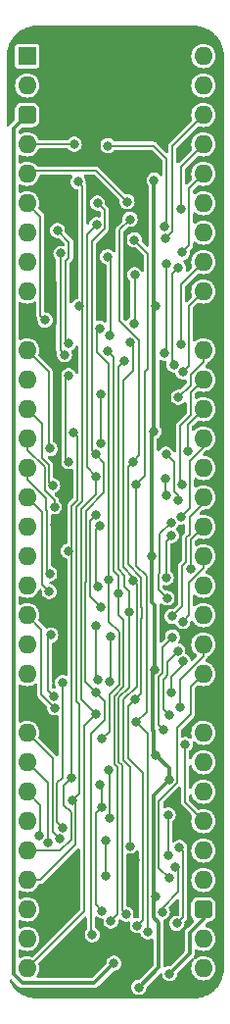
<source format=gbr>
%TF.GenerationSoftware,KiCad,Pcbnew,7.0.5*%
%TF.CreationDate,2024-01-24T07:17:00+02:00*%
%TF.ProjectId,Video Address Selector,56696465-6f20-4416-9464-726573732053,rev?*%
%TF.SameCoordinates,Original*%
%TF.FileFunction,Copper,L2,Bot*%
%TF.FilePolarity,Positive*%
%FSLAX46Y46*%
G04 Gerber Fmt 4.6, Leading zero omitted, Abs format (unit mm)*
G04 Created by KiCad (PCBNEW 7.0.5) date 2024-01-24 07:17:00*
%MOMM*%
%LPD*%
G01*
G04 APERTURE LIST*
G04 Aperture macros list*
%AMRoundRect*
0 Rectangle with rounded corners*
0 $1 Rounding radius*
0 $2 $3 $4 $5 $6 $7 $8 $9 X,Y pos of 4 corners*
0 Add a 4 corners polygon primitive as box body*
4,1,4,$2,$3,$4,$5,$6,$7,$8,$9,$2,$3,0*
0 Add four circle primitives for the rounded corners*
1,1,$1+$1,$2,$3*
1,1,$1+$1,$4,$5*
1,1,$1+$1,$6,$7*
1,1,$1+$1,$8,$9*
0 Add four rect primitives between the rounded corners*
20,1,$1+$1,$2,$3,$4,$5,0*
20,1,$1+$1,$4,$5,$6,$7,0*
20,1,$1+$1,$6,$7,$8,$9,0*
20,1,$1+$1,$8,$9,$2,$3,0*%
G04 Aperture macros list end*
%TA.AperFunction,ComponentPad*%
%ADD10R,1.600000X1.600000*%
%TD*%
%TA.AperFunction,ComponentPad*%
%ADD11O,1.600000X1.600000*%
%TD*%
%TA.AperFunction,ComponentPad*%
%ADD12RoundRect,0.400000X-0.400000X-0.400000X0.400000X-0.400000X0.400000X0.400000X-0.400000X0.400000X0*%
%TD*%
%TA.AperFunction,ViaPad*%
%ADD13C,0.800000*%
%TD*%
%TA.AperFunction,Conductor*%
%ADD14C,0.200000*%
%TD*%
%TA.AperFunction,Conductor*%
%ADD15C,0.380000*%
%TD*%
G04 APERTURE END LIST*
D10*
%TO.P,J1,1,Pin_1*%
%TO.N,/C0*%
X114300000Y-53340000D03*
D11*
%TO.P,J1,2,Pin_2*%
%TO.N,/C1*%
X114300000Y-55880000D03*
D12*
%TO.P,J1,3,Pin_3*%
%TO.N,/5V*%
X114300000Y-58420000D03*
D11*
%TO.P,J1,4,Pin_4*%
%TO.N,/C2*%
X114300000Y-60960000D03*
%TO.P,J1,5,Pin_5*%
%TO.N,/C3*%
X114300000Y-63500000D03*
%TO.P,J1,6,Pin_6*%
%TO.N,/C4*%
X114300000Y-66040000D03*
%TO.P,J1,7,Pin_7*%
%TO.N,/C5*%
X114300000Y-68580000D03*
%TO.P,J1,8,Pin_8*%
%TO.N,/C6*%
X114300000Y-71120000D03*
%TO.P,J1,9,Pin_9*%
%TO.N,/C7*%
X114300000Y-73660000D03*
D10*
%TO.P,J1,10,Pin_10*%
%TO.N,/GND*%
X114300000Y-76200000D03*
D11*
%TO.P,J1,11,Pin_11*%
%TO.N,/C8*%
X114300000Y-78740000D03*
%TO.P,J1,12,Pin_12*%
%TO.N,/C9*%
X114300000Y-81280000D03*
%TO.P,J1,13,Pin_13*%
%TO.N,/C10*%
X114300000Y-83820000D03*
%TO.P,J1,14,Pin_14*%
%TO.N,/C11*%
X114300000Y-86360000D03*
%TO.P,J1,15,Pin_15*%
%TO.N,/C12*%
X114300000Y-88900000D03*
%TO.P,J1,16,Pin_16*%
%TO.N,/C13*%
X114300000Y-91440000D03*
%TO.P,J1,17,Pin_17*%
%TO.N,/C14*%
X114300000Y-93980000D03*
%TO.P,J1,18,Pin_18*%
%TO.N,/C15*%
X114300000Y-96520000D03*
%TO.P,J1,19,Pin_19*%
%TO.N,/C16*%
X114300000Y-99060000D03*
%TO.P,J1,20,Pin_20*%
%TO.N,/C17*%
X114300000Y-101600000D03*
%TO.P,J1,21,Pin_21*%
%TO.N,/C18*%
X114300000Y-104140000D03*
%TO.P,J1,22,Pin_22*%
%TO.N,/C19*%
X114300000Y-106680000D03*
D10*
%TO.P,J1,23,Pin_23*%
%TO.N,/GND*%
X114300000Y-109220000D03*
D11*
%TO.P,J1,24,Pin_24*%
%TO.N,/C20*%
X114300000Y-111760000D03*
%TO.P,J1,25,Pin_25*%
%TO.N,/Last Pixel + 1*%
X114300000Y-114300000D03*
%TO.P,J1,26,Pin_26*%
%TO.N,/Advance Row*%
X114300000Y-116840000D03*
%TO.P,J1,27,Pin_27*%
%TO.N,/Write Address Bank*%
X114300000Y-119380000D03*
%TO.P,J1,28,Pin_28*%
%TO.N,/Write Address High*%
X114300000Y-121920000D03*
%TO.P,J1,29,Pin_29*%
%TO.N,/Write Address Low*%
X114300000Y-124460000D03*
%TO.P,J1,30,Pin_30*%
%TO.N,/D0*%
X114300000Y-127000000D03*
%TO.P,J1,31,Pin_31*%
%TO.N,/D1*%
X114300000Y-129540000D03*
%TO.P,J1,32,Pin_32*%
%TO.N,/D2*%
X114300000Y-132080000D03*
%TO.P,J1,33,Pin_33*%
%TO.N,/D3*%
X129540000Y-132080000D03*
%TO.P,J1,34,Pin_34*%
%TO.N,/D4*%
X129540000Y-129540000D03*
D12*
%TO.P,J1,35,Pin_35*%
%TO.N,/5V*%
X129540000Y-127000000D03*
D11*
%TO.P,J1,36,Pin_36*%
%TO.N,/D5*%
X129540000Y-124460000D03*
%TO.P,J1,37,Pin_37*%
%TO.N,/D6*%
X129540000Y-121920000D03*
%TO.P,J1,38,Pin_38*%
%TO.N,/D7*%
X129540000Y-119380000D03*
%TO.P,J1,39,Pin_39*%
%TO.N,/Latch Bank*%
X129540000Y-116840000D03*
%TO.P,J1,40,Pin_40*%
%TO.N,/Latch High*%
X129540000Y-114300000D03*
%TO.P,J1,41,Pin_41*%
%TO.N,/Latch Low*%
X129540000Y-111760000D03*
D10*
%TO.P,J1,42,Pin_42*%
%TO.N,/GND*%
X129540000Y-109220000D03*
D11*
%TO.P,J1,43,Pin_43*%
%TO.N,/L20*%
X129540000Y-106680000D03*
%TO.P,J1,44,Pin_44*%
%TO.N,/L19*%
X129540000Y-104140000D03*
%TO.P,J1,45,Pin_45*%
%TO.N,/L18*%
X129540000Y-101600000D03*
%TO.P,J1,46,Pin_46*%
%TO.N,/L17*%
X129540000Y-99060000D03*
%TO.P,J1,47,Pin_47*%
%TO.N,/L16*%
X129540000Y-96520000D03*
%TO.P,J1,48,Pin_48*%
%TO.N,/L15*%
X129540000Y-93980000D03*
%TO.P,J1,49,Pin_49*%
%TO.N,/L14*%
X129540000Y-91440000D03*
%TO.P,J1,50,Pin_50*%
%TO.N,/L13*%
X129540000Y-88900000D03*
%TO.P,J1,51,Pin_51*%
%TO.N,/L12*%
X129540000Y-86360000D03*
%TO.P,J1,52,Pin_52*%
%TO.N,/L11*%
X129540000Y-83820000D03*
%TO.P,J1,53,Pin_53*%
%TO.N,/L10*%
X129540000Y-81280000D03*
%TO.P,J1,54,Pin_54*%
%TO.N,/L9*%
X129540000Y-78740000D03*
D10*
%TO.P,J1,55,Pin_55*%
%TO.N,/GND*%
X129540000Y-76200000D03*
D11*
%TO.P,J1,56,Pin_56*%
%TO.N,/L8*%
X129540000Y-73660000D03*
%TO.P,J1,57,Pin_57*%
%TO.N,/L7*%
X129540000Y-71120000D03*
%TO.P,J1,58,Pin_58*%
%TO.N,/L6*%
X129540000Y-68580000D03*
%TO.P,J1,59,Pin_59*%
%TO.N,/L5*%
X129540000Y-66040000D03*
%TO.P,J1,60,Pin_60*%
%TO.N,/L4*%
X129540000Y-63500000D03*
%TO.P,J1,61,Pin_61*%
%TO.N,/L3*%
X129540000Y-60960000D03*
%TO.P,J1,62,Pin_62*%
%TO.N,/L2*%
X129540000Y-58420000D03*
%TO.P,J1,63,Pin_63*%
%TO.N,/L1*%
X129540000Y-55880000D03*
%TO.P,J1,64,Pin_64*%
%TO.N,/L0*%
X129540000Y-53340000D03*
%TD*%
D13*
%TO.N,/GND*%
X117094020Y-106045000D03*
%TO.N,/3.3V*%
X125447687Y-125886304D03*
%TO.N,/GND*%
X123609889Y-122744318D03*
X123317000Y-126111000D03*
%TO.N,/Latch Low*%
X121412000Y-119126000D03*
X121378248Y-114974754D03*
%TO.N,/3.3V*%
X125413619Y-113665000D03*
X126554000Y-115790000D03*
%TO.N,/Write Address High*%
X118110000Y-115652000D03*
%TO.N,/Write Address Low*%
X118169999Y-117602000D03*
%TO.N,/Write Address Bank*%
X126492000Y-122301000D03*
X126492000Y-118851982D03*
%TO.N,/L20*%
X126564972Y-124282775D03*
%TO.N,/LP\u00B7AR*%
X120609154Y-116202000D03*
X120777000Y-127127000D03*
X120712008Y-118202000D03*
%TO.N,/Last Pixel + 1*%
X116126295Y-121220000D03*
%TO.N,/Advance Row*%
X115321251Y-120626782D03*
%TO.N,/C20*%
X121131001Y-124079000D03*
X121093000Y-121031000D03*
X117083719Y-120931305D03*
%TO.N,/D3*%
X120213206Y-108249030D03*
%TO.N,/C16*%
X120389736Y-107160797D03*
X120233521Y-102502642D03*
%TO.N,/5V*%
X126619000Y-132552400D03*
X121793000Y-131663400D03*
%TO.N,/GND*%
X123698000Y-62230000D03*
X126365000Y-86487000D03*
X116453637Y-69737368D03*
X116738400Y-80137000D03*
X126619000Y-130672000D03*
X117442311Y-90848198D03*
X116332000Y-62230000D03*
X126619000Y-81661000D03*
X117221000Y-130571200D03*
X117221000Y-101473000D03*
X116459000Y-111429765D03*
X116670000Y-93788000D03*
X126978280Y-127089756D03*
X116205000Y-72390000D03*
X127198252Y-95758000D03*
X127000000Y-117348000D03*
%TO.N,/3.3V*%
X125038000Y-96520000D03*
X125272800Y-64058800D03*
X123952010Y-133731000D03*
X125305000Y-106304445D03*
X125449621Y-74930000D03*
X125272800Y-85750400D03*
%TO.N,/Write Address Low*%
X118702000Y-64200000D03*
X118766652Y-74930000D03*
%TO.N,/Write Address High*%
X118301120Y-85851982D03*
X117861000Y-96077000D03*
%TO.N,/Write Address Bank*%
X117367859Y-119972519D03*
X117347994Y-107442000D03*
%TO.N,/D3*%
X120221763Y-87698013D03*
X119933827Y-129208000D03*
X120383621Y-66027621D03*
%TO.N,/D2*%
X120254798Y-89612306D03*
X120242767Y-110129725D03*
X120305600Y-67888334D03*
%TO.N,/L2*%
X126261258Y-69090791D03*
%TO.N,/D1*%
X123571000Y-69215000D03*
X123712000Y-90322400D03*
X124751712Y-128938862D03*
X123731000Y-110838185D03*
%TO.N,/C2*%
X126173000Y-68081000D03*
X118364006Y-60960000D03*
X121285000Y-61087000D03*
%TO.N,/L3*%
X127573000Y-66574093D03*
%TO.N,/D0*%
X123636578Y-108894379D03*
X123464400Y-88353025D03*
X123821765Y-128408000D03*
X123190000Y-67437000D03*
%TO.N,/C3*%
X122936000Y-65913000D03*
%TO.N,/C4*%
X115850518Y-76140622D03*
%TO.N,/D7*%
X121366484Y-98552005D03*
X120777000Y-112268000D03*
X127954000Y-112762689D03*
X120566659Y-76841240D03*
%TO.N,/L4*%
X121242370Y-70677000D03*
X121412000Y-77470000D03*
X127711525Y-70307525D03*
%TO.N,/C5*%
X116919345Y-68397000D03*
X117860724Y-78177832D03*
%TO.N,/D6*%
X121227048Y-78797952D03*
X125989895Y-127241742D03*
X122174000Y-99695000D03*
X127080000Y-123316996D03*
X121539000Y-128007992D03*
%TO.N,/L5*%
X117215226Y-70385431D03*
X117528400Y-79121000D03*
%TO.N,/L6*%
X127381000Y-71628000D03*
X126982748Y-79996684D03*
%TO.N,/D5*%
X122682971Y-79703865D03*
X122845577Y-127404288D03*
X123128002Y-101378440D03*
%TO.N,/C6*%
X126365000Y-71247000D03*
X126170000Y-78994000D03*
%TO.N,/L7*%
X127570000Y-78230461D03*
%TO.N,/D4*%
X123195285Y-78084235D03*
X127480000Y-121666000D03*
X123212002Y-121539000D03*
X123477802Y-98638426D03*
X127255145Y-128210951D03*
%TO.N,/C7*%
X123571000Y-76454000D03*
X123597588Y-72207645D03*
%TO.N,/C8*%
X116289000Y-87237154D03*
%TO.N,/L8*%
X117869000Y-88351480D03*
X117869000Y-80931240D03*
X127774379Y-80607688D03*
%TO.N,/C9*%
X120650004Y-86741000D03*
X120650000Y-82511240D03*
%TO.N,/L9*%
X127381000Y-82804000D03*
%TO.N,/L10*%
X127697000Y-90297000D03*
%TO.N,/C10*%
X116500000Y-90424000D03*
X126373637Y-91248198D03*
X126266000Y-89789000D03*
%TO.N,/L11*%
X128208000Y-87437892D03*
%TO.N,/C11*%
X126300034Y-87701102D03*
X127396263Y-91648198D03*
X116652311Y-92255517D03*
%TO.N,/C12*%
X116270000Y-98028289D03*
%TO.N,/L12*%
X120543722Y-93925527D03*
X127632192Y-93135676D03*
X120447784Y-99144906D03*
%TO.N,/C13*%
X116205000Y-99568000D03*
%TO.N,/L13*%
X120269000Y-92964000D03*
X120654478Y-100911150D03*
%TO.N,/L14*%
X126825069Y-101704998D03*
%TO.N,/C14*%
X126401134Y-100130939D03*
X126746000Y-93599000D03*
%TO.N,/L15*%
X128443222Y-97611193D03*
%TO.N,/C15*%
X126332811Y-98368859D03*
X126790706Y-94725007D03*
%TO.N,/L16*%
X116617545Y-108581413D03*
X116332000Y-103313000D03*
X127753623Y-102151213D03*
%TO.N,/C17*%
X116648136Y-109601954D03*
%TO.N,/L17*%
X121441000Y-107322211D03*
X121507798Y-103435243D03*
%TO.N,/L18*%
X126873000Y-103504994D03*
X126108320Y-111477045D03*
%TO.N,/C18*%
X127333145Y-104695231D03*
X126623778Y-110229725D03*
%TO.N,/L19*%
X127508000Y-109524765D03*
%TO.N,/C19*%
X126778276Y-108254765D03*
X127798158Y-105595713D03*
%TD*%
D14*
%TO.N,/D7*%
X127954000Y-117794000D02*
X127954000Y-112762689D01*
X129540000Y-119380000D02*
X127954000Y-117794000D01*
D15*
%TO.N,/GND*%
X128270000Y-118802964D02*
X127000000Y-117532964D01*
X128270000Y-128306841D02*
X128270000Y-118802964D01*
X128045145Y-128538180D02*
X128045145Y-128531696D01*
X128045145Y-128531696D02*
X128270000Y-128306841D01*
X126590998Y-129286000D02*
X127297325Y-129286000D01*
X127297325Y-129286000D02*
X128045145Y-128538180D01*
X127000000Y-117532964D02*
X127000000Y-117348000D01*
D14*
%TO.N,/Write Address Low*%
X118491000Y-117923001D02*
X118169999Y-117602000D01*
X118491000Y-121400370D02*
X118491000Y-117923001D01*
%TO.N,/Write Address High*%
X117469999Y-116292001D02*
X118110000Y-115652000D01*
X117114473Y-121920000D02*
X118091000Y-120943473D01*
X114375550Y-121920000D02*
X117114473Y-121920000D01*
X118091000Y-120943473D02*
X118091000Y-118649050D01*
%TO.N,/Write Address Low*%
X114300000Y-124460000D02*
X115431370Y-124460000D01*
X115431370Y-124460000D02*
X118491000Y-121400370D01*
%TO.N,/Write Address High*%
X118091000Y-118649050D02*
X117469999Y-118028049D01*
X117469999Y-118028049D02*
X117469999Y-116292001D01*
%TO.N,/Write Address Bank*%
X126492000Y-122301000D02*
X126492000Y-118851982D01*
%TO.N,/LP\u00B7AR*%
X120204000Y-118710008D02*
X120204000Y-126554000D01*
X120712008Y-118202000D02*
X120204000Y-118710008D01*
X120204000Y-126554000D02*
X120777000Y-127127000D01*
%TO.N,/D1*%
X124709895Y-128897045D02*
X124751712Y-128938862D01*
X124709895Y-111817080D02*
X124709895Y-128897045D01*
X123731000Y-110838185D02*
X124709895Y-111817080D01*
%TO.N,/D6*%
X122174000Y-98197050D02*
X122174000Y-99695000D01*
X121780400Y-97803450D02*
X122174000Y-98197050D01*
X121227048Y-78797952D02*
X121780400Y-79351304D01*
X122639000Y-102056383D02*
X122174000Y-101591383D01*
X122639000Y-107770636D02*
X122639000Y-102056383D01*
X121831009Y-108578627D02*
X122639000Y-107770636D01*
X121831009Y-114437564D02*
X121831009Y-108578627D01*
X122112002Y-114718557D02*
X121831009Y-114437564D01*
X122112002Y-127434990D02*
X122112002Y-114718557D01*
%TO.N,/Write Address Low*%
X118810000Y-109262644D02*
X118810000Y-116961999D01*
X118547783Y-109000427D02*
X118810000Y-109262644D01*
X118547783Y-98357900D02*
X118547783Y-109000427D01*
X118561000Y-98344683D02*
X118547783Y-98357900D01*
X119066660Y-91791018D02*
X118561000Y-92296678D01*
X119066660Y-75230008D02*
X119066660Y-91791018D01*
X118766652Y-74930000D02*
X119066660Y-75230008D01*
%TO.N,/D2*%
X120254798Y-91168566D02*
X120254798Y-89612306D01*
X118961000Y-92462364D02*
X120254798Y-91168566D01*
X118961000Y-98510368D02*
X118961000Y-92462364D01*
X118947783Y-98523585D02*
X118961000Y-98510368D01*
X118947783Y-108834741D02*
X118947783Y-98523585D01*
%TO.N,/D6*%
X121539000Y-128007992D02*
X122112002Y-127434990D01*
%TO.N,/D2*%
X120242767Y-110129725D02*
X118947783Y-108834741D01*
%TO.N,/D3*%
X119347784Y-107383608D02*
X120213206Y-108249030D01*
X119347784Y-98689271D02*
X119347784Y-107383608D01*
X119361000Y-92628050D02*
X119361000Y-98676054D01*
X120954800Y-91034250D02*
X119361000Y-92628050D01*
X120954800Y-88431050D02*
X120954800Y-91034250D01*
X120221763Y-87698013D02*
X120954800Y-88431050D01*
%TO.N,/L13*%
X119747784Y-100004456D02*
X120654478Y-100911150D01*
X119747784Y-98854956D02*
X119747784Y-100004456D01*
X119761000Y-98841740D02*
X119747784Y-98854956D01*
X119761000Y-93472000D02*
X119761000Y-98841740D01*
%TO.N,/L12*%
X120269000Y-98966122D02*
X120447784Y-99144906D01*
X120269000Y-94200249D02*
X120269000Y-98966122D01*
X120543722Y-93925527D02*
X120269000Y-94200249D01*
%TO.N,/D3*%
X119361000Y-98676054D02*
X119347784Y-98689271D01*
D15*
%TO.N,/3.3V*%
X125305000Y-100741155D02*
X125305000Y-106304445D01*
X125095010Y-100531165D02*
X125305000Y-100741155D01*
X125095010Y-96577010D02*
X125095010Y-100531165D01*
D14*
%TO.N,/D1*%
X124628004Y-100757123D02*
X124628002Y-101999762D01*
X124605000Y-100734118D02*
X124628004Y-100757123D01*
%TO.N,/D0*%
X124177802Y-108353155D02*
X123636578Y-108894379D01*
X124177802Y-101884276D02*
X124177802Y-108353155D01*
%TO.N,/D1*%
X124605000Y-109964185D02*
X123731000Y-110838185D01*
%TO.N,/D0*%
X124228002Y-100922805D02*
X124228002Y-101834076D01*
X124177802Y-100872604D02*
X124228002Y-100922805D01*
X124177802Y-98348476D02*
X124177802Y-100872604D01*
X123464400Y-88353025D02*
X123012000Y-88805425D01*
%TO.N,/D4*%
X123763000Y-98923624D02*
X123477802Y-98638426D01*
X123763000Y-101023488D02*
X123763000Y-98923624D01*
X123828002Y-101088490D02*
X123763000Y-101023488D01*
X123828002Y-101668390D02*
X123828002Y-101088490D01*
X123212002Y-114687185D02*
X122631009Y-114106192D01*
D15*
%TO.N,/3.3V*%
X125038000Y-96520000D02*
X125095010Y-96577010D01*
D14*
%TO.N,/D1*%
X123712000Y-97316988D02*
X124605000Y-98209989D01*
%TO.N,/D5*%
X123128002Y-107847319D02*
X123128002Y-101378440D01*
%TO.N,/Write Address Low*%
X118561000Y-92296678D02*
X118561000Y-98344683D01*
%TO.N,/D6*%
X121780400Y-79351304D02*
X121780400Y-97803450D01*
%TO.N,/D5*%
X122231009Y-114271878D02*
X122231009Y-108744312D01*
%TO.N,/Write Address Low*%
X118810000Y-116961999D02*
X118169999Y-117602000D01*
%TO.N,/D1*%
X123712000Y-90322400D02*
X123712000Y-97316988D01*
%TO.N,/D5*%
X122512002Y-127070713D02*
X122512002Y-114552872D01*
%TO.N,/D1*%
X124605000Y-102022763D02*
X124605000Y-109964185D01*
%TO.N,/D5*%
X122231009Y-108744312D02*
X123128002Y-107847319D01*
X122180400Y-97637764D02*
X122717952Y-98175316D01*
X122180400Y-80206436D02*
X122180400Y-97637764D01*
%TO.N,/D4*%
X123763000Y-107778006D02*
X123763000Y-101733392D01*
%TO.N,/D5*%
X123128002Y-99533132D02*
X123128002Y-101378440D01*
%TO.N,/D4*%
X123763000Y-101733392D02*
X123828002Y-101668390D01*
%TO.N,/D5*%
X122717952Y-98175316D02*
X122717952Y-99123082D01*
%TO.N,/D1*%
X124628002Y-101999762D02*
X124605000Y-102022763D01*
%TO.N,/D4*%
X123212002Y-121539000D02*
X123212002Y-114687185D01*
%TO.N,/D5*%
X122512002Y-114552872D02*
X122231009Y-114271878D01*
X122717952Y-99123082D02*
X123128002Y-99533132D01*
X122682971Y-79703865D02*
X122180400Y-80206436D01*
X122845577Y-127404288D02*
X122512002Y-127070713D01*
%TO.N,/D4*%
X123477802Y-98369481D02*
X123477802Y-98638426D01*
%TO.N,/L13*%
X120269000Y-92964000D02*
X119761000Y-93472000D01*
%TO.N,/D4*%
X123444000Y-78332950D02*
X123444000Y-80498465D01*
%TO.N,/D0*%
X123012000Y-97182674D02*
X124177802Y-98348476D01*
%TO.N,/D6*%
X122174000Y-101591383D02*
X122174000Y-99695000D01*
%TO.N,/D0*%
X123012000Y-88805425D02*
X123012000Y-97182674D01*
%TO.N,/D4*%
X123444000Y-80498465D02*
X122580400Y-81362065D01*
%TO.N,/D0*%
X124228002Y-101834076D02*
X124177802Y-101884276D01*
%TO.N,/D4*%
X123195285Y-78084235D02*
X123444000Y-78332950D01*
X122580400Y-81362065D02*
X122580400Y-97472079D01*
X122631009Y-108909997D02*
X123763000Y-107778006D01*
%TO.N,/D1*%
X124605000Y-98209989D02*
X124605000Y-100734118D01*
%TO.N,/D4*%
X122580400Y-97472079D02*
X123477802Y-98369481D01*
X122631009Y-114106192D02*
X122631009Y-108909997D01*
%TO.N,/D0*%
X124309895Y-127919870D02*
X123821765Y-128408000D01*
X123031009Y-113940506D02*
X124309895Y-115219392D01*
X123031009Y-109499948D02*
X123031009Y-113940506D01*
X123636578Y-108894379D02*
X123031009Y-109499948D01*
D15*
%TO.N,/5V*%
X128350000Y-130821400D02*
X126619000Y-132552400D01*
X128350000Y-129053569D02*
X128350000Y-130821400D01*
X128625145Y-128778424D02*
X128350000Y-129053569D01*
X128625145Y-128771940D02*
X128625145Y-128778424D01*
X129540000Y-127857085D02*
X128625145Y-128771940D01*
X129540000Y-127000000D02*
X129540000Y-127857085D01*
D14*
%TO.N,/D4*%
X127780000Y-121966000D02*
X127780000Y-127686096D01*
X127480000Y-121666000D02*
X127780000Y-121966000D01*
X127780000Y-127686096D02*
X127255145Y-128210951D01*
D15*
%TO.N,/GND*%
X126461900Y-128534935D02*
X126461900Y-127886966D01*
X126590998Y-129286000D02*
X126461903Y-129156905D01*
X126978280Y-127370586D02*
X126978280Y-127089756D01*
D14*
%TO.N,/D6*%
X125989895Y-126867105D02*
X125989895Y-127241742D01*
X127380000Y-123616996D02*
X127380000Y-125477000D01*
X127080000Y-123316996D02*
X127380000Y-123616996D01*
D15*
%TO.N,/3.3V*%
X125666331Y-128156738D02*
X125199895Y-127690302D01*
%TO.N,/GND*%
X126461900Y-127886966D02*
X126978280Y-127370586D01*
%TO.N,/3.3V*%
X125666331Y-132016679D02*
X125666331Y-128156738D01*
%TO.N,/GND*%
X126461903Y-128534938D02*
X126461900Y-128534935D01*
%TO.N,/3.3V*%
X125199895Y-126134096D02*
X125447687Y-125886304D01*
X125199895Y-127690302D02*
X125199895Y-126134096D01*
D14*
%TO.N,/D6*%
X127380000Y-125477000D02*
X125989895Y-126867105D01*
D15*
%TO.N,/3.3V*%
X123952010Y-133731000D02*
X125666331Y-132016679D01*
%TO.N,/GND*%
X126461903Y-129156905D02*
X126461903Y-128534938D01*
%TO.N,/3.3V*%
X125199894Y-125638511D02*
X125447687Y-125886304D01*
X126554000Y-115790000D02*
X125199894Y-117144106D01*
X125199894Y-117144106D02*
X125199894Y-125638511D01*
D14*
%TO.N,/D0*%
X124309895Y-115219392D02*
X124309895Y-127919870D01*
D15*
%TO.N,/GND*%
X123317000Y-123037207D02*
X123609889Y-122744318D01*
X123317000Y-126111000D02*
X123317000Y-123037207D01*
D14*
%TO.N,/L14*%
X127688258Y-100841809D02*
X126825069Y-101704998D01*
X128016000Y-97048465D02*
X127688258Y-97376207D01*
X127688258Y-97376207D02*
X127688258Y-100841809D01*
X128016000Y-94938315D02*
X128016000Y-97048465D01*
X128332192Y-94622123D02*
X128016000Y-94938315D01*
X129540000Y-91948000D02*
X128332192Y-93155808D01*
X128332192Y-93155808D02*
X128332192Y-94622123D01*
%TO.N,/L12*%
X128397000Y-88265000D02*
X128397000Y-92370868D01*
X129540000Y-86360000D02*
X129540000Y-87122000D01*
%TO.N,/C14*%
X125738000Y-94607000D02*
X126746000Y-93599000D01*
X125738000Y-97973720D02*
X125738000Y-94607000D01*
X125632811Y-98078909D02*
X125738000Y-97973720D01*
%TO.N,/L12*%
X129540000Y-87122000D02*
X128397000Y-88265000D01*
X128397000Y-92370868D02*
X127632192Y-93135676D01*
%TO.N,/C14*%
X125632811Y-99362616D02*
X125632811Y-98078909D01*
X126401134Y-100130939D02*
X125632811Y-99362616D01*
%TO.N,/C15*%
X126300000Y-98336048D02*
X126300000Y-95215713D01*
X126300000Y-95215713D02*
X126790706Y-94725007D01*
X126332811Y-98368859D02*
X126300000Y-98336048D01*
D15*
%TO.N,/GND*%
X127198252Y-100516336D02*
X127198252Y-95758000D01*
X126799590Y-100914998D02*
X127198252Y-100516336D01*
X126497840Y-100914998D02*
X126799590Y-100914998D01*
X126035069Y-101377769D02*
X126497840Y-100914998D01*
X126035069Y-102260298D02*
X126035069Y-101377769D01*
X126489767Y-102714996D02*
X126035069Y-102260298D01*
X127200229Y-102714996D02*
X126489767Y-102714996D01*
X127435233Y-102950000D02*
X127200229Y-102714996D01*
X130032915Y-102950000D02*
X127435233Y-102950000D01*
X126590998Y-130643998D02*
X126590998Y-129286000D01*
X126619000Y-130672000D02*
X126590998Y-130643998D01*
X117060006Y-101312006D02*
X117221000Y-101473000D01*
X117060006Y-94178006D02*
X117060006Y-101312006D01*
X117348000Y-101600000D02*
X117221000Y-101473000D01*
X117094020Y-106045000D02*
X117348000Y-105791020D01*
X116670000Y-93788000D02*
X117060006Y-94178006D01*
X117348000Y-105791020D02*
X117348000Y-101600000D01*
X117442311Y-90249082D02*
X117442311Y-90848198D01*
X117079000Y-89885771D02*
X117442311Y-90249082D01*
X117079000Y-80477600D02*
X117079000Y-89885771D01*
X116738400Y-80137000D02*
X117079000Y-80477600D01*
X117442311Y-93015689D02*
X117442311Y-90848198D01*
X116670000Y-93788000D02*
X117442311Y-93015689D01*
D14*
%TO.N,/C11*%
X127396263Y-91304677D02*
X127396263Y-91648198D01*
X126980066Y-90888480D02*
X127396263Y-91304677D01*
X126980066Y-88381134D02*
X126980066Y-90888480D01*
X126300034Y-87701102D02*
X126980066Y-88381134D01*
%TO.N,/C10*%
X126266000Y-91140561D02*
X126373637Y-91248198D01*
X126266000Y-89789000D02*
X126266000Y-91140561D01*
%TO.N,/L15*%
X128440000Y-97607971D02*
X128443222Y-97611193D01*
X128440000Y-95080000D02*
X128440000Y-97607971D01*
X129540000Y-93980000D02*
X128440000Y-95080000D01*
%TO.N,/L16*%
X128270999Y-101633837D02*
X127753623Y-102151213D01*
X128270999Y-98773366D02*
X128270999Y-101633837D01*
X129540000Y-97504365D02*
X128270999Y-98773366D01*
X129540000Y-96520000D02*
X129540000Y-97504365D01*
%TO.N,/L20*%
X125693619Y-123411422D02*
X126564972Y-124282775D01*
X125693619Y-117640331D02*
X125693619Y-123411422D01*
X127254000Y-111347364D02*
X127254000Y-116079950D01*
X128440000Y-110161364D02*
X127254000Y-111347364D01*
X129540000Y-106680000D02*
X128440000Y-107780000D01*
X128440000Y-107780000D02*
X128440000Y-110161364D01*
X127254000Y-116079950D02*
X125693619Y-117640331D01*
D15*
%TO.N,/3.3V*%
X125203619Y-113455000D02*
X125413619Y-113665000D01*
X125203619Y-111617840D02*
X125203619Y-113455000D01*
X125188270Y-111602490D02*
X125203619Y-111617840D01*
X125188270Y-106421175D02*
X125188270Y-111602490D01*
X125305000Y-106304445D02*
X125188270Y-106421175D01*
X126554000Y-115790000D02*
X126554000Y-114805381D01*
X126554000Y-114805381D02*
X125413619Y-113665000D01*
D14*
%TO.N,/C20*%
X121093000Y-124040999D02*
X121131001Y-124079000D01*
X121093000Y-121031000D02*
X121093000Y-124040999D01*
%TO.N,/Write Address Bank*%
X116878000Y-116078000D02*
X116878000Y-119482660D01*
X117347994Y-115608006D02*
X116878000Y-116078000D01*
X117347994Y-107442000D02*
X117347994Y-115608006D01*
%TO.N,/Advance Row*%
X115443000Y-117983000D02*
X115443000Y-120505033D01*
X114300000Y-116840000D02*
X115443000Y-117983000D01*
%TO.N,/C20*%
X114300000Y-111760000D02*
X116478000Y-113938000D01*
%TO.N,/Last Pixel + 1*%
X116064233Y-121157938D02*
X116126295Y-121220000D01*
X116064233Y-116064233D02*
X116064233Y-121157938D01*
%TO.N,/Advance Row*%
X115443000Y-120505033D02*
X115321251Y-120626782D01*
%TO.N,/Last Pixel + 1*%
X114300000Y-114300000D02*
X116064233Y-116064233D01*
%TO.N,/Write Address Bank*%
X116878000Y-119482660D02*
X117367859Y-119972519D01*
%TO.N,/C20*%
X116478000Y-120325586D02*
X117083719Y-120931305D01*
X116478000Y-113938000D02*
X116478000Y-120325586D01*
%TO.N,/D7*%
X121393000Y-111652000D02*
X120777000Y-112268000D01*
X121393000Y-108450950D02*
X121393000Y-111652000D01*
X122239000Y-107604950D02*
X121393000Y-108450950D01*
X122239000Y-103020533D02*
X122239000Y-107604950D01*
X121366484Y-102148017D02*
X122239000Y-103020533D01*
X121366484Y-98552005D02*
X121366484Y-102148017D01*
%TO.N,/C19*%
X126778276Y-106952490D02*
X126778276Y-108254765D01*
X127798158Y-105595713D02*
X127798158Y-105932608D01*
%TO.N,/C18*%
X126363000Y-106802080D02*
X126405000Y-106760080D01*
X126078276Y-109684223D02*
X126078276Y-107219357D01*
X126623778Y-110229725D02*
X126078276Y-109684223D01*
%TO.N,/L18*%
X125678276Y-106921119D02*
X125678276Y-111047001D01*
X126005000Y-104372994D02*
X126005000Y-106594395D01*
X126873000Y-103504994D02*
X126005000Y-104372994D01*
%TO.N,/C18*%
X126405000Y-106760080D02*
X126405000Y-105623376D01*
%TO.N,/C19*%
X127798158Y-105932608D02*
X126778276Y-106952490D01*
%TO.N,/C18*%
X126405000Y-105623376D02*
X127333145Y-104695231D01*
X126363000Y-106934633D02*
X126363000Y-106802080D01*
%TO.N,/L18*%
X125678276Y-111047001D02*
X126108320Y-111477045D01*
X126005000Y-106594395D02*
X125678276Y-106921119D01*
%TO.N,/C18*%
X126078276Y-107219357D02*
X126363000Y-106934633D01*
%TO.N,/L17*%
X121507798Y-103435243D02*
X121539000Y-103466445D01*
X121539000Y-107224211D02*
X121441000Y-107322211D01*
X121539000Y-103466445D02*
X121539000Y-107224211D01*
%TO.N,/C16*%
X120233521Y-102502642D02*
X120233521Y-107004582D01*
X120233521Y-107004582D02*
X120389736Y-107160797D01*
%TO.N,/LP\u00B7AR*%
X120712008Y-116304854D02*
X120712008Y-118202000D01*
X120609154Y-116202000D02*
X120712008Y-116304854D01*
%TO.N,/Latch Low*%
X121412018Y-119125982D02*
X121412000Y-119126000D01*
X121412018Y-115008524D02*
X121412018Y-119125982D01*
X121378248Y-114974754D02*
X121412018Y-115008524D01*
%TO.N,/D3*%
X119804000Y-111844000D02*
X119804000Y-129078173D01*
X120213206Y-108249030D02*
X120993000Y-109028824D01*
X120993000Y-110655000D02*
X119804000Y-111844000D01*
X120993000Y-109028824D02*
X120993000Y-110655000D01*
X119804000Y-129078173D02*
X119933827Y-129208000D01*
%TO.N,/D2*%
X119210000Y-127170000D02*
X114300000Y-132080000D01*
X119210000Y-111162492D02*
X119210000Y-127170000D01*
X120242767Y-110129725D02*
X119210000Y-111162492D01*
%TO.N,/Write Address High*%
X118129000Y-115633000D02*
X118110000Y-115652000D01*
X117861000Y-96077000D02*
X118129000Y-96345000D01*
X118129000Y-96345000D02*
X118129000Y-115633000D01*
D15*
%TO.N,/GND*%
X116001765Y-111429765D02*
X116459000Y-111429765D01*
X114300000Y-109728000D02*
X116001765Y-111429765D01*
%TO.N,/5V*%
X120106400Y-133350000D02*
X121793000Y-131663400D01*
X113887085Y-133350000D02*
X120106400Y-133350000D01*
D14*
%TO.N,/L16*%
X116107508Y-108071376D02*
X116617545Y-108581413D01*
X116107508Y-103537492D02*
X116107508Y-108071376D01*
X116332000Y-103313000D02*
X116107508Y-103537492D01*
%TO.N,/C17*%
X115526909Y-102826909D02*
X115526909Y-108480727D01*
X114300000Y-101600000D02*
X115526909Y-102826909D01*
X115526909Y-108480727D02*
X116648136Y-109601954D01*
%TO.N,/L19*%
X127508000Y-109524765D02*
X127508000Y-107156365D01*
%TO.N,/D7*%
X121380400Y-98538089D02*
X121366484Y-98552005D01*
X120307891Y-78868745D02*
X121380400Y-79941254D01*
X120566659Y-76841240D02*
X120307891Y-77100008D01*
X120307891Y-77100008D02*
X120307891Y-78868745D01*
X121380400Y-79941254D02*
X121380400Y-98538089D01*
D15*
%TO.N,/5V*%
X114300000Y-58420000D02*
X113110000Y-59610000D01*
X113110000Y-59610000D02*
X113110000Y-132572915D01*
X113110000Y-132572915D02*
X113887085Y-133350000D01*
%TO.N,/GND*%
X116050000Y-72235000D02*
X116050000Y-70141005D01*
X116332000Y-76809229D02*
X116332000Y-79730600D01*
X130730000Y-108030000D02*
X129540000Y-109220000D01*
X116205000Y-72390000D02*
X116050000Y-72235000D01*
X116666000Y-76475229D02*
X116332000Y-76809229D01*
X130032915Y-102950000D02*
X130730000Y-102252915D01*
X130730000Y-103647085D02*
X130730000Y-108030000D01*
X126365000Y-81915000D02*
X126365000Y-86487000D01*
X130730000Y-102252915D02*
X130730000Y-77390000D01*
X116205000Y-72390000D02*
X116666000Y-72851000D01*
X126619000Y-130672000D02*
X126752115Y-130672000D01*
X116332000Y-62230000D02*
X123698000Y-62230000D01*
X126619000Y-81661000D02*
X126365000Y-81915000D01*
X116332000Y-79730600D02*
X116738400Y-80137000D01*
X130730000Y-77390000D02*
X129540000Y-76200000D01*
X116666000Y-72851000D02*
X116666000Y-76475229D01*
X130032915Y-102950000D02*
X130730000Y-103647085D01*
X116050000Y-70141005D02*
X116453637Y-69737368D01*
%TO.N,/3.3V*%
X125272800Y-74753179D02*
X125449621Y-74930000D01*
X125272800Y-85750400D02*
X125064000Y-85959200D01*
X125064000Y-85959200D02*
X125064000Y-96494000D01*
X125272800Y-85750400D02*
X125272800Y-75106821D01*
X125064000Y-96494000D02*
X125038000Y-96520000D01*
X125272800Y-64058800D02*
X125272800Y-74753179D01*
X125272800Y-75106821D02*
X125449621Y-74930000D01*
D14*
%TO.N,/Write Address Low*%
X118702000Y-64200000D02*
X119066660Y-64564660D01*
X119066660Y-74629992D02*
X118766652Y-74930000D01*
X119066660Y-64564660D02*
X119066660Y-74629992D01*
%TO.N,/Write Address High*%
X117861000Y-96077000D02*
X118115000Y-95823000D01*
X118115000Y-95823000D02*
X118115000Y-92176993D01*
X118115000Y-92176993D02*
X118618000Y-91673993D01*
X118618000Y-91673993D02*
X118618000Y-86168862D01*
X118618000Y-86168862D02*
X118301120Y-85851982D01*
%TO.N,/D3*%
X120221763Y-87698013D02*
X119866659Y-87342909D01*
X121005600Y-68224400D02*
X121005600Y-66649600D01*
X119866659Y-69363341D02*
X121005600Y-68224400D01*
X119866659Y-87342909D02*
X119866659Y-69363341D01*
X121005600Y-66649600D02*
X120383621Y-66027621D01*
%TO.N,/D2*%
X120305600Y-67888334D02*
X119466660Y-68727274D01*
X119466660Y-68727274D02*
X119466660Y-88824168D01*
X119466660Y-88824168D02*
X120254798Y-89612306D01*
%TO.N,/L2*%
X126873000Y-68479049D02*
X126873000Y-61087000D01*
X126261258Y-69090791D02*
X126873000Y-68479049D01*
X126873000Y-61087000D02*
X129540000Y-58420000D01*
%TO.N,/D1*%
X124749621Y-80324215D02*
X124749621Y-70393621D01*
X123712000Y-90322400D02*
X124478000Y-89556400D01*
X124749621Y-70393621D02*
X123571000Y-69215000D01*
X124478000Y-80595836D02*
X124749621Y-80324215D01*
X124478000Y-89556400D02*
X124478000Y-80595836D01*
%TO.N,/C2*%
X114300000Y-60960000D02*
X118364006Y-60960000D01*
X126365000Y-62230000D02*
X126365000Y-67889000D01*
X121285000Y-61087000D02*
X125222000Y-61087000D01*
X125222000Y-61087000D02*
X126365000Y-62230000D01*
X126365000Y-67889000D02*
X126173000Y-68081000D01*
%TO.N,/L3*%
X127573000Y-62927000D02*
X127573000Y-66574093D01*
X129540000Y-60960000D02*
X127573000Y-62927000D01*
%TO.N,/D0*%
X122301000Y-68326000D02*
X123190000Y-67437000D01*
X123464400Y-88353025D02*
X124009260Y-87808165D01*
X122301000Y-76200000D02*
X122301000Y-68326000D01*
X124009260Y-87808165D02*
X124009260Y-77908260D01*
X124009260Y-77908260D02*
X122301000Y-76200000D01*
%TO.N,/C3*%
X122936000Y-65913000D02*
X120269000Y-63246000D01*
X120269000Y-63246000D02*
X114554000Y-63246000D01*
%TO.N,/C4*%
X114300000Y-66040000D02*
X115443000Y-67183000D01*
X115443000Y-67183000D02*
X115443000Y-75733104D01*
X115443000Y-75733104D02*
X115850518Y-76140622D01*
%TO.N,/L4*%
X121242370Y-70677000D02*
X121495407Y-70930037D01*
X128307742Y-69711308D02*
X127711525Y-70307525D01*
X121495407Y-77386593D02*
X121412000Y-77470000D01*
X128307742Y-64732258D02*
X128307742Y-69711308D01*
X129540000Y-63500000D02*
X128307742Y-64732258D01*
X121495407Y-70930037D02*
X121495407Y-77386593D01*
%TO.N,/C5*%
X117602000Y-77919108D02*
X117602000Y-71056264D01*
X117860724Y-78177832D02*
X117602000Y-77919108D01*
X117602000Y-71056264D02*
X117915226Y-70743038D01*
X117915226Y-69392881D02*
X116919345Y-68397000D01*
X117915226Y-70743038D02*
X117915226Y-69392881D01*
%TO.N,/L5*%
X117528400Y-79121000D02*
X117156000Y-78748600D01*
X117156000Y-70444657D02*
X117215226Y-70385431D01*
X117156000Y-78748600D02*
X117156000Y-70444657D01*
%TO.N,/L6*%
X127381000Y-71628000D02*
X126870000Y-72139000D01*
X126870000Y-72139000D02*
X126870000Y-79883936D01*
X126870000Y-79883936D02*
X126982748Y-79996684D01*
%TO.N,/C6*%
X126365000Y-78799000D02*
X126170000Y-78994000D01*
X126365000Y-71247000D02*
X126365000Y-78799000D01*
%TO.N,/L7*%
X129540000Y-71120000D02*
X127570000Y-73090000D01*
X127570000Y-73090000D02*
X127570000Y-78230461D01*
%TO.N,/C7*%
X123597588Y-72207645D02*
X123597588Y-76427412D01*
X123597588Y-76427412D02*
X123571000Y-76454000D01*
%TO.N,/C8*%
X116162000Y-80602000D02*
X116162000Y-87110154D01*
X116162000Y-87110154D02*
X116289000Y-87237154D01*
X114300000Y-78740000D02*
X116162000Y-80602000D01*
%TO.N,/L8*%
X117601120Y-81199120D02*
X117601120Y-88083600D01*
X129540000Y-73660000D02*
X128270000Y-74930000D01*
X128270000Y-80112067D02*
X127774379Y-80607688D01*
X117869000Y-80931240D02*
X117601120Y-81199120D01*
X128270000Y-74930000D02*
X128270000Y-80112067D01*
X117601120Y-88083600D02*
X117869000Y-88351480D01*
%TO.N,/C9*%
X120650004Y-86741000D02*
X120650004Y-82511244D01*
X120650004Y-82511244D02*
X120650000Y-82511240D01*
%TO.N,/L9*%
X129540000Y-78740000D02*
X129540000Y-79724365D01*
X129540000Y-79724365D02*
X128440000Y-80824365D01*
X128440000Y-81745000D02*
X127381000Y-82804000D01*
X128440000Y-80824365D02*
X128440000Y-81745000D01*
%TO.N,/L10*%
X127508000Y-90108000D02*
X127508000Y-85286314D01*
X127697000Y-90297000D02*
X127508000Y-90108000D01*
X127508000Y-85286314D02*
X128440000Y-84354314D01*
X128440000Y-82380000D02*
X129540000Y-81280000D01*
X128440000Y-84354314D02*
X128440000Y-82380000D01*
%TO.N,/C10*%
X115589000Y-88067679D02*
X116200000Y-88678680D01*
X115589000Y-85109000D02*
X115589000Y-88067679D01*
X114300000Y-83820000D02*
X115589000Y-85109000D01*
X116200000Y-90124000D02*
X116500000Y-90424000D01*
X116200000Y-88678680D02*
X116200000Y-90124000D01*
%TO.N,/L11*%
X129540000Y-83820000D02*
X128208000Y-85152000D01*
X128208000Y-85152000D02*
X128208000Y-87437892D01*
%TO.N,/C11*%
X115800000Y-90818679D02*
X116652311Y-91670990D01*
X115800000Y-88844365D02*
X115800000Y-90818679D01*
X116652311Y-91670990D02*
X116652311Y-92255517D01*
X114300000Y-86360000D02*
X114300000Y-87344365D01*
X114300000Y-87344365D02*
X115800000Y-88844365D01*
%TO.N,/C12*%
X114300000Y-88900000D02*
X114300000Y-89884365D01*
X115952311Y-91536676D02*
X115952311Y-92545467D01*
X115952311Y-92545467D02*
X115970000Y-92563156D01*
X114300000Y-89884365D02*
X115952311Y-91536676D01*
X115970000Y-92563156D02*
X115970000Y-97728289D01*
X115970000Y-97728289D02*
X116270000Y-98028289D01*
%TO.N,/C13*%
X115570000Y-92710000D02*
X115570000Y-98933000D01*
X114300000Y-91440000D02*
X115570000Y-92710000D01*
X115570000Y-98933000D02*
X116205000Y-99568000D01*
%TO.N,/L19*%
X127508000Y-107156365D02*
X129540000Y-105124365D01*
X129540000Y-105124365D02*
X129540000Y-104140000D01*
%TD*%
%TA.AperFunction,Conductor*%
%TO.N,/GND*%
G36*
X128705986Y-50726863D02*
G01*
X128819454Y-50733234D01*
X129000589Y-50744193D01*
X129007202Y-50744952D01*
X129145375Y-50768427D01*
X129300657Y-50796885D01*
X129306625Y-50798287D01*
X129445359Y-50838254D01*
X129446620Y-50838632D01*
X129592548Y-50884105D01*
X129597789Y-50886003D01*
X129732953Y-50941988D01*
X129734625Y-50942711D01*
X129779336Y-50962834D01*
X129872259Y-51004656D01*
X129876805Y-51006930D01*
X129951745Y-51048346D01*
X130005629Y-51078126D01*
X130007665Y-51079303D01*
X130127796Y-51151926D01*
X130136097Y-51156944D01*
X130139882Y-51159425D01*
X130260279Y-51244850D01*
X130262600Y-51246581D01*
X130380441Y-51338903D01*
X130383497Y-51341462D01*
X130493668Y-51439915D01*
X130496196Y-51442305D01*
X130601993Y-51548102D01*
X130604365Y-51550612D01*
X130702763Y-51660717D01*
X130705339Y-51663795D01*
X130797754Y-51781754D01*
X130799514Y-51784113D01*
X130884775Y-51904276D01*
X130887270Y-51908080D01*
X130965094Y-52036816D01*
X130966299Y-52038901D01*
X131037272Y-52167315D01*
X131039547Y-52171862D01*
X131099032Y-52304032D01*
X131101760Y-52310092D01*
X131102502Y-52311811D01*
X131158199Y-52446272D01*
X131160112Y-52451557D01*
X131205902Y-52598500D01*
X131206286Y-52599781D01*
X131245936Y-52737404D01*
X131247344Y-52743396D01*
X131276188Y-52900791D01*
X131299298Y-53036803D01*
X131300062Y-53043450D01*
X131311479Y-53232218D01*
X131317401Y-53337657D01*
X131317499Y-53341134D01*
X131317499Y-132078256D01*
X131317401Y-132081734D01*
X131311011Y-132195521D01*
X131300080Y-132376248D01*
X131299316Y-132382895D01*
X131275725Y-132521745D01*
X131247409Y-132676257D01*
X131246001Y-132682248D01*
X131205808Y-132821761D01*
X131205423Y-132823043D01*
X131160231Y-132968069D01*
X131158318Y-132973353D01*
X131102017Y-133109273D01*
X131101275Y-133110992D01*
X131039733Y-133247731D01*
X131037458Y-133252278D01*
X130965813Y-133381908D01*
X130964608Y-133383992D01*
X130887538Y-133511482D01*
X130885043Y-133515287D01*
X130799018Y-133636527D01*
X130797258Y-133638886D01*
X130705713Y-133755734D01*
X130703136Y-133758812D01*
X130603891Y-133869866D01*
X130601502Y-133872393D01*
X130496681Y-133977216D01*
X130494152Y-133979606D01*
X130383041Y-134078899D01*
X130379964Y-134081475D01*
X130263265Y-134172903D01*
X130260905Y-134174663D01*
X130139459Y-134260833D01*
X130135655Y-134263327D01*
X130008521Y-134340183D01*
X130006436Y-134341389D01*
X129876389Y-134413261D01*
X129871843Y-134415535D01*
X129735768Y-134476778D01*
X129734048Y-134477521D01*
X129597425Y-134534110D01*
X129592142Y-134536023D01*
X129448215Y-134580872D01*
X129446932Y-134581257D01*
X129306305Y-134621769D01*
X129300315Y-134623177D01*
X129147819Y-134651124D01*
X129119331Y-134655964D01*
X129006928Y-134675060D01*
X129000283Y-134675823D01*
X128826568Y-134686332D01*
X128705434Y-134693134D01*
X128701957Y-134693232D01*
X115137471Y-134693232D01*
X115133995Y-134693134D01*
X115020412Y-134686757D01*
X114839448Y-134675812D01*
X114832801Y-134675048D01*
X114694365Y-134651528D01*
X114539401Y-134623130D01*
X114533410Y-134621722D01*
X114394374Y-134581668D01*
X114393108Y-134581289D01*
X114247517Y-134535920D01*
X114242259Y-134534017D01*
X114106901Y-134477951D01*
X114105192Y-134477213D01*
X113967798Y-134415376D01*
X113963251Y-134413102D01*
X113834225Y-134341793D01*
X113832140Y-134340587D01*
X113804949Y-134324150D01*
X113703986Y-134263116D01*
X113700202Y-134260634D01*
X113579585Y-134175052D01*
X113577225Y-134173292D01*
X113459674Y-134081197D01*
X113456597Y-134078621D01*
X113346201Y-133979966D01*
X113343673Y-133977576D01*
X113343313Y-133977216D01*
X113238113Y-133872016D01*
X113235742Y-133869507D01*
X113137144Y-133759178D01*
X113134568Y-133756100D01*
X113042347Y-133638388D01*
X113040588Y-133636029D01*
X112991716Y-133567153D01*
X112955151Y-133515620D01*
X112952689Y-133511867D01*
X112874982Y-133383323D01*
X112873781Y-133381245D01*
X112854599Y-133346539D01*
X112802689Y-133252615D01*
X112800423Y-133248086D01*
X112782042Y-133207245D01*
X112772480Y-133138036D01*
X112801853Y-133074641D01*
X112860838Y-133037190D01*
X112930707Y-133037574D01*
X112982800Y-133068676D01*
X113555640Y-133641516D01*
X113560276Y-133646704D01*
X113576094Y-133666538D01*
X113584084Y-133676557D01*
X113631206Y-133708684D01*
X113633055Y-133709996D01*
X113636249Y-133712353D01*
X113678926Y-133743851D01*
X113686301Y-133747748D01*
X113693798Y-133751359D01*
X113693800Y-133751360D01*
X113748291Y-133768167D01*
X113750453Y-133768879D01*
X113804266Y-133787710D01*
X113804271Y-133787710D01*
X113812441Y-133789256D01*
X113820689Y-133790499D01*
X113820690Y-133790500D01*
X113877681Y-133790500D01*
X113879962Y-133790542D01*
X113936962Y-133792675D01*
X113946195Y-133791635D01*
X113946291Y-133792489D01*
X113961405Y-133790500D01*
X120078172Y-133790500D01*
X120085112Y-133790889D01*
X120115051Y-133794263D01*
X120123056Y-133795165D01*
X120123056Y-133795164D01*
X120123057Y-133795165D01*
X120179104Y-133784559D01*
X120181371Y-133784175D01*
X120237706Y-133775685D01*
X120245677Y-133773226D01*
X120253527Y-133770479D01*
X120253527Y-133770478D01*
X120253531Y-133770478D01*
X120303929Y-133743840D01*
X120305975Y-133742808D01*
X120357346Y-133718070D01*
X120357348Y-133718067D01*
X120364204Y-133713393D01*
X120370932Y-133708429D01*
X120377179Y-133702182D01*
X120411237Y-133668122D01*
X120412860Y-133666558D01*
X120454687Y-133627750D01*
X120454689Y-133627746D01*
X120460482Y-133620482D01*
X120461158Y-133621021D01*
X120470431Y-133608928D01*
X121729141Y-132350219D01*
X121790465Y-132316734D01*
X121816823Y-132313900D01*
X121871985Y-132313900D01*
X122025365Y-132276096D01*
X122055776Y-132260135D01*
X122165240Y-132202683D01*
X122283483Y-132097930D01*
X122373220Y-131967923D01*
X122429237Y-131820218D01*
X122448278Y-131663400D01*
X122429237Y-131506582D01*
X122429236Y-131506580D01*
X122392414Y-131409488D01*
X122373220Y-131358877D01*
X122283483Y-131228870D01*
X122165240Y-131124117D01*
X122165238Y-131124116D01*
X122165237Y-131124115D01*
X122025365Y-131050703D01*
X121871986Y-131012900D01*
X121871985Y-131012900D01*
X121714015Y-131012900D01*
X121714014Y-131012900D01*
X121560634Y-131050703D01*
X121420762Y-131124115D01*
X121412878Y-131131100D01*
X121332490Y-131202317D01*
X121302516Y-131228871D01*
X121212781Y-131358875D01*
X121212780Y-131358876D01*
X121156763Y-131506580D01*
X121138413Y-131657705D01*
X121110791Y-131721883D01*
X121102998Y-131730439D01*
X119960258Y-132873181D01*
X119898935Y-132906666D01*
X119872577Y-132909500D01*
X115240396Y-132909500D01*
X115173357Y-132889815D01*
X115127602Y-132837011D01*
X115117658Y-132767853D01*
X115144542Y-132706836D01*
X115164720Y-132682248D01*
X115177685Y-132666450D01*
X115275232Y-132483954D01*
X115335300Y-132285934D01*
X115355583Y-132080000D01*
X115335300Y-131874066D01*
X115279210Y-131689163D01*
X115278588Y-131619298D01*
X115310189Y-131565491D01*
X119241819Y-127633861D01*
X119303142Y-127600377D01*
X119372834Y-127605361D01*
X119428767Y-127647233D01*
X119453184Y-127712697D01*
X119453500Y-127721543D01*
X119453500Y-128720116D01*
X119433815Y-128787155D01*
X119431550Y-128790556D01*
X119353608Y-128903475D01*
X119353607Y-128903476D01*
X119297589Y-129051181D01*
X119278549Y-129207999D01*
X119278549Y-129208000D01*
X119297589Y-129364818D01*
X119351237Y-129506274D01*
X119353607Y-129512523D01*
X119443344Y-129642530D01*
X119561587Y-129747283D01*
X119561589Y-129747284D01*
X119701461Y-129820696D01*
X119854841Y-129858500D01*
X119854842Y-129858500D01*
X120012812Y-129858500D01*
X120166192Y-129820696D01*
X120166192Y-129820695D01*
X120306067Y-129747283D01*
X120424310Y-129642530D01*
X120514047Y-129512523D01*
X120570064Y-129364818D01*
X120589105Y-129208000D01*
X120570064Y-129051182D01*
X120567839Y-129045316D01*
X120542745Y-128979147D01*
X120514047Y-128903477D01*
X120424310Y-128773470D01*
X120306067Y-128668717D01*
X120306064Y-128668714D01*
X120220874Y-128624003D01*
X120170661Y-128575418D01*
X120154500Y-128514207D01*
X120154500Y-127720089D01*
X120174185Y-127653050D01*
X120226989Y-127607295D01*
X120296147Y-127597351D01*
X120359703Y-127626376D01*
X120360666Y-127627220D01*
X120368164Y-127633862D01*
X120404762Y-127666285D01*
X120544634Y-127739696D01*
X120698014Y-127777500D01*
X120771742Y-127777500D01*
X120838781Y-127797185D01*
X120884536Y-127849989D01*
X120894837Y-127916445D01*
X120889767Y-127958208D01*
X120883722Y-128007992D01*
X120902762Y-128164810D01*
X120955833Y-128304744D01*
X120958780Y-128312515D01*
X121048517Y-128442522D01*
X121166760Y-128547275D01*
X121166762Y-128547276D01*
X121306634Y-128620688D01*
X121460014Y-128658492D01*
X121460015Y-128658492D01*
X121617985Y-128658492D01*
X121771365Y-128620688D01*
X121771364Y-128620687D01*
X121911240Y-128547275D01*
X122029483Y-128442522D01*
X122119220Y-128312515D01*
X122175237Y-128164810D01*
X122194278Y-128007992D01*
X122193519Y-128001745D01*
X122191287Y-127983362D01*
X122202745Y-127914438D01*
X122249647Y-127862651D01*
X122317103Y-127844442D01*
X122383694Y-127865592D01*
X122396602Y-127875591D01*
X122444566Y-127918082D01*
X122473339Y-127943573D01*
X122613211Y-128016984D01*
X122766591Y-128054788D01*
X122766592Y-128054788D01*
X122924562Y-128054788D01*
X123065205Y-128020123D01*
X123135005Y-128023192D01*
X123192067Y-128063512D01*
X123218273Y-128128281D01*
X123210820Y-128184491D01*
X123185528Y-128251181D01*
X123166487Y-128407999D01*
X123166487Y-128408000D01*
X123185527Y-128564818D01*
X123241544Y-128712523D01*
X123241545Y-128712523D01*
X123331282Y-128842530D01*
X123449525Y-128947283D01*
X123449527Y-128947284D01*
X123589399Y-129020696D01*
X123742779Y-129058500D01*
X123742780Y-129058500D01*
X123900748Y-129058500D01*
X123900750Y-129058500D01*
X123977564Y-129039567D01*
X124047362Y-129042636D01*
X124104425Y-129082955D01*
X124123178Y-129115992D01*
X124130784Y-129136046D01*
X124171492Y-129243385D01*
X124261229Y-129373392D01*
X124379472Y-129478145D01*
X124379474Y-129478146D01*
X124519346Y-129551558D01*
X124672726Y-129589362D01*
X124672727Y-129589362D01*
X124830697Y-129589362D01*
X124984073Y-129551559D01*
X124984073Y-129551558D01*
X124984077Y-129551558D01*
X125044206Y-129519999D01*
X125112711Y-129506274D01*
X125177764Y-129531765D01*
X125218709Y-129588381D01*
X125225830Y-129629796D01*
X125225830Y-131782855D01*
X125206145Y-131849894D01*
X125189511Y-131870536D01*
X124864527Y-132195521D01*
X124292196Y-132767853D01*
X124015868Y-133044181D01*
X123954545Y-133077666D01*
X123928187Y-133080500D01*
X123873024Y-133080500D01*
X123719644Y-133118303D01*
X123579772Y-133191715D01*
X123461526Y-133296471D01*
X123371791Y-133426475D01*
X123371790Y-133426476D01*
X123315772Y-133574181D01*
X123296732Y-133730999D01*
X123296732Y-133731000D01*
X123315772Y-133887818D01*
X123350720Y-133979966D01*
X123371790Y-134035523D01*
X123461527Y-134165530D01*
X123579770Y-134270283D01*
X123579772Y-134270284D01*
X123719644Y-134343696D01*
X123873024Y-134381500D01*
X123873025Y-134381500D01*
X124030995Y-134381500D01*
X124184375Y-134343696D01*
X124281540Y-134292699D01*
X124324250Y-134270283D01*
X124442493Y-134165530D01*
X124532230Y-134035523D01*
X124588247Y-133887818D01*
X124606597Y-133736690D01*
X124634217Y-133672515D01*
X124642000Y-133663969D01*
X125760889Y-132545080D01*
X125822210Y-132511597D01*
X125891902Y-132516581D01*
X125947835Y-132558453D01*
X125971664Y-132617815D01*
X125982763Y-132709219D01*
X126019031Y-132804849D01*
X126038780Y-132856923D01*
X126128517Y-132986930D01*
X126246760Y-133091683D01*
X126246762Y-133091684D01*
X126386634Y-133165096D01*
X126540014Y-133202900D01*
X126540015Y-133202900D01*
X126697985Y-133202900D01*
X126851365Y-133165096D01*
X126991240Y-133091683D01*
X127109483Y-132986930D01*
X127199220Y-132856923D01*
X127255237Y-132709218D01*
X127273587Y-132558090D01*
X127301207Y-132493915D01*
X127308990Y-132485369D01*
X128531981Y-131262378D01*
X128593302Y-131228895D01*
X128662994Y-131233879D01*
X128718927Y-131275751D01*
X128743344Y-131341215D01*
X128728492Y-131409488D01*
X128715514Y-131428725D01*
X128662317Y-131493546D01*
X128564769Y-131676043D01*
X128504699Y-131874067D01*
X128484417Y-132080000D01*
X128504699Y-132285932D01*
X128522816Y-132345656D01*
X128564768Y-132483954D01*
X128662315Y-132666450D01*
X128675280Y-132682248D01*
X128793589Y-132826410D01*
X128890209Y-132905702D01*
X128953550Y-132957685D01*
X129136046Y-133055232D01*
X129334066Y-133115300D01*
X129334065Y-133115300D01*
X129352529Y-133117118D01*
X129540000Y-133135583D01*
X129745934Y-133115300D01*
X129943954Y-133055232D01*
X130126450Y-132957685D01*
X130286410Y-132826410D01*
X130417685Y-132666450D01*
X130515232Y-132483954D01*
X130575300Y-132285934D01*
X130595583Y-132080000D01*
X130575300Y-131874066D01*
X130515232Y-131676046D01*
X130417685Y-131493550D01*
X130348698Y-131409488D01*
X130286410Y-131333589D01*
X130158809Y-131228871D01*
X130126450Y-131202315D01*
X129943954Y-131104768D01*
X129745934Y-131044700D01*
X129745932Y-131044699D01*
X129745934Y-131044699D01*
X129540000Y-131024417D01*
X129334067Y-131044699D01*
X129209174Y-131082585D01*
X129139363Y-131103762D01*
X129136043Y-131104769D01*
X128953546Y-131202317D01*
X128871774Y-131269425D01*
X128807463Y-131296737D01*
X128738596Y-131284945D01*
X128687036Y-131237793D01*
X128669154Y-131170250D01*
X128690626Y-131103764D01*
X128708687Y-131077272D01*
X128709983Y-131075446D01*
X128743852Y-131029557D01*
X128743853Y-131029555D01*
X128747743Y-131022194D01*
X128751359Y-131014687D01*
X128751911Y-131012900D01*
X128768157Y-130960224D01*
X128768881Y-130958028D01*
X128787711Y-130904220D01*
X128789249Y-130896089D01*
X128790497Y-130887804D01*
X128790500Y-130887795D01*
X128790499Y-130830815D01*
X128790541Y-130828532D01*
X128792675Y-130771523D01*
X128792674Y-130771522D01*
X128791635Y-130762293D01*
X128792488Y-130762196D01*
X128790500Y-130747082D01*
X128790500Y-130537414D01*
X128810185Y-130470375D01*
X128862989Y-130424620D01*
X128932147Y-130414676D01*
X128972950Y-130428054D01*
X129136046Y-130515232D01*
X129334066Y-130575300D01*
X129334065Y-130575300D01*
X129352529Y-130577118D01*
X129540000Y-130595583D01*
X129745934Y-130575300D01*
X129943954Y-130515232D01*
X130126450Y-130417685D01*
X130286410Y-130286410D01*
X130417685Y-130126450D01*
X130515232Y-129943954D01*
X130575300Y-129745934D01*
X130595583Y-129540000D01*
X130575300Y-129334066D01*
X130515232Y-129136046D01*
X130417685Y-128953550D01*
X130328939Y-128845412D01*
X130286410Y-128793589D01*
X130134247Y-128668714D01*
X130126450Y-128662315D01*
X129943954Y-128564768D01*
X129766985Y-128511085D01*
X129708547Y-128472788D01*
X129680091Y-128408976D01*
X129690651Y-128339909D01*
X129715297Y-128304747D01*
X129831528Y-128188516D01*
X129836696Y-128183897D01*
X129866557Y-128160086D01*
X129898677Y-128112972D01*
X129899976Y-128111141D01*
X129907564Y-128100860D01*
X129963214Y-128058613D01*
X130003291Y-128051242D01*
X130003272Y-128050761D01*
X130003267Y-128050691D01*
X130003269Y-128050690D01*
X130003266Y-128050595D01*
X130005676Y-128050500D01*
X130005694Y-128050500D01*
X130042569Y-128047598D01*
X130042571Y-128047597D01*
X130042573Y-128047597D01*
X130084899Y-128035300D01*
X130200398Y-128001744D01*
X130341865Y-127918081D01*
X130458081Y-127801865D01*
X130541744Y-127660398D01*
X130576458Y-127540914D01*
X130587597Y-127502573D01*
X130587598Y-127502567D01*
X130590499Y-127465701D01*
X130590500Y-127465694D01*
X130590500Y-126534306D01*
X130587598Y-126497431D01*
X130585873Y-126491494D01*
X130541745Y-126339606D01*
X130541744Y-126339603D01*
X130541744Y-126339602D01*
X130458081Y-126198135D01*
X130458079Y-126198133D01*
X130458076Y-126198129D01*
X130341870Y-126081923D01*
X130341862Y-126081917D01*
X130245229Y-126024769D01*
X130200398Y-125998256D01*
X130200397Y-125998255D01*
X130200396Y-125998255D01*
X130200393Y-125998254D01*
X130042573Y-125952402D01*
X130042567Y-125952401D01*
X130005701Y-125949500D01*
X130005694Y-125949500D01*
X129074306Y-125949500D01*
X129074298Y-125949500D01*
X129037432Y-125952401D01*
X129037426Y-125952402D01*
X128879606Y-125998254D01*
X128879603Y-125998255D01*
X128738137Y-126081917D01*
X128738129Y-126081923D01*
X128621923Y-126198129D01*
X128621917Y-126198137D01*
X128538255Y-126339603D01*
X128538254Y-126339606D01*
X128492402Y-126497426D01*
X128492401Y-126497432D01*
X128489500Y-126534298D01*
X128489500Y-127465701D01*
X128492401Y-127502567D01*
X128492402Y-127502573D01*
X128538254Y-127660393D01*
X128538255Y-127660396D01*
X128538256Y-127660398D01*
X128552217Y-127684005D01*
X128621917Y-127801862D01*
X128621923Y-127801870D01*
X128709407Y-127889354D01*
X128742892Y-127950677D01*
X128737908Y-128020369D01*
X128709407Y-128064716D01*
X128333626Y-128440497D01*
X128328439Y-128445132D01*
X128298588Y-128468938D01*
X128298586Y-128468940D01*
X128277108Y-128500442D01*
X128262337Y-128518269D01*
X128058481Y-128722126D01*
X128053294Y-128726761D01*
X128023443Y-128750567D01*
X128023441Y-128750569D01*
X127991331Y-128797665D01*
X127989991Y-128799553D01*
X127956148Y-128845410D01*
X127952248Y-128852790D01*
X127948640Y-128860284D01*
X127931841Y-128914741D01*
X127931117Y-128916941D01*
X127912290Y-128970747D01*
X127910745Y-128978909D01*
X127909500Y-128987174D01*
X127909500Y-129044164D01*
X127909457Y-129046448D01*
X127909281Y-129051181D01*
X127907324Y-129103446D01*
X127908365Y-129112679D01*
X127907508Y-129112775D01*
X127909500Y-129127888D01*
X127909500Y-130587576D01*
X127889815Y-130654615D01*
X127873181Y-130675257D01*
X126682858Y-131865581D01*
X126621535Y-131899066D01*
X126595177Y-131901900D01*
X126540014Y-131901900D01*
X126386635Y-131939703D01*
X126288456Y-131991232D01*
X126219948Y-132004957D01*
X126154895Y-131979464D01*
X126113951Y-131922848D01*
X126106831Y-131881435D01*
X126106831Y-130126450D01*
X126106831Y-128184947D01*
X126107218Y-128178046D01*
X126111496Y-128140081D01*
X126100895Y-128084059D01*
X126100508Y-128081780D01*
X126097936Y-128064716D01*
X126092016Y-128025432D01*
X126092011Y-128025423D01*
X126090919Y-128021880D01*
X126090862Y-128017776D01*
X126090631Y-128016239D01*
X126090841Y-128016207D01*
X126089961Y-127952017D01*
X126126926Y-127892726D01*
X126179732Y-127864920D01*
X126222260Y-127854438D01*
X126230737Y-127849989D01*
X126362135Y-127781025D01*
X126480378Y-127676272D01*
X126570115Y-127546265D01*
X126626132Y-127398560D01*
X126645173Y-127241742D01*
X126644349Y-127234951D01*
X126626132Y-127084923D01*
X126603337Y-127024818D01*
X126570115Y-126937219D01*
X126565663Y-126930769D01*
X126543780Y-126864414D01*
X126561245Y-126796763D01*
X126580028Y-126772652D01*
X127217820Y-126134861D01*
X127279142Y-126101377D01*
X127348834Y-126106361D01*
X127404767Y-126148233D01*
X127429184Y-126213697D01*
X127429500Y-126222543D01*
X127429500Y-127436451D01*
X127409815Y-127503490D01*
X127357011Y-127549245D01*
X127305500Y-127560451D01*
X127176159Y-127560451D01*
X127022779Y-127598254D01*
X126882907Y-127671666D01*
X126764661Y-127776422D01*
X126674926Y-127906426D01*
X126674925Y-127906427D01*
X126618907Y-128054132D01*
X126599867Y-128210950D01*
X126599867Y-128210951D01*
X126618907Y-128367769D01*
X126665201Y-128489834D01*
X126674925Y-128515474D01*
X126764662Y-128645481D01*
X126882905Y-128750234D01*
X126883541Y-128750568D01*
X127022779Y-128823647D01*
X127176159Y-128861451D01*
X127176160Y-128861451D01*
X127334130Y-128861451D01*
X127487510Y-128823647D01*
X127487509Y-128823647D01*
X127627385Y-128750234D01*
X127745628Y-128645481D01*
X127835365Y-128515474D01*
X127891382Y-128367769D01*
X127910423Y-128210951D01*
X127900419Y-128128568D01*
X127911879Y-128059647D01*
X127935831Y-128025945D01*
X127993046Y-127968730D01*
X128012902Y-127952607D01*
X128020669Y-127947533D01*
X128040873Y-127921573D01*
X128045941Y-127915835D01*
X128048375Y-127913403D01*
X128060325Y-127896663D01*
X128061832Y-127894644D01*
X128063702Y-127892242D01*
X128092517Y-127855222D01*
X128092519Y-127855214D01*
X128096017Y-127848751D01*
X128099241Y-127842159D01*
X128100576Y-127837673D01*
X128113506Y-127794240D01*
X128114264Y-127791873D01*
X128130500Y-127744584D01*
X128130500Y-127744577D01*
X128131706Y-127737352D01*
X128132617Y-127730048D01*
X128130553Y-127680147D01*
X128130500Y-127677585D01*
X128130500Y-124459999D01*
X128484417Y-124459999D01*
X128504699Y-124665932D01*
X128534734Y-124764944D01*
X128564768Y-124863954D01*
X128662315Y-125046450D01*
X128662317Y-125046452D01*
X128793589Y-125206410D01*
X128875471Y-125273608D01*
X128953550Y-125337685D01*
X129136046Y-125435232D01*
X129334066Y-125495300D01*
X129334065Y-125495300D01*
X129352529Y-125497118D01*
X129540000Y-125515583D01*
X129745934Y-125495300D01*
X129943954Y-125435232D01*
X130126450Y-125337685D01*
X130286410Y-125206410D01*
X130417685Y-125046450D01*
X130515232Y-124863954D01*
X130575300Y-124665934D01*
X130595583Y-124460000D01*
X130575300Y-124254066D01*
X130515232Y-124056046D01*
X130417685Y-123873550D01*
X130365702Y-123810209D01*
X130286410Y-123713589D01*
X130155058Y-123605793D01*
X130126450Y-123582315D01*
X129943954Y-123484768D01*
X129745934Y-123424700D01*
X129745932Y-123424699D01*
X129745934Y-123424699D01*
X129558463Y-123406235D01*
X129540000Y-123404417D01*
X129539999Y-123404417D01*
X129334067Y-123424699D01*
X129136043Y-123484769D01*
X129025897Y-123543643D01*
X128953550Y-123582315D01*
X128953548Y-123582316D01*
X128953547Y-123582317D01*
X128793589Y-123713589D01*
X128662317Y-123873547D01*
X128564769Y-124056043D01*
X128504699Y-124254067D01*
X128484417Y-124459999D01*
X128130500Y-124459999D01*
X128130500Y-122015211D01*
X128133139Y-121989764D01*
X128135043Y-121980685D01*
X128133270Y-121966463D01*
X128130977Y-121948061D01*
X128130500Y-121940385D01*
X128130500Y-121936962D01*
X128129142Y-121928823D01*
X128127669Y-121920000D01*
X128484417Y-121920000D01*
X128504699Y-122125932D01*
X128517553Y-122168305D01*
X128564768Y-122323954D01*
X128662315Y-122506450D01*
X128696969Y-122548677D01*
X128793589Y-122666410D01*
X128839759Y-122704300D01*
X128953550Y-122797685D01*
X129136046Y-122895232D01*
X129334066Y-122955300D01*
X129334065Y-122955300D01*
X129352529Y-122957118D01*
X129540000Y-122975583D01*
X129745934Y-122955300D01*
X129943954Y-122895232D01*
X130126450Y-122797685D01*
X130286410Y-122666410D01*
X130417685Y-122506450D01*
X130515232Y-122323954D01*
X130575300Y-122125934D01*
X130595583Y-121920000D01*
X130575300Y-121714066D01*
X130515232Y-121516046D01*
X130417685Y-121333550D01*
X130343422Y-121243060D01*
X130286410Y-121173589D01*
X130139839Y-121053303D01*
X130126450Y-121042315D01*
X129943954Y-120944768D01*
X129745934Y-120884700D01*
X129745932Y-120884699D01*
X129745934Y-120884699D01*
X129540000Y-120864417D01*
X129334067Y-120884699D01*
X129136043Y-120944769D01*
X129025897Y-121003643D01*
X128953550Y-121042315D01*
X128953548Y-121042316D01*
X128953547Y-121042317D01*
X128793589Y-121173589D01*
X128662317Y-121333547D01*
X128662315Y-121333550D01*
X128630464Y-121393139D01*
X128564769Y-121516043D01*
X128504699Y-121714067D01*
X128484417Y-121920000D01*
X128127669Y-121920000D01*
X128127118Y-121916699D01*
X128126754Y-121914190D01*
X128119302Y-121854410D01*
X128120187Y-121854299D01*
X128116998Y-121816550D01*
X128135278Y-121666000D01*
X128135278Y-121665999D01*
X128116237Y-121509181D01*
X128091640Y-121444324D01*
X128060220Y-121361477D01*
X127970483Y-121231470D01*
X127852240Y-121126717D01*
X127852238Y-121126716D01*
X127852237Y-121126715D01*
X127712365Y-121053303D01*
X127558986Y-121015500D01*
X127558985Y-121015500D01*
X127401015Y-121015500D01*
X127401014Y-121015500D01*
X127247634Y-121053303D01*
X127107761Y-121126715D01*
X127107759Y-121126716D01*
X127048724Y-121179016D01*
X126985491Y-121208736D01*
X126916228Y-121199551D01*
X126862925Y-121154378D01*
X126842506Y-121087559D01*
X126842500Y-121086393D01*
X126842500Y-119466331D01*
X126862185Y-119399292D01*
X126884271Y-119373518D01*
X126982483Y-119286512D01*
X127072220Y-119156505D01*
X127128237Y-119008800D01*
X127147278Y-118851982D01*
X127128237Y-118695164D01*
X127072220Y-118547459D01*
X126982483Y-118417452D01*
X126864240Y-118312699D01*
X126864238Y-118312698D01*
X126864237Y-118312697D01*
X126724365Y-118239285D01*
X126570986Y-118201482D01*
X126570985Y-118201482D01*
X126413015Y-118201482D01*
X126413014Y-118201482D01*
X126259635Y-118239285D01*
X126225744Y-118257073D01*
X126157236Y-118270797D01*
X126092183Y-118245305D01*
X126051239Y-118188689D01*
X126044119Y-118147276D01*
X126044119Y-117836874D01*
X126063804Y-117769835D01*
X126080433Y-117749198D01*
X127391820Y-116437810D01*
X127453141Y-116404327D01*
X127522833Y-116409311D01*
X127578766Y-116451183D01*
X127603183Y-116516647D01*
X127603499Y-116525493D01*
X127603499Y-117744790D01*
X127600861Y-117770232D01*
X127598956Y-117779315D01*
X127603023Y-117811939D01*
X127603499Y-117819601D01*
X127603499Y-117823033D01*
X127603501Y-117823052D01*
X127606876Y-117843277D01*
X127607245Y-117845809D01*
X127613427Y-117895393D01*
X127615520Y-117902426D01*
X127617907Y-117909379D01*
X127617908Y-117909381D01*
X127625608Y-117923609D01*
X127641691Y-117953330D01*
X127642864Y-117955608D01*
X127664802Y-118000484D01*
X127664804Y-118000486D01*
X127669071Y-118006464D01*
X127673582Y-118012259D01*
X127710341Y-118046098D01*
X127712190Y-118047872D01*
X128529808Y-118865490D01*
X128563293Y-118926813D01*
X128560788Y-118989166D01*
X128504699Y-119174067D01*
X128484417Y-119380000D01*
X128504699Y-119585932D01*
X128504700Y-119585934D01*
X128564768Y-119783954D01*
X128662315Y-119966450D01*
X128662317Y-119966452D01*
X128793589Y-120126410D01*
X128890209Y-120205702D01*
X128953550Y-120257685D01*
X129136046Y-120355232D01*
X129334066Y-120415300D01*
X129334065Y-120415300D01*
X129354347Y-120417297D01*
X129540000Y-120435583D01*
X129745934Y-120415300D01*
X129943954Y-120355232D01*
X130126450Y-120257685D01*
X130286410Y-120126410D01*
X130417685Y-119966450D01*
X130515232Y-119783954D01*
X130575300Y-119585934D01*
X130595583Y-119380000D01*
X130575300Y-119174066D01*
X130515232Y-118976046D01*
X130417685Y-118793550D01*
X130336942Y-118695164D01*
X130286410Y-118633589D01*
X130162593Y-118531977D01*
X130126450Y-118502315D01*
X129943954Y-118404768D01*
X129745934Y-118344700D01*
X129745932Y-118344699D01*
X129745934Y-118344699D01*
X129540000Y-118324417D01*
X129334067Y-118344699D01*
X129149165Y-118400788D01*
X129079298Y-118401411D01*
X129025489Y-118369808D01*
X128340819Y-117685137D01*
X128307334Y-117623814D01*
X128304500Y-117597456D01*
X128304500Y-117221904D01*
X128324185Y-117154865D01*
X128376989Y-117109110D01*
X128446147Y-117099166D01*
X128509703Y-117128191D01*
X128547159Y-117185907D01*
X128564768Y-117243954D01*
X128662315Y-117426450D01*
X128662317Y-117426452D01*
X128793589Y-117586410D01*
X128839167Y-117623814D01*
X128953550Y-117717685D01*
X129136046Y-117815232D01*
X129334066Y-117875300D01*
X129334065Y-117875300D01*
X129352529Y-117877118D01*
X129540000Y-117895583D01*
X129745934Y-117875300D01*
X129943954Y-117815232D01*
X130126450Y-117717685D01*
X130286410Y-117586410D01*
X130417685Y-117426450D01*
X130515232Y-117243954D01*
X130575300Y-117045934D01*
X130595583Y-116840000D01*
X130575300Y-116634066D01*
X130515232Y-116436046D01*
X130417685Y-116253550D01*
X130351659Y-116173096D01*
X130286410Y-116093589D01*
X130168677Y-115996969D01*
X130126450Y-115962315D01*
X129943954Y-115864768D01*
X129745934Y-115804700D01*
X129745932Y-115804699D01*
X129745934Y-115804699D01*
X129558463Y-115786235D01*
X129540000Y-115784417D01*
X129539999Y-115784417D01*
X129334067Y-115804699D01*
X129136043Y-115864769D01*
X129098419Y-115884880D01*
X128953550Y-115962315D01*
X128953548Y-115962316D01*
X128953547Y-115962317D01*
X128793589Y-116093589D01*
X128662317Y-116253547D01*
X128662315Y-116253550D01*
X128635631Y-116303472D01*
X128564769Y-116436043D01*
X128564768Y-116436045D01*
X128564768Y-116436046D01*
X128552205Y-116477463D01*
X128547161Y-116494090D01*
X128508863Y-116552529D01*
X128445051Y-116580985D01*
X128375984Y-116570425D01*
X128323590Y-116524201D01*
X128304500Y-116458095D01*
X128304500Y-114681904D01*
X128324185Y-114614865D01*
X128376989Y-114569110D01*
X128446147Y-114559166D01*
X128509703Y-114588191D01*
X128547159Y-114645907D01*
X128564768Y-114703954D01*
X128662315Y-114886450D01*
X128662317Y-114886452D01*
X128793589Y-115046410D01*
X128848330Y-115091334D01*
X128953550Y-115177685D01*
X129136046Y-115275232D01*
X129334066Y-115335300D01*
X129334065Y-115335300D01*
X129352529Y-115337118D01*
X129540000Y-115355583D01*
X129745934Y-115335300D01*
X129943954Y-115275232D01*
X130126450Y-115177685D01*
X130286410Y-115046410D01*
X130417685Y-114886450D01*
X130515232Y-114703954D01*
X130575300Y-114505934D01*
X130595583Y-114300000D01*
X130575300Y-114094066D01*
X130515232Y-113896046D01*
X130417685Y-113713550D01*
X130365702Y-113650209D01*
X130286410Y-113553589D01*
X130168677Y-113456969D01*
X130126450Y-113422315D01*
X129943954Y-113324768D01*
X129745934Y-113264700D01*
X129745932Y-113264699D01*
X129745934Y-113264699D01*
X129540000Y-113244417D01*
X129334067Y-113264699D01*
X129136043Y-113324769D01*
X129038255Y-113377039D01*
X128953550Y-113422315D01*
X128953548Y-113422316D01*
X128953547Y-113422317D01*
X128793589Y-113553589D01*
X128678509Y-113693817D01*
X128662315Y-113713550D01*
X128637108Y-113760708D01*
X128564769Y-113896043D01*
X128564768Y-113896045D01*
X128564768Y-113896046D01*
X128558641Y-113916246D01*
X128547161Y-113954090D01*
X128508863Y-114012529D01*
X128445051Y-114040985D01*
X128375984Y-114030425D01*
X128323590Y-113984201D01*
X128304500Y-113918095D01*
X128304500Y-113377039D01*
X128324185Y-113310000D01*
X128346271Y-113284225D01*
X128444483Y-113197219D01*
X128534220Y-113067212D01*
X128590237Y-112919507D01*
X128609278Y-112762689D01*
X128602741Y-112708851D01*
X128591590Y-112617013D01*
X128603051Y-112548090D01*
X128649954Y-112496304D01*
X128717410Y-112478097D01*
X128784001Y-112499250D01*
X128793351Y-112506214D01*
X128949883Y-112634676D01*
X128953550Y-112637685D01*
X129136046Y-112735232D01*
X129334066Y-112795300D01*
X129334065Y-112795300D01*
X129352529Y-112797118D01*
X129540000Y-112815583D01*
X129745934Y-112795300D01*
X129943954Y-112735232D01*
X130126450Y-112637685D01*
X130286410Y-112506410D01*
X130417685Y-112346450D01*
X130515232Y-112163954D01*
X130575300Y-111965934D01*
X130595583Y-111760000D01*
X130575300Y-111554066D01*
X130515232Y-111356046D01*
X130417685Y-111173550D01*
X130335839Y-111073820D01*
X130286410Y-111013589D01*
X130168677Y-110916969D01*
X130126450Y-110882315D01*
X129943954Y-110784768D01*
X129745934Y-110724700D01*
X129745932Y-110724699D01*
X129745934Y-110724699D01*
X129540000Y-110704417D01*
X129334067Y-110724699D01*
X129158692Y-110777898D01*
X129138275Y-110784092D01*
X129136043Y-110784769D01*
X129036111Y-110838185D01*
X128953550Y-110882315D01*
X128953548Y-110882316D01*
X128953547Y-110882317D01*
X128793589Y-111013589D01*
X128663008Y-111172705D01*
X128662315Y-111173550D01*
X128648084Y-111200174D01*
X128564769Y-111356043D01*
X128504699Y-111554067D01*
X128484417Y-111759999D01*
X128504699Y-111965932D01*
X128549829Y-112114707D01*
X128550452Y-112184574D01*
X128513203Y-112243687D01*
X128449909Y-112273278D01*
X128380665Y-112263951D01*
X128348941Y-112243517D01*
X128326240Y-112223406D01*
X128326238Y-112223404D01*
X128186365Y-112149992D01*
X128032986Y-112112189D01*
X128032985Y-112112189D01*
X127875015Y-112112189D01*
X127770627Y-112137918D01*
X127758175Y-112140987D01*
X127688372Y-112137918D01*
X127631310Y-112097598D01*
X127605105Y-112032828D01*
X127604500Y-112020590D01*
X127604500Y-111543907D01*
X127624185Y-111476868D01*
X127640814Y-111456230D01*
X128653046Y-110443998D01*
X128672902Y-110427875D01*
X128680669Y-110422801D01*
X128700873Y-110396841D01*
X128705941Y-110391103D01*
X128708375Y-110388671D01*
X128720333Y-110371919D01*
X128721800Y-110369953D01*
X128752517Y-110330490D01*
X128752519Y-110330482D01*
X128756006Y-110324039D01*
X128759234Y-110317436D01*
X128759239Y-110317430D01*
X128773501Y-110269519D01*
X128774254Y-110267168D01*
X128790500Y-110219852D01*
X128790499Y-110219841D01*
X128791704Y-110212623D01*
X128792614Y-110205326D01*
X128792617Y-110205318D01*
X128790550Y-110155363D01*
X128790500Y-110152901D01*
X128790499Y-107976539D01*
X128810184Y-107909504D01*
X128826813Y-107888867D01*
X129025491Y-107690189D01*
X129086812Y-107656706D01*
X129149162Y-107659210D01*
X129334066Y-107715300D01*
X129334065Y-107715300D01*
X129352529Y-107717118D01*
X129540000Y-107735583D01*
X129745934Y-107715300D01*
X129943954Y-107655232D01*
X130126450Y-107557685D01*
X130286410Y-107426410D01*
X130417685Y-107266450D01*
X130515232Y-107083954D01*
X130575300Y-106885934D01*
X130595583Y-106680000D01*
X130575300Y-106474066D01*
X130515232Y-106276046D01*
X130417685Y-106093550D01*
X130315801Y-105969403D01*
X130286410Y-105933589D01*
X130168677Y-105836969D01*
X130126450Y-105802315D01*
X129943954Y-105704768D01*
X129840918Y-105673513D01*
X129766987Y-105651086D01*
X129708548Y-105612788D01*
X129680092Y-105548976D01*
X129690652Y-105479909D01*
X129715298Y-105444747D01*
X129753046Y-105406999D01*
X129772902Y-105390876D01*
X129780669Y-105385802D01*
X129800873Y-105359842D01*
X129805941Y-105354104D01*
X129808375Y-105351672D01*
X129820325Y-105334932D01*
X129821832Y-105332913D01*
X129821839Y-105332904D01*
X129852517Y-105293491D01*
X129852519Y-105293483D01*
X129856017Y-105287020D01*
X129859241Y-105280428D01*
X129861047Y-105274358D01*
X129873502Y-105232523D01*
X129874259Y-105230157D01*
X129890500Y-105182853D01*
X129890500Y-105182849D01*
X129891087Y-105181140D01*
X129931472Y-105124125D01*
X129949908Y-105112049D01*
X130126450Y-105017685D01*
X130286410Y-104886410D01*
X130417685Y-104726450D01*
X130515232Y-104543954D01*
X130575300Y-104345934D01*
X130595583Y-104140000D01*
X130575300Y-103934066D01*
X130515232Y-103736046D01*
X130417685Y-103553550D01*
X130365702Y-103490209D01*
X130286410Y-103393589D01*
X130146079Y-103278424D01*
X130126450Y-103262315D01*
X129943954Y-103164768D01*
X129745934Y-103104700D01*
X129745932Y-103104699D01*
X129745934Y-103104699D01*
X129540000Y-103084417D01*
X129334067Y-103104699D01*
X129136043Y-103164769D01*
X129069251Y-103200471D01*
X128953550Y-103262315D01*
X128953548Y-103262316D01*
X128953547Y-103262317D01*
X128793589Y-103393589D01*
X128662317Y-103553547D01*
X128564769Y-103736043D01*
X128504699Y-103934067D01*
X128484417Y-104140000D01*
X128504699Y-104345932D01*
X128518282Y-104390708D01*
X128564768Y-104543954D01*
X128662315Y-104726450D01*
X128696969Y-104768677D01*
X128793589Y-104886410D01*
X128956238Y-105019891D01*
X128995573Y-105077637D01*
X128997444Y-105147482D01*
X128965255Y-105203426D01*
X128646458Y-105522223D01*
X128585135Y-105555708D01*
X128515443Y-105550724D01*
X128459510Y-105508852D01*
X128435681Y-105449486D01*
X128434395Y-105438894D01*
X128394982Y-105334972D01*
X128378378Y-105291190D01*
X128288641Y-105161183D01*
X128170398Y-105056430D01*
X128170396Y-105056429D01*
X128170395Y-105056428D01*
X128033822Y-104984748D01*
X127983609Y-104936163D01*
X127967635Y-104868144D01*
X127968919Y-104859548D01*
X127968478Y-104859495D01*
X127988423Y-104695231D01*
X127988423Y-104695230D01*
X127969382Y-104538412D01*
X127947933Y-104481856D01*
X127913365Y-104390708D01*
X127823628Y-104260701D01*
X127705385Y-104155948D01*
X127705383Y-104155947D01*
X127705382Y-104155946D01*
X127565512Y-104082535D01*
X127482919Y-104062178D01*
X127422539Y-104027021D01*
X127390751Y-103964802D01*
X127397647Y-103895273D01*
X127410543Y-103871345D01*
X127453220Y-103809517D01*
X127509237Y-103661812D01*
X127528278Y-103504994D01*
X127509237Y-103348176D01*
X127503843Y-103333954D01*
X127476674Y-103262315D01*
X127453220Y-103200471D01*
X127363483Y-103070464D01*
X127245240Y-102965711D01*
X127245238Y-102965710D01*
X127245237Y-102965709D01*
X127105365Y-102892297D01*
X126951986Y-102854494D01*
X126951985Y-102854494D01*
X126794015Y-102854494D01*
X126794014Y-102854494D01*
X126640634Y-102892297D01*
X126500762Y-102965709D01*
X126382516Y-103070465D01*
X126292781Y-103200469D01*
X126292780Y-103200470D01*
X126236763Y-103348175D01*
X126217722Y-103504994D01*
X126227724Y-103587375D01*
X126216263Y-103656298D01*
X126192309Y-103690001D01*
X125957180Y-103925130D01*
X125895857Y-103958615D01*
X125826165Y-103953631D01*
X125770232Y-103911759D01*
X125745815Y-103846295D01*
X125745500Y-103837476D01*
X125745499Y-100769383D01*
X125745889Y-100762444D01*
X125750165Y-100724499D01*
X125749129Y-100719028D01*
X125756007Y-100649498D01*
X125799384Y-100594723D01*
X125865488Y-100572095D01*
X125933332Y-100588798D01*
X125953193Y-100603157D01*
X126019973Y-100662319D01*
X126028893Y-100670221D01*
X126028895Y-100670223D01*
X126168768Y-100743635D01*
X126322148Y-100781439D01*
X126322149Y-100781439D01*
X126480119Y-100781439D01*
X126633499Y-100743635D01*
X126666747Y-100726185D01*
X126773374Y-100670222D01*
X126891617Y-100565469D01*
X126981354Y-100435462D01*
X127037371Y-100287757D01*
X127056412Y-100130939D01*
X127054548Y-100115583D01*
X127037371Y-99974120D01*
X126983282Y-99831501D01*
X126981354Y-99826416D01*
X126891617Y-99696409D01*
X126773374Y-99591656D01*
X126773372Y-99591655D01*
X126773371Y-99591654D01*
X126633499Y-99518242D01*
X126480120Y-99480439D01*
X126480119Y-99480439D01*
X126322149Y-99480439D01*
X126322147Y-99480439D01*
X126314706Y-99481343D01*
X126314318Y-99478148D01*
X126258796Y-99475415D01*
X126211858Y-99445981D01*
X126019630Y-99253753D01*
X125986145Y-99192430D01*
X125983311Y-99166074D01*
X125983311Y-99144306D01*
X125983311Y-99110956D01*
X126002993Y-99043920D01*
X126055796Y-98998165D01*
X126124955Y-98988220D01*
X126136984Y-98990561D01*
X126253825Y-99019359D01*
X126253826Y-99019359D01*
X126411796Y-99019359D01*
X126565176Y-98981555D01*
X126615194Y-98955303D01*
X126705051Y-98908142D01*
X126823294Y-98803389D01*
X126913031Y-98673382D01*
X126969048Y-98525677D01*
X126988089Y-98368859D01*
X126981696Y-98316203D01*
X126969048Y-98212040D01*
X126947803Y-98156022D01*
X126913031Y-98064336D01*
X126823294Y-97934329D01*
X126705051Y-97829576D01*
X126705047Y-97829574D01*
X126705043Y-97829570D01*
X126704050Y-97828884D01*
X126703492Y-97828195D01*
X126699437Y-97824603D01*
X126700034Y-97823928D01*
X126660065Y-97774597D01*
X126650500Y-97726841D01*
X126650500Y-95499507D01*
X126670185Y-95432468D01*
X126722989Y-95386713D01*
X126774500Y-95375507D01*
X126869691Y-95375507D01*
X127023071Y-95337703D01*
X127030759Y-95333668D01*
X127162946Y-95264290D01*
X127281189Y-95159537D01*
X127370926Y-95029530D01*
X127424862Y-94887311D01*
X127451916Y-94851582D01*
X127437908Y-94794458D01*
X127438683Y-94785131D01*
X127445984Y-94725007D01*
X127426943Y-94568189D01*
X127426284Y-94566452D01*
X127392337Y-94476941D01*
X127370926Y-94420484D01*
X127281189Y-94290477D01*
X127281187Y-94290475D01*
X127218586Y-94235015D01*
X127181459Y-94175826D01*
X127182227Y-94105960D01*
X127218588Y-94049383D01*
X127223022Y-94045455D01*
X127236483Y-94033530D01*
X127326220Y-93903523D01*
X127347368Y-93847757D01*
X127389545Y-93792056D01*
X127455142Y-93767998D01*
X127492978Y-93771331D01*
X127553207Y-93786176D01*
X127553209Y-93786176D01*
X127711177Y-93786176D01*
X127828017Y-93757378D01*
X127897820Y-93760447D01*
X127954882Y-93800767D01*
X127981087Y-93865537D01*
X127981692Y-93877775D01*
X127981692Y-94425578D01*
X127962007Y-94492617D01*
X127945373Y-94513259D01*
X127851706Y-94606926D01*
X127802955Y-94655677D01*
X127783106Y-94671797D01*
X127775331Y-94676877D01*
X127755143Y-94702813D01*
X127750067Y-94708563D01*
X127747634Y-94710996D01*
X127747624Y-94711009D01*
X127735695Y-94727716D01*
X127734164Y-94729768D01*
X127703483Y-94769187D01*
X127699975Y-94775668D01*
X127696760Y-94782246D01*
X127682505Y-94830125D01*
X127681723Y-94832566D01*
X127679062Y-94840316D01*
X127651730Y-94878901D01*
X127664698Y-94926158D01*
X127665447Y-94944262D01*
X127665500Y-94946825D01*
X127665499Y-96851920D01*
X127645814Y-96918960D01*
X127629180Y-96939601D01*
X127475213Y-97093568D01*
X127455364Y-97109689D01*
X127447589Y-97114769D01*
X127427401Y-97140705D01*
X127422325Y-97146455D01*
X127419892Y-97148888D01*
X127419882Y-97148901D01*
X127407953Y-97165608D01*
X127406422Y-97167660D01*
X127375741Y-97207079D01*
X127372233Y-97213560D01*
X127369019Y-97220138D01*
X127354764Y-97268016D01*
X127353983Y-97270453D01*
X127337757Y-97317719D01*
X127336552Y-97324940D01*
X127335640Y-97332253D01*
X127337705Y-97382155D01*
X127337758Y-97384717D01*
X127337758Y-100645265D01*
X127318073Y-100712304D01*
X127301439Y-100732946D01*
X127014344Y-101020040D01*
X126953021Y-101053525D01*
X126911791Y-101053002D01*
X126911500Y-101055402D01*
X126904054Y-101054498D01*
X126746084Y-101054498D01*
X126746083Y-101054498D01*
X126592703Y-101092301D01*
X126452831Y-101165713D01*
X126334585Y-101270469D01*
X126244850Y-101400473D01*
X126244849Y-101400474D01*
X126188831Y-101548179D01*
X126169791Y-101704997D01*
X126169791Y-101704998D01*
X126188831Y-101861816D01*
X126242313Y-102002835D01*
X126244849Y-102009521D01*
X126334586Y-102139528D01*
X126452829Y-102244281D01*
X126452831Y-102244282D01*
X126592703Y-102317694D01*
X126746083Y-102355498D01*
X126746084Y-102355498D01*
X126904053Y-102355498D01*
X126904054Y-102355498D01*
X127008953Y-102329643D01*
X127078752Y-102332712D01*
X127135814Y-102373032D01*
X127154566Y-102406068D01*
X127173403Y-102455736D01*
X127263140Y-102585743D01*
X127381383Y-102690496D01*
X127381385Y-102690497D01*
X127521257Y-102763909D01*
X127674637Y-102801713D01*
X127674638Y-102801713D01*
X127832608Y-102801713D01*
X127985988Y-102763909D01*
X128022532Y-102744729D01*
X128125863Y-102690496D01*
X128244106Y-102585743D01*
X128333843Y-102455736D01*
X128389860Y-102308031D01*
X128404989Y-102183423D01*
X128432610Y-102119248D01*
X128490544Y-102080191D01*
X128560397Y-102078656D01*
X128619991Y-102115130D01*
X128637442Y-102139917D01*
X128662315Y-102186450D01*
X128686505Y-102215926D01*
X128793589Y-102346410D01*
X128866285Y-102406069D01*
X128953550Y-102477685D01*
X129136046Y-102575232D01*
X129334066Y-102635300D01*
X129334065Y-102635300D01*
X129354347Y-102637297D01*
X129540000Y-102655583D01*
X129745934Y-102635300D01*
X129943954Y-102575232D01*
X130126450Y-102477685D01*
X130286410Y-102346410D01*
X130417685Y-102186450D01*
X130515232Y-102003954D01*
X130575300Y-101805934D01*
X130595583Y-101600000D01*
X130575300Y-101394066D01*
X130515232Y-101196046D01*
X130417685Y-101013550D01*
X130333648Y-100911150D01*
X130286410Y-100853589D01*
X130160184Y-100750000D01*
X130126450Y-100722315D01*
X129943954Y-100624768D01*
X129745934Y-100564700D01*
X129745932Y-100564699D01*
X129745934Y-100564699D01*
X129558463Y-100546235D01*
X129540000Y-100544417D01*
X129539999Y-100544417D01*
X129334067Y-100564699D01*
X129136043Y-100624769D01*
X129025897Y-100683643D01*
X128953550Y-100722315D01*
X128953548Y-100722316D01*
X128953547Y-100722317D01*
X128824163Y-100828499D01*
X128759853Y-100855811D01*
X128690986Y-100844020D01*
X128639426Y-100796867D01*
X128621499Y-100732645D01*
X128621499Y-99927354D01*
X128641184Y-99860315D01*
X128693988Y-99814560D01*
X128763146Y-99804616D01*
X128824163Y-99831500D01*
X128859274Y-99860315D01*
X128949883Y-99934676D01*
X128953550Y-99937685D01*
X129136046Y-100035232D01*
X129334066Y-100095300D01*
X129334065Y-100095300D01*
X129354347Y-100097297D01*
X129540000Y-100115583D01*
X129745934Y-100095300D01*
X129943954Y-100035232D01*
X130126450Y-99937685D01*
X130286410Y-99806410D01*
X130417685Y-99646450D01*
X130515232Y-99463954D01*
X130575300Y-99265934D01*
X130595583Y-99060000D01*
X130575300Y-98854066D01*
X130515232Y-98656046D01*
X130417685Y-98473550D01*
X130302186Y-98332813D01*
X130286410Y-98313589D01*
X130140036Y-98193465D01*
X130126450Y-98182315D01*
X129943954Y-98084768D01*
X129840918Y-98053513D01*
X129766987Y-98031086D01*
X129708548Y-97992788D01*
X129680092Y-97928976D01*
X129690652Y-97859909D01*
X129715298Y-97824747D01*
X129753046Y-97786999D01*
X129772902Y-97770876D01*
X129780669Y-97765802D01*
X129800873Y-97739842D01*
X129805941Y-97734104D01*
X129808375Y-97731672D01*
X129820313Y-97714950D01*
X129821809Y-97712943D01*
X129852517Y-97673491D01*
X129852518Y-97673485D01*
X129856017Y-97667021D01*
X129859235Y-97660436D01*
X129859239Y-97660432D01*
X129873500Y-97612528D01*
X129874269Y-97610129D01*
X129890500Y-97562853D01*
X129890500Y-97562848D01*
X129891086Y-97561141D01*
X129931471Y-97504126D01*
X129949908Y-97492049D01*
X130126450Y-97397685D01*
X130286410Y-97266410D01*
X130417685Y-97106450D01*
X130515232Y-96923954D01*
X130575300Y-96725934D01*
X130595583Y-96520000D01*
X130575300Y-96314066D01*
X130515232Y-96116046D01*
X130417685Y-95933550D01*
X130365702Y-95870209D01*
X130286410Y-95773589D01*
X130140036Y-95653465D01*
X130126450Y-95642315D01*
X129943954Y-95544768D01*
X129745934Y-95484700D01*
X129745932Y-95484699D01*
X129745934Y-95484699D01*
X129540000Y-95464417D01*
X129334067Y-95484699D01*
X129136041Y-95544769D01*
X128972953Y-95631943D01*
X128904551Y-95646185D01*
X128839307Y-95621185D01*
X128797936Y-95564880D01*
X128790500Y-95522585D01*
X128790500Y-95276543D01*
X128810185Y-95209504D01*
X128826819Y-95188862D01*
X128856146Y-95159535D01*
X129025491Y-94990189D01*
X129086812Y-94956706D01*
X129149162Y-94959210D01*
X129334066Y-95015300D01*
X129334065Y-95015300D01*
X129354347Y-95017297D01*
X129540000Y-95035583D01*
X129745934Y-95015300D01*
X129943954Y-94955232D01*
X130126450Y-94857685D01*
X130286410Y-94726410D01*
X130417685Y-94566450D01*
X130515232Y-94383954D01*
X130575300Y-94185934D01*
X130595583Y-93980000D01*
X130575300Y-93774066D01*
X130515232Y-93576046D01*
X130417685Y-93393550D01*
X130364894Y-93329224D01*
X130286410Y-93233589D01*
X130140036Y-93113465D01*
X130126450Y-93102315D01*
X129943954Y-93004768D01*
X129745934Y-92944700D01*
X129745932Y-92944699D01*
X129745934Y-92944699D01*
X129558463Y-92926235D01*
X129540000Y-92924417D01*
X129539999Y-92924417D01*
X129351630Y-92942969D01*
X129282984Y-92929950D01*
X129232273Y-92881885D01*
X129215599Y-92814034D01*
X129238255Y-92747939D01*
X129251788Y-92731893D01*
X129451779Y-92531901D01*
X129513102Y-92498417D01*
X129539460Y-92495583D01*
X129539999Y-92495583D01*
X129539999Y-92495582D01*
X129540000Y-92495583D01*
X129745934Y-92475300D01*
X129943954Y-92415232D01*
X130126450Y-92317685D01*
X130286410Y-92186410D01*
X130417685Y-92026450D01*
X130515232Y-91843954D01*
X130575300Y-91645934D01*
X130595583Y-91440000D01*
X130575300Y-91234066D01*
X130515232Y-91036046D01*
X130417685Y-90853550D01*
X130361438Y-90785012D01*
X130286410Y-90693589D01*
X130148745Y-90580612D01*
X130126450Y-90562315D01*
X129943954Y-90464768D01*
X129745934Y-90404700D01*
X129745932Y-90404699D01*
X129745934Y-90404699D01*
X129558463Y-90386235D01*
X129540000Y-90384417D01*
X129539999Y-90384417D01*
X129334067Y-90404699D01*
X129136043Y-90464769D01*
X128953547Y-90562316D01*
X128950161Y-90565096D01*
X128885850Y-90592406D01*
X128816983Y-90580612D01*
X128765424Y-90533457D01*
X128747500Y-90469239D01*
X128747500Y-89870760D01*
X128767185Y-89803721D01*
X128819989Y-89757966D01*
X128889147Y-89748022D01*
X128950166Y-89774908D01*
X128953550Y-89777685D01*
X129136046Y-89875232D01*
X129334066Y-89935300D01*
X129334065Y-89935300D01*
X129352529Y-89937118D01*
X129540000Y-89955583D01*
X129745934Y-89935300D01*
X129943954Y-89875232D01*
X130126450Y-89777685D01*
X130286410Y-89646410D01*
X130417685Y-89486450D01*
X130515232Y-89303954D01*
X130575300Y-89105934D01*
X130595583Y-88900000D01*
X130575300Y-88694066D01*
X130515232Y-88496046D01*
X130417685Y-88313550D01*
X130355105Y-88237296D01*
X130286410Y-88153589D01*
X130141161Y-88034388D01*
X130126450Y-88022315D01*
X129943954Y-87924768D01*
X129804907Y-87882589D01*
X129745932Y-87864699D01*
X129594505Y-87849785D01*
X129529718Y-87823624D01*
X129489360Y-87766589D01*
X129486243Y-87696789D01*
X129518977Y-87638703D01*
X129747582Y-87410098D01*
X129799266Y-87379121D01*
X129943954Y-87335232D01*
X130126450Y-87237685D01*
X130286410Y-87106410D01*
X130417685Y-86946450D01*
X130515232Y-86763954D01*
X130575300Y-86565934D01*
X130595583Y-86360000D01*
X130575300Y-86154066D01*
X130515232Y-85956046D01*
X130417685Y-85773550D01*
X130333927Y-85671490D01*
X130286410Y-85613589D01*
X130159037Y-85509058D01*
X130126450Y-85482315D01*
X129943954Y-85384768D01*
X129745934Y-85324700D01*
X129745932Y-85324699D01*
X129745934Y-85324699D01*
X129540000Y-85304417D01*
X129334067Y-85324699D01*
X129136043Y-85384769D01*
X129098419Y-85404880D01*
X128953550Y-85482315D01*
X128953548Y-85482316D01*
X128953547Y-85482317D01*
X128793588Y-85613591D01*
X128778352Y-85632156D01*
X128720606Y-85671490D01*
X128650761Y-85673359D01*
X128590993Y-85637171D01*
X128560278Y-85574415D01*
X128558500Y-85553490D01*
X128558500Y-85348543D01*
X128578185Y-85281504D01*
X128594819Y-85260862D01*
X128804869Y-85050812D01*
X129025491Y-84830189D01*
X129086812Y-84796706D01*
X129149162Y-84799210D01*
X129334066Y-84855300D01*
X129334065Y-84855300D01*
X129354347Y-84857297D01*
X129540000Y-84875583D01*
X129745934Y-84855300D01*
X129943954Y-84795232D01*
X130126450Y-84697685D01*
X130286410Y-84566410D01*
X130417685Y-84406450D01*
X130515232Y-84223954D01*
X130575300Y-84025934D01*
X130595583Y-83820000D01*
X130575300Y-83614066D01*
X130515232Y-83416046D01*
X130417685Y-83233550D01*
X130365702Y-83170209D01*
X130286410Y-83073589D01*
X130148996Y-82960818D01*
X130126450Y-82942315D01*
X129943954Y-82844768D01*
X129745934Y-82784700D01*
X129745932Y-82784699D01*
X129745934Y-82784699D01*
X129558463Y-82766235D01*
X129540000Y-82764417D01*
X129539999Y-82764417D01*
X129334067Y-82784699D01*
X129136041Y-82844769D01*
X128972953Y-82931943D01*
X128904551Y-82946185D01*
X128839307Y-82921185D01*
X128797936Y-82864880D01*
X128790500Y-82822585D01*
X128790500Y-82576543D01*
X128810185Y-82509504D01*
X128826819Y-82488862D01*
X128826818Y-82488862D01*
X129025491Y-82290189D01*
X129086812Y-82256706D01*
X129149162Y-82259210D01*
X129334066Y-82315300D01*
X129334065Y-82315300D01*
X129354347Y-82317297D01*
X129540000Y-82335583D01*
X129745934Y-82315300D01*
X129943954Y-82255232D01*
X130126450Y-82157685D01*
X130286410Y-82026410D01*
X130417685Y-81866450D01*
X130515232Y-81683954D01*
X130575300Y-81485934D01*
X130595583Y-81280000D01*
X130575300Y-81074066D01*
X130515232Y-80876046D01*
X130417685Y-80693550D01*
X130354601Y-80616681D01*
X130286410Y-80533589D01*
X130161661Y-80431212D01*
X130126450Y-80402315D01*
X129943954Y-80304768D01*
X129766985Y-80251085D01*
X129708547Y-80212788D01*
X129680091Y-80148976D01*
X129690651Y-80079909D01*
X129715297Y-80044747D01*
X129753043Y-80007001D01*
X129772894Y-79990881D01*
X129780669Y-79985802D01*
X129800864Y-79959853D01*
X129805942Y-79954102D01*
X129808375Y-79951671D01*
X129820301Y-79934965D01*
X129821804Y-79932949D01*
X129852517Y-79893491D01*
X129852519Y-79893482D01*
X129856017Y-79887020D01*
X129859241Y-79880428D01*
X129866017Y-79857667D01*
X129873502Y-79832523D01*
X129874259Y-79830157D01*
X129890500Y-79782853D01*
X129890500Y-79782849D01*
X129891087Y-79781140D01*
X129931472Y-79724125D01*
X129949908Y-79712049D01*
X130126450Y-79617685D01*
X130286410Y-79486410D01*
X130417685Y-79326450D01*
X130515232Y-79143954D01*
X130575300Y-78945934D01*
X130595583Y-78740000D01*
X130575300Y-78534066D01*
X130515232Y-78336046D01*
X130417685Y-78153550D01*
X130320510Y-78035141D01*
X130286410Y-77993589D01*
X130139846Y-77873309D01*
X130126450Y-77862315D01*
X129943954Y-77764768D01*
X129745934Y-77704700D01*
X129745932Y-77704699D01*
X129745934Y-77704699D01*
X129558463Y-77686235D01*
X129540000Y-77684417D01*
X129539999Y-77684417D01*
X129334067Y-77704699D01*
X129136043Y-77764769D01*
X129057285Y-77806867D01*
X128953550Y-77862315D01*
X128953548Y-77862316D01*
X128953547Y-77862317D01*
X128823164Y-77969319D01*
X128758854Y-77996631D01*
X128689987Y-77984840D01*
X128638427Y-77937687D01*
X128620500Y-77873465D01*
X128620500Y-75126543D01*
X128640185Y-75059504D01*
X128656819Y-75038862D01*
X128827082Y-74868599D01*
X129025491Y-74670189D01*
X129086812Y-74636706D01*
X129149162Y-74639210D01*
X129334066Y-74695300D01*
X129334065Y-74695300D01*
X129352529Y-74697118D01*
X129540000Y-74715583D01*
X129745934Y-74695300D01*
X129943954Y-74635232D01*
X130126450Y-74537685D01*
X130286410Y-74406410D01*
X130417685Y-74246450D01*
X130515232Y-74063954D01*
X130575300Y-73865934D01*
X130595583Y-73660000D01*
X130575300Y-73454066D01*
X130515232Y-73256046D01*
X130417685Y-73073550D01*
X130303106Y-72933934D01*
X130286410Y-72913589D01*
X130162593Y-72811977D01*
X130126450Y-72782315D01*
X129943954Y-72684768D01*
X129745934Y-72624700D01*
X129745932Y-72624699D01*
X129745934Y-72624699D01*
X129558463Y-72606235D01*
X129540000Y-72604417D01*
X129539999Y-72604417D01*
X129334067Y-72624699D01*
X129136043Y-72684769D01*
X129047427Y-72732136D01*
X128953550Y-72782315D01*
X128953548Y-72782316D01*
X128953547Y-72782317D01*
X128793589Y-72913589D01*
X128662317Y-73073547D01*
X128564769Y-73256043D01*
X128504699Y-73454067D01*
X128484417Y-73660000D01*
X128504699Y-73865932D01*
X128560788Y-74050832D01*
X128561411Y-74120699D01*
X128529808Y-74174508D01*
X128132181Y-74572135D01*
X128070858Y-74605620D01*
X128001166Y-74600636D01*
X127945233Y-74558764D01*
X127920816Y-74493300D01*
X127920500Y-74484454D01*
X127920500Y-73286543D01*
X127940185Y-73219504D01*
X127956814Y-73198866D01*
X129025491Y-72130189D01*
X129086812Y-72096706D01*
X129149162Y-72099210D01*
X129334066Y-72155300D01*
X129334065Y-72155300D01*
X129354347Y-72157297D01*
X129540000Y-72175583D01*
X129745934Y-72155300D01*
X129943954Y-72095232D01*
X130126450Y-71997685D01*
X130286410Y-71866410D01*
X130417685Y-71706450D01*
X130515232Y-71523954D01*
X130575300Y-71325934D01*
X130595583Y-71120000D01*
X130575300Y-70914066D01*
X130515232Y-70716046D01*
X130417685Y-70533550D01*
X130296127Y-70385430D01*
X130286410Y-70373589D01*
X130162593Y-70271977D01*
X130126450Y-70242315D01*
X129943954Y-70144768D01*
X129745934Y-70084700D01*
X129745932Y-70084699D01*
X129745934Y-70084699D01*
X129540000Y-70064417D01*
X129334067Y-70084699D01*
X129136043Y-70144769D01*
X129025897Y-70203643D01*
X128953550Y-70242315D01*
X128953548Y-70242316D01*
X128953547Y-70242317D01*
X128793589Y-70373589D01*
X128662317Y-70533547D01*
X128662315Y-70533550D01*
X128646143Y-70563806D01*
X128564769Y-70716043D01*
X128504699Y-70914067D01*
X128484417Y-71120000D01*
X128504699Y-71325932D01*
X128560788Y-71510833D01*
X128561411Y-71580700D01*
X128529808Y-71634509D01*
X128204372Y-71959945D01*
X128143049Y-71993430D01*
X128073357Y-71988446D01*
X128017424Y-71946574D01*
X127993007Y-71881110D01*
X128000748Y-71828294D01*
X128017237Y-71784818D01*
X128036278Y-71628000D01*
X128022052Y-71510833D01*
X128017237Y-71471181D01*
X127989130Y-71397070D01*
X127961220Y-71323477D01*
X127871483Y-71193470D01*
X127822785Y-71150328D01*
X127785659Y-71091139D01*
X127786427Y-71021274D01*
X127824844Y-70962914D01*
X127875337Y-70937117D01*
X127943890Y-70920221D01*
X128083765Y-70846808D01*
X128202008Y-70742055D01*
X128291745Y-70612048D01*
X128347762Y-70464343D01*
X128366803Y-70307525D01*
X128356799Y-70225142D01*
X128368259Y-70156221D01*
X128392211Y-70122519D01*
X128520788Y-69993942D01*
X128540644Y-69977819D01*
X128548411Y-69972745D01*
X128568615Y-69946785D01*
X128573683Y-69941047D01*
X128576117Y-69938615D01*
X128588067Y-69921875D01*
X128589574Y-69919856D01*
X128620259Y-69880434D01*
X128620261Y-69880426D01*
X128623759Y-69873963D01*
X128626983Y-69867371D01*
X128633301Y-69846148D01*
X128641248Y-69819452D01*
X128642006Y-69817085D01*
X128658242Y-69769796D01*
X128658242Y-69769789D01*
X128659448Y-69762564D01*
X128660359Y-69755260D01*
X128658295Y-69705359D01*
X128658242Y-69702797D01*
X128658242Y-69477508D01*
X128677927Y-69410469D01*
X128730731Y-69364714D01*
X128799889Y-69354770D01*
X128860906Y-69381654D01*
X128896017Y-69410469D01*
X128949883Y-69454676D01*
X128953550Y-69457685D01*
X129136046Y-69555232D01*
X129334066Y-69615300D01*
X129334065Y-69615300D01*
X129352529Y-69617118D01*
X129540000Y-69635583D01*
X129745934Y-69615300D01*
X129943954Y-69555232D01*
X130126450Y-69457685D01*
X130286410Y-69326410D01*
X130417685Y-69166450D01*
X130515232Y-68983954D01*
X130575300Y-68785934D01*
X130595583Y-68580000D01*
X130575300Y-68374066D01*
X130515232Y-68176046D01*
X130417685Y-67993550D01*
X130331337Y-67888334D01*
X130286410Y-67833589D01*
X130162029Y-67731514D01*
X130126450Y-67702315D01*
X129943954Y-67604768D01*
X129745934Y-67544700D01*
X129745932Y-67544699D01*
X129745934Y-67544699D01*
X129558463Y-67526235D01*
X129540000Y-67524417D01*
X129539999Y-67524417D01*
X129334067Y-67544699D01*
X129136043Y-67604769D01*
X129103794Y-67622007D01*
X128953550Y-67702315D01*
X128953548Y-67702316D01*
X128953547Y-67702317D01*
X128860906Y-67778345D01*
X128796596Y-67805657D01*
X128727729Y-67793866D01*
X128676169Y-67746713D01*
X128658242Y-67682491D01*
X128658242Y-66937508D01*
X128677927Y-66870469D01*
X128730731Y-66824714D01*
X128799889Y-66814770D01*
X128860907Y-66841655D01*
X128949883Y-66914676D01*
X128953550Y-66917685D01*
X129136046Y-67015232D01*
X129334066Y-67075300D01*
X129334065Y-67075300D01*
X129354347Y-67077297D01*
X129540000Y-67095583D01*
X129745934Y-67075300D01*
X129943954Y-67015232D01*
X130126450Y-66917685D01*
X130286410Y-66786410D01*
X130417685Y-66626450D01*
X130515232Y-66443954D01*
X130575300Y-66245934D01*
X130595583Y-66040000D01*
X130575300Y-65834066D01*
X130515232Y-65636046D01*
X130417685Y-65453550D01*
X130352168Y-65373717D01*
X130286410Y-65293589D01*
X130168677Y-65196969D01*
X130126450Y-65162315D01*
X129943954Y-65064768D01*
X129745934Y-65004700D01*
X129745932Y-65004699D01*
X129745934Y-65004699D01*
X129540000Y-64984417D01*
X129334067Y-65004699D01*
X129136043Y-65064769D01*
X129098419Y-65084880D01*
X128953550Y-65162315D01*
X128953548Y-65162316D01*
X128953547Y-65162317D01*
X128860906Y-65238345D01*
X128796596Y-65265657D01*
X128727729Y-65253866D01*
X128676169Y-65206713D01*
X128658242Y-65142491D01*
X128658242Y-64928801D01*
X128677927Y-64861762D01*
X128694557Y-64841124D01*
X129025491Y-64510189D01*
X129086812Y-64476706D01*
X129149162Y-64479210D01*
X129334066Y-64535300D01*
X129334065Y-64535300D01*
X129337345Y-64535623D01*
X129540000Y-64555583D01*
X129745934Y-64535300D01*
X129943954Y-64475232D01*
X130126450Y-64377685D01*
X130286410Y-64246410D01*
X130417685Y-64086450D01*
X130515232Y-63903954D01*
X130575300Y-63705934D01*
X130595583Y-63500000D01*
X130575300Y-63294066D01*
X130515232Y-63096046D01*
X130417685Y-62913550D01*
X130300644Y-62770934D01*
X130286410Y-62753589D01*
X130164396Y-62653456D01*
X130126450Y-62622315D01*
X129943954Y-62524768D01*
X129745934Y-62464700D01*
X129745932Y-62464699D01*
X129745934Y-62464699D01*
X129558463Y-62446235D01*
X129540000Y-62444417D01*
X129539999Y-62444417D01*
X129334067Y-62464699D01*
X129136043Y-62524769D01*
X129098419Y-62544880D01*
X128953550Y-62622315D01*
X128953548Y-62622316D01*
X128953547Y-62622317D01*
X128793589Y-62753589D01*
X128663174Y-62912503D01*
X128662315Y-62913550D01*
X128628066Y-62977624D01*
X128564769Y-63096043D01*
X128504699Y-63294067D01*
X128484417Y-63499999D01*
X128504699Y-63705932D01*
X128560788Y-63890832D01*
X128561411Y-63960699D01*
X128529808Y-64014508D01*
X128135181Y-64409136D01*
X128073858Y-64442621D01*
X128004167Y-64437637D01*
X127948233Y-64395766D01*
X127923816Y-64330301D01*
X127923500Y-64321455D01*
X127923500Y-63123543D01*
X127943185Y-63056504D01*
X127959814Y-63035866D01*
X129025491Y-61970189D01*
X129086812Y-61936706D01*
X129149162Y-61939210D01*
X129334066Y-61995300D01*
X129334065Y-61995300D01*
X129354347Y-61997297D01*
X129540000Y-62015583D01*
X129745934Y-61995300D01*
X129943954Y-61935232D01*
X130126450Y-61837685D01*
X130286410Y-61706410D01*
X130417685Y-61546450D01*
X130515232Y-61363954D01*
X130575300Y-61165934D01*
X130595583Y-60960000D01*
X130575300Y-60754066D01*
X130515232Y-60556046D01*
X130417685Y-60373550D01*
X130365121Y-60309500D01*
X130286410Y-60213589D01*
X130168677Y-60116969D01*
X130126450Y-60082315D01*
X129943954Y-59984768D01*
X129745934Y-59924700D01*
X129745932Y-59924699D01*
X129745934Y-59924699D01*
X129540000Y-59904417D01*
X129334067Y-59924699D01*
X129136043Y-59984769D01*
X129098419Y-60004880D01*
X128953550Y-60082315D01*
X128953548Y-60082316D01*
X128953547Y-60082317D01*
X128793589Y-60213589D01*
X128683855Y-60347303D01*
X128662315Y-60373550D01*
X128628667Y-60436500D01*
X128564769Y-60556043D01*
X128504699Y-60754067D01*
X128484417Y-60960000D01*
X128504699Y-61165932D01*
X128504700Y-61165934D01*
X128554524Y-61330185D01*
X128560788Y-61350832D01*
X128561411Y-61420699D01*
X128529808Y-61474508D01*
X127435181Y-62569135D01*
X127373858Y-62602620D01*
X127304166Y-62597636D01*
X127248233Y-62555764D01*
X127223816Y-62490300D01*
X127223500Y-62481454D01*
X127223500Y-61283543D01*
X127243185Y-61216504D01*
X127259814Y-61195867D01*
X129025491Y-59430189D01*
X129086812Y-59396706D01*
X129149162Y-59399210D01*
X129334066Y-59455300D01*
X129334065Y-59455300D01*
X129352529Y-59457118D01*
X129540000Y-59475583D01*
X129745934Y-59455300D01*
X129943954Y-59395232D01*
X130126450Y-59297685D01*
X130286410Y-59166410D01*
X130417685Y-59006450D01*
X130515232Y-58823954D01*
X130575300Y-58625934D01*
X130595583Y-58420000D01*
X130575300Y-58214066D01*
X130515232Y-58016046D01*
X130417685Y-57833550D01*
X130356998Y-57759602D01*
X130286410Y-57673589D01*
X130126452Y-57542317D01*
X130126453Y-57542317D01*
X130126450Y-57542315D01*
X129943954Y-57444768D01*
X129745934Y-57384700D01*
X129745932Y-57384699D01*
X129745934Y-57384699D01*
X129540000Y-57364417D01*
X129334067Y-57384699D01*
X129136043Y-57444769D01*
X129029129Y-57501917D01*
X128953550Y-57542315D01*
X128953548Y-57542316D01*
X128953547Y-57542317D01*
X128793589Y-57673589D01*
X128662317Y-57833547D01*
X128564769Y-58016043D01*
X128504699Y-58214067D01*
X128484417Y-58420000D01*
X128504699Y-58625932D01*
X128560788Y-58810833D01*
X128561411Y-58880700D01*
X128529808Y-58934509D01*
X126659955Y-60804361D01*
X126640106Y-60820482D01*
X126632331Y-60825562D01*
X126612143Y-60851498D01*
X126607067Y-60857248D01*
X126604634Y-60859681D01*
X126604624Y-60859694D01*
X126592695Y-60876401D01*
X126591164Y-60878453D01*
X126560483Y-60917872D01*
X126556975Y-60924353D01*
X126553761Y-60930931D01*
X126539506Y-60978809D01*
X126538725Y-60981246D01*
X126522499Y-61028512D01*
X126521294Y-61035733D01*
X126520382Y-61043046D01*
X126522447Y-61092948D01*
X126522500Y-61095510D01*
X126522500Y-61592456D01*
X126502815Y-61659495D01*
X126450011Y-61705250D01*
X126380853Y-61715194D01*
X126317297Y-61686169D01*
X126310819Y-61680137D01*
X125504637Y-60873955D01*
X125488511Y-60854098D01*
X125483437Y-60846331D01*
X125457487Y-60826133D01*
X125451741Y-60821059D01*
X125449307Y-60818625D01*
X125432609Y-60806703D01*
X125430555Y-60805171D01*
X125405275Y-60785496D01*
X125391126Y-60774483D01*
X125391124Y-60774482D01*
X125384648Y-60770977D01*
X125378066Y-60767759D01*
X125330182Y-60753503D01*
X125327743Y-60752722D01*
X125280484Y-60736498D01*
X125273269Y-60735294D01*
X125265953Y-60734382D01*
X125217139Y-60736401D01*
X125216049Y-60736447D01*
X125213489Y-60736500D01*
X121898564Y-60736500D01*
X121831525Y-60716815D01*
X121796513Y-60682938D01*
X121775484Y-60652471D01*
X121704759Y-60589815D01*
X121657240Y-60547717D01*
X121657238Y-60547716D01*
X121657237Y-60547715D01*
X121517365Y-60474303D01*
X121363986Y-60436500D01*
X121363985Y-60436500D01*
X121206015Y-60436500D01*
X121206014Y-60436500D01*
X121052634Y-60474303D01*
X120912762Y-60547715D01*
X120794516Y-60652471D01*
X120704781Y-60782475D01*
X120704780Y-60782476D01*
X120648762Y-60930181D01*
X120629721Y-61086999D01*
X120629721Y-61087000D01*
X120648762Y-61243818D01*
X120689348Y-61350832D01*
X120704780Y-61391523D01*
X120794517Y-61521530D01*
X120912760Y-61626283D01*
X120912762Y-61626284D01*
X121052634Y-61699696D01*
X121206014Y-61737500D01*
X121206015Y-61737500D01*
X121363985Y-61737500D01*
X121517365Y-61699696D01*
X121554631Y-61680137D01*
X121657240Y-61626283D01*
X121775483Y-61521530D01*
X121796513Y-61491061D01*
X121850795Y-61447070D01*
X121898564Y-61437500D01*
X125025456Y-61437500D01*
X125092495Y-61457185D01*
X125113137Y-61473819D01*
X125978181Y-62338863D01*
X126011666Y-62400186D01*
X126014500Y-62426544D01*
X126014500Y-63590290D01*
X125994815Y-63657329D01*
X125942011Y-63703084D01*
X125872853Y-63713028D01*
X125809297Y-63684003D01*
X125788451Y-63660731D01*
X125763284Y-63624271D01*
X125724927Y-63590290D01*
X125645040Y-63519517D01*
X125645038Y-63519516D01*
X125645037Y-63519515D01*
X125505165Y-63446103D01*
X125351786Y-63408300D01*
X125351785Y-63408300D01*
X125193815Y-63408300D01*
X125193814Y-63408300D01*
X125040434Y-63446103D01*
X124900562Y-63519515D01*
X124782316Y-63624271D01*
X124692581Y-63754275D01*
X124692580Y-63754276D01*
X124636562Y-63901981D01*
X124617521Y-64058799D01*
X124617521Y-64058800D01*
X124636562Y-64215618D01*
X124680056Y-64330301D01*
X124692580Y-64363323D01*
X124707280Y-64384620D01*
X124769823Y-64475230D01*
X124782317Y-64493330D01*
X124790523Y-64500600D01*
X124827652Y-64559787D01*
X124832300Y-64593418D01*
X124832300Y-69681256D01*
X124812615Y-69748295D01*
X124759811Y-69794050D01*
X124690653Y-69803994D01*
X124627097Y-69774969D01*
X124620619Y-69768937D01*
X124251689Y-69400007D01*
X124218204Y-69338684D01*
X124216274Y-69297384D01*
X124226278Y-69215000D01*
X124207237Y-69058182D01*
X124151220Y-68910477D01*
X124061483Y-68780470D01*
X123943240Y-68675717D01*
X123943238Y-68675716D01*
X123943237Y-68675715D01*
X123803365Y-68602303D01*
X123649986Y-68564500D01*
X123649985Y-68564500D01*
X123492015Y-68564500D01*
X123492014Y-68564500D01*
X123338634Y-68602303D01*
X123198762Y-68675715D01*
X123164180Y-68706352D01*
X123101716Y-68761690D01*
X123080516Y-68780471D01*
X122990781Y-68910475D01*
X122990780Y-68910476D01*
X122934762Y-69058181D01*
X122915721Y-69214999D01*
X122915721Y-69215000D01*
X122934762Y-69371818D01*
X122974846Y-69477508D01*
X122990780Y-69519523D01*
X123080517Y-69649530D01*
X123198760Y-69754283D01*
X123210860Y-69760633D01*
X123338634Y-69827696D01*
X123492014Y-69865500D01*
X123492015Y-69865500D01*
X123649986Y-69865500D01*
X123657431Y-69864596D01*
X123657837Y-69867941D01*
X123712459Y-69870221D01*
X123760275Y-69899957D01*
X124362801Y-70502483D01*
X124396286Y-70563806D01*
X124399120Y-70590164D01*
X124399120Y-71825818D01*
X124379435Y-71892857D01*
X124326631Y-71938612D01*
X124257473Y-71948556D01*
X124193917Y-71919531D01*
X124173070Y-71896258D01*
X124088071Y-71773115D01*
X123969828Y-71668362D01*
X123969826Y-71668361D01*
X123969825Y-71668360D01*
X123829953Y-71594948D01*
X123676574Y-71557145D01*
X123676573Y-71557145D01*
X123518603Y-71557145D01*
X123518602Y-71557145D01*
X123365222Y-71594948D01*
X123225350Y-71668360D01*
X123107104Y-71773116D01*
X123017369Y-71903120D01*
X123017368Y-71903121D01*
X122961350Y-72050826D01*
X122942310Y-72207644D01*
X122942310Y-72207645D01*
X122961350Y-72364463D01*
X123012178Y-72498484D01*
X123017368Y-72512168D01*
X123107105Y-72642175D01*
X123205314Y-72729180D01*
X123242440Y-72788368D01*
X123247087Y-72821995D01*
X123247087Y-75816279D01*
X123227402Y-75883318D01*
X123203161Y-75908374D01*
X123204374Y-75909744D01*
X123198761Y-75914716D01*
X123198760Y-75914717D01*
X123080517Y-76019470D01*
X123080516Y-76019471D01*
X122990781Y-76149475D01*
X122987296Y-76156116D01*
X122985664Y-76155259D01*
X122949325Y-76203229D01*
X122883722Y-76227272D01*
X122815535Y-76212030D01*
X122787902Y-76191220D01*
X122687819Y-76091137D01*
X122654334Y-76029814D01*
X122651500Y-76003456D01*
X122651500Y-68522542D01*
X122671185Y-68455503D01*
X122687815Y-68434865D01*
X123000724Y-68121955D01*
X123062045Y-68088472D01*
X123103270Y-68089039D01*
X123103567Y-68086596D01*
X123111013Y-68087500D01*
X123111015Y-68087500D01*
X123268985Y-68087500D01*
X123422365Y-68049696D01*
X123434435Y-68043361D01*
X123562240Y-67976283D01*
X123680483Y-67871530D01*
X123770220Y-67741523D01*
X123826237Y-67593818D01*
X123845278Y-67437000D01*
X123826237Y-67280182D01*
X123824513Y-67275637D01*
X123793345Y-67193454D01*
X123770220Y-67132477D01*
X123680483Y-67002470D01*
X123562240Y-66897717D01*
X123562238Y-66897716D01*
X123562237Y-66897715D01*
X123422365Y-66824303D01*
X123268986Y-66786500D01*
X123268985Y-66786500D01*
X123131473Y-66786500D01*
X123082790Y-66772205D01*
X123029462Y-66806477D01*
X123024202Y-66807897D01*
X122957633Y-66824304D01*
X122817762Y-66897715D01*
X122699516Y-67002471D01*
X122609781Y-67132475D01*
X122609780Y-67132476D01*
X122553763Y-67280181D01*
X122534722Y-67437000D01*
X122544724Y-67519381D01*
X122533263Y-67588304D01*
X122509309Y-67622007D01*
X122087955Y-68043361D01*
X122068106Y-68059482D01*
X122060331Y-68064562D01*
X122040143Y-68090498D01*
X122035067Y-68096248D01*
X122032634Y-68098681D01*
X122032624Y-68098694D01*
X122020695Y-68115401D01*
X122019164Y-68117453D01*
X121988483Y-68156872D01*
X121984975Y-68163353D01*
X121981761Y-68169931D01*
X121967506Y-68217809D01*
X121966725Y-68220246D01*
X121950499Y-68267512D01*
X121949294Y-68274733D01*
X121948382Y-68282046D01*
X121950447Y-68331948D01*
X121950500Y-68334510D01*
X121950500Y-70161181D01*
X121930815Y-70228220D01*
X121878011Y-70273975D01*
X121808853Y-70283919D01*
X121745297Y-70254894D01*
X121733689Y-70243413D01*
X121732857Y-70242474D01*
X121732853Y-70242471D01*
X121732853Y-70242470D01*
X121614610Y-70137717D01*
X121614608Y-70137716D01*
X121614607Y-70137715D01*
X121474735Y-70064303D01*
X121321356Y-70026500D01*
X121321355Y-70026500D01*
X121163385Y-70026500D01*
X121163384Y-70026500D01*
X121010004Y-70064303D01*
X120870132Y-70137715D01*
X120791301Y-70207552D01*
X120767529Y-70228613D01*
X120751886Y-70242471D01*
X120662151Y-70372475D01*
X120662150Y-70372476D01*
X120606132Y-70520181D01*
X120587092Y-70676999D01*
X120587092Y-70677000D01*
X120606132Y-70833818D01*
X120656408Y-70966383D01*
X120662150Y-70981523D01*
X120751887Y-71111530D01*
X120870130Y-71216283D01*
X121010005Y-71289696D01*
X121050579Y-71299696D01*
X121110960Y-71334851D01*
X121142750Y-71397070D01*
X121144906Y-71420093D01*
X121144907Y-76208947D01*
X121125222Y-76275986D01*
X121072418Y-76321741D01*
X121003260Y-76331685D01*
X120945651Y-76305376D01*
X120945071Y-76306217D01*
X120940336Y-76302948D01*
X120939704Y-76302660D01*
X120938910Y-76301964D01*
X120938897Y-76301955D01*
X120799024Y-76228543D01*
X120645645Y-76190740D01*
X120645644Y-76190740D01*
X120487674Y-76190740D01*
X120383286Y-76216469D01*
X120370834Y-76219538D01*
X120301031Y-76216469D01*
X120243969Y-76176149D01*
X120217764Y-76111379D01*
X120217159Y-76099141D01*
X120217159Y-69559883D01*
X120236844Y-69492844D01*
X120253473Y-69472206D01*
X121218643Y-68507036D01*
X121238494Y-68490916D01*
X121246269Y-68485837D01*
X121266464Y-68459888D01*
X121271542Y-68454137D01*
X121273975Y-68451706D01*
X121285901Y-68435000D01*
X121287404Y-68432984D01*
X121318117Y-68393526D01*
X121318119Y-68393517D01*
X121321617Y-68387055D01*
X121324841Y-68380463D01*
X121326745Y-68374066D01*
X121339106Y-68332544D01*
X121339864Y-68330177D01*
X121356100Y-68282888D01*
X121356100Y-68282881D01*
X121357306Y-68275658D01*
X121358217Y-68268353D01*
X121358141Y-68266536D01*
X121356150Y-68218389D01*
X121356100Y-68215927D01*
X121356100Y-66698805D01*
X121358739Y-66673360D01*
X121360642Y-66664285D01*
X121358382Y-66646161D01*
X121356577Y-66631668D01*
X121356100Y-66623991D01*
X121356100Y-66620563D01*
X121356099Y-66620557D01*
X121352723Y-66600328D01*
X121352353Y-66597788D01*
X121349861Y-66577794D01*
X121346173Y-66548207D01*
X121346172Y-66548204D01*
X121344081Y-66541179D01*
X121341691Y-66534216D01*
X121319502Y-66493217D01*
X121317913Y-66490281D01*
X121316757Y-66488037D01*
X121299280Y-66452284D01*
X121294800Y-66443119D01*
X121290519Y-66437124D01*
X121286020Y-66431344D01*
X121285465Y-66430833D01*
X121249242Y-66397487D01*
X121247420Y-66395738D01*
X121064310Y-66212628D01*
X121030825Y-66151305D01*
X121028895Y-66110005D01*
X121038899Y-66027621D01*
X121019858Y-65870803D01*
X120963841Y-65723098D01*
X120874104Y-65593091D01*
X120755861Y-65488338D01*
X120755859Y-65488337D01*
X120755858Y-65488336D01*
X120615986Y-65414924D01*
X120462607Y-65377121D01*
X120462606Y-65377121D01*
X120304636Y-65377121D01*
X120304635Y-65377121D01*
X120151255Y-65414924D01*
X120011383Y-65488336D01*
X119893137Y-65593092D01*
X119803402Y-65723096D01*
X119803401Y-65723097D01*
X119747383Y-65870802D01*
X119728343Y-66027620D01*
X119728343Y-66027621D01*
X119747383Y-66184439D01*
X119803401Y-66332143D01*
X119803401Y-66332144D01*
X119893138Y-66462151D01*
X120011381Y-66566904D01*
X120011383Y-66566905D01*
X120151255Y-66640317D01*
X120304635Y-66678121D01*
X120304636Y-66678121D01*
X120462607Y-66678121D01*
X120470052Y-66677217D01*
X120470458Y-66680562D01*
X120525080Y-66682842D01*
X120572896Y-66712578D01*
X120618781Y-66758463D01*
X120652266Y-66819786D01*
X120655100Y-66846144D01*
X120655100Y-67146235D01*
X120635415Y-67213274D01*
X120582611Y-67259029D01*
X120513453Y-67268973D01*
X120501425Y-67266632D01*
X120384585Y-67237834D01*
X120226615Y-67237834D01*
X120226614Y-67237834D01*
X120073234Y-67275637D01*
X119933362Y-67349049D01*
X119815116Y-67453805D01*
X119725381Y-67583809D01*
X119725380Y-67583810D01*
X119669363Y-67731514D01*
X119664255Y-67773579D01*
X119636632Y-67837757D01*
X119578697Y-67876813D01*
X119508844Y-67878346D01*
X119449251Y-67841871D01*
X119418838Y-67778968D01*
X119417159Y-67758641D01*
X119417159Y-64613869D01*
X119419799Y-64588418D01*
X119421702Y-64579344D01*
X119421702Y-64579343D01*
X119417637Y-64546727D01*
X119417160Y-64539051D01*
X119417160Y-64535623D01*
X119417159Y-64535617D01*
X119417106Y-64535300D01*
X119413779Y-64515366D01*
X119413413Y-64512848D01*
X119411886Y-64500599D01*
X119407233Y-64463267D01*
X119407232Y-64463264D01*
X119405141Y-64456239D01*
X119402751Y-64449277D01*
X119399149Y-64442621D01*
X119378963Y-64405322D01*
X119377803Y-64403067D01*
X119363924Y-64374676D01*
X119357727Y-64362000D01*
X119345971Y-64293128D01*
X119346034Y-64292597D01*
X119357278Y-64200000D01*
X119338237Y-64043182D01*
X119282220Y-63895477D01*
X119210064Y-63790940D01*
X119188181Y-63724585D01*
X119205647Y-63656934D01*
X119256915Y-63609464D01*
X119312114Y-63596500D01*
X120072456Y-63596500D01*
X120139495Y-63616185D01*
X120160137Y-63632819D01*
X122255309Y-65727991D01*
X122288794Y-65789314D01*
X122290724Y-65830617D01*
X122280722Y-65912999D01*
X122280722Y-65913000D01*
X122299762Y-66069818D01*
X122343233Y-66184439D01*
X122355780Y-66217523D01*
X122445517Y-66347530D01*
X122563760Y-66452283D01*
X122563762Y-66452284D01*
X122703634Y-66525696D01*
X122857014Y-66563500D01*
X122994527Y-66563500D01*
X123043209Y-66577794D01*
X123096538Y-66543523D01*
X123101798Y-66542103D01*
X123105547Y-66541179D01*
X123168365Y-66525696D01*
X123308240Y-66452283D01*
X123426483Y-66347530D01*
X123516220Y-66217523D01*
X123572237Y-66069818D01*
X123591278Y-65913000D01*
X123586155Y-65870803D01*
X123572237Y-65756181D01*
X123550992Y-65700163D01*
X123516220Y-65608477D01*
X123426483Y-65478470D01*
X123308240Y-65373717D01*
X123308238Y-65373716D01*
X123308237Y-65373715D01*
X123168365Y-65300303D01*
X123014986Y-65262500D01*
X123014985Y-65262500D01*
X122857015Y-65262500D01*
X122857014Y-65262500D01*
X122849568Y-65263404D01*
X122849177Y-65260188D01*
X122793782Y-65257519D01*
X122746723Y-65228042D01*
X120551637Y-63032955D01*
X120535511Y-63013098D01*
X120530437Y-63005331D01*
X120504487Y-62985133D01*
X120498741Y-62980059D01*
X120496307Y-62977625D01*
X120479609Y-62965703D01*
X120477555Y-62964171D01*
X120452275Y-62944496D01*
X120438126Y-62933483D01*
X120438124Y-62933482D01*
X120431648Y-62929977D01*
X120425066Y-62926759D01*
X120377182Y-62912503D01*
X120374743Y-62911722D01*
X120327484Y-62895498D01*
X120320269Y-62894294D01*
X120312953Y-62893382D01*
X120264139Y-62895401D01*
X120263049Y-62895447D01*
X120260489Y-62895500D01*
X115221520Y-62895500D01*
X115154481Y-62875815D01*
X115125666Y-62850164D01*
X115046410Y-62753589D01*
X114924396Y-62653456D01*
X114886450Y-62622315D01*
X114703954Y-62524768D01*
X114505934Y-62464700D01*
X114505932Y-62464699D01*
X114505934Y-62464699D01*
X114300000Y-62444417D01*
X114094067Y-62464699D01*
X113896041Y-62524769D01*
X113732953Y-62611943D01*
X113664551Y-62626185D01*
X113599307Y-62601185D01*
X113557936Y-62544880D01*
X113550500Y-62502585D01*
X113550500Y-61957414D01*
X113570185Y-61890375D01*
X113622989Y-61844620D01*
X113692147Y-61834676D01*
X113732950Y-61848054D01*
X113896046Y-61935232D01*
X114094066Y-61995300D01*
X114094065Y-61995300D01*
X114112529Y-61997118D01*
X114300000Y-62015583D01*
X114505934Y-61995300D01*
X114703954Y-61935232D01*
X114886450Y-61837685D01*
X115046410Y-61706410D01*
X115177685Y-61546450D01*
X115258890Y-61394528D01*
X115268769Y-61376046D01*
X115317732Y-61326202D01*
X115378127Y-61310500D01*
X117750442Y-61310500D01*
X117817481Y-61330185D01*
X117852493Y-61364062D01*
X117873521Y-61394528D01*
X117873522Y-61394529D01*
X117873523Y-61394530D01*
X117991766Y-61499283D01*
X117991768Y-61499284D01*
X118131640Y-61572696D01*
X118285020Y-61610500D01*
X118285021Y-61610500D01*
X118442991Y-61610500D01*
X118596371Y-61572696D01*
X118693858Y-61521530D01*
X118736246Y-61499283D01*
X118854489Y-61394530D01*
X118944226Y-61264523D01*
X119000243Y-61116818D01*
X119019284Y-60960000D01*
X119015755Y-60930931D01*
X119000243Y-60803181D01*
X118974934Y-60736447D01*
X118944226Y-60655477D01*
X118854489Y-60525470D01*
X118736246Y-60420717D01*
X118736244Y-60420716D01*
X118736243Y-60420715D01*
X118596371Y-60347303D01*
X118442992Y-60309500D01*
X118442991Y-60309500D01*
X118285021Y-60309500D01*
X118285020Y-60309500D01*
X118131640Y-60347303D01*
X117991768Y-60420715D01*
X117873521Y-60525471D01*
X117852493Y-60555938D01*
X117798211Y-60599930D01*
X117750442Y-60609500D01*
X115378127Y-60609500D01*
X115311088Y-60589815D01*
X115268769Y-60543954D01*
X115249879Y-60508615D01*
X115177685Y-60373550D01*
X115125121Y-60309500D01*
X115046410Y-60213589D01*
X114928677Y-60116969D01*
X114886450Y-60082315D01*
X114703954Y-59984768D01*
X114505934Y-59924700D01*
X114505932Y-59924699D01*
X114505934Y-59924699D01*
X114300000Y-59904417D01*
X114094067Y-59924699D01*
X113896041Y-59984769D01*
X113732953Y-60071943D01*
X113664551Y-60086185D01*
X113599307Y-60061185D01*
X113557936Y-60004880D01*
X113550500Y-59962585D01*
X113550500Y-59843823D01*
X113570185Y-59776784D01*
X113586819Y-59756142D01*
X113836142Y-59506819D01*
X113897465Y-59473334D01*
X113923823Y-59470500D01*
X114765686Y-59470500D01*
X114765694Y-59470500D01*
X114802569Y-59467598D01*
X114802571Y-59467597D01*
X114802573Y-59467597D01*
X114844899Y-59455300D01*
X114960398Y-59421744D01*
X115101865Y-59338081D01*
X115218081Y-59221865D01*
X115301744Y-59080398D01*
X115347598Y-58922569D01*
X115350500Y-58885694D01*
X115350500Y-57954306D01*
X115347598Y-57917431D01*
X115301744Y-57759602D01*
X115218081Y-57618135D01*
X115218079Y-57618133D01*
X115218076Y-57618129D01*
X115101870Y-57501923D01*
X115101862Y-57501917D01*
X115005229Y-57444769D01*
X114960398Y-57418256D01*
X114960397Y-57418255D01*
X114960396Y-57418255D01*
X114960393Y-57418254D01*
X114802573Y-57372402D01*
X114802567Y-57372401D01*
X114765701Y-57369500D01*
X114765694Y-57369500D01*
X113834306Y-57369500D01*
X113834298Y-57369500D01*
X113797432Y-57372401D01*
X113797426Y-57372402D01*
X113639606Y-57418254D01*
X113639603Y-57418255D01*
X113498137Y-57501917D01*
X113498129Y-57501923D01*
X113381923Y-57618129D01*
X113381917Y-57618137D01*
X113298255Y-57759603D01*
X113298254Y-57759606D01*
X113252402Y-57917426D01*
X113252401Y-57917432D01*
X113249500Y-57954298D01*
X113249500Y-58796176D01*
X113229815Y-58863215D01*
X113213181Y-58883857D01*
X112818481Y-59278557D01*
X112813294Y-59283192D01*
X112783443Y-59306998D01*
X112783441Y-59307000D01*
X112751333Y-59354093D01*
X112749996Y-59355976D01*
X112746280Y-59361013D01*
X112690638Y-59403272D01*
X112620983Y-59408739D01*
X112559429Y-59375680D01*
X112525519Y-59314590D01*
X112522500Y-59287393D01*
X112522500Y-55879999D01*
X113244417Y-55879999D01*
X113264699Y-56085932D01*
X113264700Y-56085934D01*
X113324768Y-56283954D01*
X113422315Y-56466450D01*
X113422317Y-56466452D01*
X113553589Y-56626410D01*
X113650209Y-56705702D01*
X113713550Y-56757685D01*
X113896046Y-56855232D01*
X114094066Y-56915300D01*
X114094065Y-56915300D01*
X114112529Y-56917118D01*
X114300000Y-56935583D01*
X114505934Y-56915300D01*
X114703954Y-56855232D01*
X114886450Y-56757685D01*
X115046410Y-56626410D01*
X115177685Y-56466450D01*
X115275232Y-56283954D01*
X115335300Y-56085934D01*
X115355583Y-55880000D01*
X115355583Y-55879999D01*
X128484417Y-55879999D01*
X128504699Y-56085932D01*
X128504700Y-56085934D01*
X128564768Y-56283954D01*
X128662315Y-56466450D01*
X128662317Y-56466452D01*
X128793589Y-56626410D01*
X128890209Y-56705702D01*
X128953550Y-56757685D01*
X129136046Y-56855232D01*
X129334066Y-56915300D01*
X129334065Y-56915300D01*
X129352529Y-56917118D01*
X129540000Y-56935583D01*
X129745934Y-56915300D01*
X129943954Y-56855232D01*
X130126450Y-56757685D01*
X130286410Y-56626410D01*
X130417685Y-56466450D01*
X130515232Y-56283954D01*
X130575300Y-56085934D01*
X130595583Y-55880000D01*
X130575300Y-55674066D01*
X130515232Y-55476046D01*
X130417685Y-55293550D01*
X130365702Y-55230209D01*
X130286410Y-55133589D01*
X130126452Y-55002317D01*
X130126453Y-55002317D01*
X130126450Y-55002315D01*
X129943954Y-54904768D01*
X129745934Y-54844700D01*
X129745932Y-54844699D01*
X129745934Y-54844699D01*
X129540000Y-54824417D01*
X129334067Y-54844699D01*
X129136043Y-54904769D01*
X129025898Y-54963643D01*
X128953550Y-55002315D01*
X128953548Y-55002316D01*
X128953547Y-55002317D01*
X128793589Y-55133589D01*
X128662317Y-55293547D01*
X128564769Y-55476043D01*
X128504699Y-55674067D01*
X128484417Y-55879999D01*
X115355583Y-55879999D01*
X115335300Y-55674066D01*
X115275232Y-55476046D01*
X115177685Y-55293550D01*
X115125702Y-55230209D01*
X115046410Y-55133589D01*
X114886452Y-55002317D01*
X114886453Y-55002317D01*
X114886450Y-55002315D01*
X114703954Y-54904768D01*
X114505934Y-54844700D01*
X114505932Y-54844699D01*
X114505934Y-54844699D01*
X114300000Y-54824417D01*
X114094067Y-54844699D01*
X113896043Y-54904769D01*
X113785898Y-54963643D01*
X113713550Y-55002315D01*
X113713548Y-55002316D01*
X113713547Y-55002317D01*
X113553589Y-55133589D01*
X113422317Y-55293547D01*
X113324769Y-55476043D01*
X113264699Y-55674067D01*
X113244417Y-55879999D01*
X112522500Y-55879999D01*
X112522500Y-54164678D01*
X113249500Y-54164678D01*
X113264032Y-54237735D01*
X113264033Y-54237739D01*
X113264034Y-54237740D01*
X113319399Y-54320601D01*
X113401263Y-54375300D01*
X113402260Y-54375966D01*
X113402264Y-54375967D01*
X113475321Y-54390499D01*
X113475324Y-54390500D01*
X113475326Y-54390500D01*
X115124676Y-54390500D01*
X115124677Y-54390499D01*
X115197740Y-54375966D01*
X115280601Y-54320601D01*
X115335966Y-54237740D01*
X115350500Y-54164674D01*
X115350500Y-53339999D01*
X128484417Y-53339999D01*
X128504699Y-53545932D01*
X128504700Y-53545934D01*
X128564768Y-53743954D01*
X128662315Y-53926450D01*
X128662317Y-53926452D01*
X128793589Y-54086410D01*
X128888956Y-54164674D01*
X128953550Y-54217685D01*
X129136046Y-54315232D01*
X129334066Y-54375300D01*
X129334065Y-54375300D01*
X129352529Y-54377118D01*
X129540000Y-54395583D01*
X129745934Y-54375300D01*
X129943954Y-54315232D01*
X130126450Y-54217685D01*
X130286410Y-54086410D01*
X130417685Y-53926450D01*
X130515232Y-53743954D01*
X130575300Y-53545934D01*
X130595583Y-53340000D01*
X130575300Y-53134066D01*
X130515232Y-52936046D01*
X130417685Y-52753550D01*
X130365702Y-52690209D01*
X130286410Y-52593589D01*
X130168677Y-52496969D01*
X130126450Y-52462315D01*
X129943954Y-52364768D01*
X129745934Y-52304700D01*
X129745932Y-52304699D01*
X129745934Y-52304699D01*
X129540000Y-52284417D01*
X129334067Y-52304699D01*
X129136043Y-52364769D01*
X129025898Y-52423643D01*
X128953550Y-52462315D01*
X128953548Y-52462316D01*
X128953547Y-52462317D01*
X128793589Y-52593589D01*
X128675291Y-52737738D01*
X128662315Y-52753550D01*
X128623643Y-52825897D01*
X128564769Y-52936043D01*
X128504699Y-53134067D01*
X128484417Y-53339999D01*
X115350500Y-53339999D01*
X115350500Y-52515326D01*
X115350500Y-52515325D01*
X115350500Y-52515323D01*
X115350499Y-52515321D01*
X115335967Y-52442264D01*
X115335966Y-52442260D01*
X115335965Y-52442259D01*
X115280601Y-52359399D01*
X115225235Y-52322405D01*
X115197739Y-52304033D01*
X115197735Y-52304032D01*
X115124677Y-52289500D01*
X115124674Y-52289500D01*
X113475326Y-52289500D01*
X113475323Y-52289500D01*
X113402264Y-52304032D01*
X113402260Y-52304033D01*
X113319399Y-52359399D01*
X113264033Y-52442260D01*
X113264032Y-52442264D01*
X113249500Y-52515321D01*
X113249500Y-54164678D01*
X112522500Y-54164678D01*
X112522500Y-53331369D01*
X112522575Y-53328319D01*
X112536641Y-53042651D01*
X112537439Y-53035328D01*
X112560721Y-52898300D01*
X112589052Y-52743708D01*
X112590448Y-52737765D01*
X112630635Y-52598274D01*
X112630992Y-52597083D01*
X112676244Y-52451863D01*
X112678131Y-52446653D01*
X112734435Y-52310724D01*
X112735099Y-52309187D01*
X112796753Y-52172196D01*
X112799012Y-52167681D01*
X112870595Y-52038162D01*
X112871758Y-52036151D01*
X112948975Y-51908417D01*
X112951430Y-51904672D01*
X113037354Y-51783574D01*
X113039069Y-51781274D01*
X113130850Y-51664124D01*
X113133411Y-51661066D01*
X113133723Y-51660717D01*
X113232471Y-51550217D01*
X113234792Y-51547763D01*
X113339957Y-51442598D01*
X113342410Y-51440278D01*
X113453249Y-51341226D01*
X113456305Y-51338668D01*
X113573500Y-51246851D01*
X113575777Y-51245152D01*
X113696801Y-51159280D01*
X113700575Y-51156805D01*
X113828478Y-51079486D01*
X113830419Y-51078363D01*
X113959827Y-51006841D01*
X113964304Y-51004601D01*
X114101598Y-50942810D01*
X114103083Y-50942168D01*
X114238759Y-50885969D01*
X114243992Y-50884075D01*
X114389675Y-50838678D01*
X114390772Y-50838349D01*
X114529869Y-50798275D01*
X114535810Y-50796879D01*
X114691175Y-50768407D01*
X114829202Y-50744955D01*
X114835816Y-50744195D01*
X115019260Y-50733098D01*
X115097657Y-50728695D01*
X115130233Y-50726866D01*
X115133710Y-50726768D01*
X115215537Y-50726768D01*
X115215542Y-50726767D01*
X128702527Y-50726767D01*
X128705986Y-50726863D01*
G37*
%TD.AperFunction*%
%TA.AperFunction,Conductor*%
G36*
X123919640Y-121908275D02*
G01*
X123955457Y-121968265D01*
X123959394Y-121999262D01*
X123959394Y-127633500D01*
X123939709Y-127700539D01*
X123886905Y-127746294D01*
X123835394Y-127757500D01*
X123742779Y-127757500D01*
X123602137Y-127792164D01*
X123532335Y-127789094D01*
X123475273Y-127748774D01*
X123449068Y-127684005D01*
X123456521Y-127627796D01*
X123481814Y-127561106D01*
X123500855Y-127404288D01*
X123500815Y-127403954D01*
X123481814Y-127247469D01*
X123460569Y-127191452D01*
X123425797Y-127099765D01*
X123336060Y-126969758D01*
X123217817Y-126865005D01*
X123217815Y-126865004D01*
X123217814Y-126865003D01*
X123077943Y-126791592D01*
X122956827Y-126761740D01*
X122896446Y-126726584D01*
X122864658Y-126664364D01*
X122862502Y-126641343D01*
X122862502Y-122281099D01*
X122882187Y-122214060D01*
X122934991Y-122168305D01*
X123004149Y-122158361D01*
X123016174Y-122160701D01*
X123133017Y-122189500D01*
X123290987Y-122189500D01*
X123444367Y-122151696D01*
X123444366Y-122151696D01*
X123584242Y-122078283D01*
X123702485Y-121973530D01*
X123733345Y-121928821D01*
X123787626Y-121884832D01*
X123857074Y-121877172D01*
X123919640Y-121908275D01*
G37*
%TD.AperFunction*%
%TA.AperFunction,Conductor*%
G36*
X115106921Y-107470524D02*
G01*
X115158481Y-107517676D01*
X115176408Y-107581899D01*
X115176408Y-108431515D01*
X115173771Y-108456953D01*
X115171866Y-108466040D01*
X115171866Y-108466043D01*
X115175932Y-108498665D01*
X115176408Y-108506327D01*
X115176408Y-108509760D01*
X115176410Y-108509779D01*
X115179785Y-108530004D01*
X115180154Y-108532536D01*
X115186336Y-108582120D01*
X115188429Y-108589153D01*
X115190816Y-108596106D01*
X115190817Y-108596108D01*
X115198517Y-108610336D01*
X115214600Y-108640057D01*
X115215773Y-108642335D01*
X115237711Y-108687211D01*
X115237713Y-108687213D01*
X115241980Y-108693191D01*
X115246491Y-108698986D01*
X115283250Y-108732825D01*
X115285099Y-108734599D01*
X115967445Y-109416945D01*
X116000930Y-109478268D01*
X116002860Y-109519571D01*
X115992858Y-109601953D01*
X115992858Y-109601954D01*
X116011898Y-109758772D01*
X116067916Y-109906477D01*
X116157653Y-110036484D01*
X116275896Y-110141237D01*
X116275898Y-110141238D01*
X116415770Y-110214650D01*
X116569150Y-110252454D01*
X116569151Y-110252454D01*
X116727121Y-110252454D01*
X116843819Y-110223691D01*
X116913622Y-110226760D01*
X116970684Y-110267080D01*
X116996889Y-110331850D01*
X116997494Y-110344088D01*
X116997494Y-113666995D01*
X116977809Y-113734034D01*
X116925005Y-113779789D01*
X116855847Y-113789733D01*
X116792291Y-113760708D01*
X116772582Y-113739056D01*
X116767199Y-113731519D01*
X116767198Y-113731516D01*
X116767195Y-113731513D01*
X116762921Y-113725528D01*
X116758420Y-113719744D01*
X116758418Y-113719742D01*
X116721642Y-113685887D01*
X116719820Y-113684138D01*
X115310191Y-112274509D01*
X115276706Y-112213186D01*
X115279210Y-112150837D01*
X115335300Y-111965934D01*
X115355583Y-111760000D01*
X115335300Y-111554066D01*
X115275232Y-111356046D01*
X115177685Y-111173550D01*
X115095839Y-111073820D01*
X115046410Y-111013589D01*
X114928677Y-110916969D01*
X114886450Y-110882315D01*
X114703954Y-110784768D01*
X114505934Y-110724700D01*
X114505932Y-110724699D01*
X114505934Y-110724699D01*
X114318463Y-110706235D01*
X114300000Y-110704417D01*
X114299999Y-110704417D01*
X114094067Y-110724699D01*
X113896041Y-110784769D01*
X113732953Y-110871943D01*
X113664551Y-110886185D01*
X113599307Y-110861185D01*
X113557936Y-110804880D01*
X113550500Y-110762585D01*
X113550500Y-107677414D01*
X113570185Y-107610375D01*
X113622989Y-107564620D01*
X113692147Y-107554676D01*
X113732950Y-107568054D01*
X113896046Y-107655232D01*
X114094066Y-107715300D01*
X114094065Y-107715300D01*
X114112529Y-107717118D01*
X114300000Y-107735583D01*
X114505934Y-107715300D01*
X114703954Y-107655232D01*
X114886450Y-107557685D01*
X114973742Y-107486046D01*
X115038053Y-107458733D01*
X115106921Y-107470524D01*
G37*
%TD.AperFunction*%
%TA.AperFunction,Conductor*%
G36*
X118158925Y-63616185D02*
G01*
X118204680Y-63668989D01*
X118214624Y-63738147D01*
X118193936Y-63790940D01*
X118121781Y-63895475D01*
X118121780Y-63895476D01*
X118065762Y-64043181D01*
X118046721Y-64199999D01*
X118046721Y-64200000D01*
X118065762Y-64356818D01*
X118110671Y-64475232D01*
X118121780Y-64504523D01*
X118211517Y-64634530D01*
X118329760Y-64739283D01*
X118341860Y-64745633D01*
X118469634Y-64812696D01*
X118469633Y-64812696D01*
X118621834Y-64850209D01*
X118682215Y-64885365D01*
X118714004Y-64947584D01*
X118716160Y-64970606D01*
X118716160Y-74175328D01*
X118696475Y-74242367D01*
X118643671Y-74288122D01*
X118621835Y-74295725D01*
X118534285Y-74317304D01*
X118394414Y-74390715D01*
X118380949Y-74402644D01*
X118278619Y-74493300D01*
X118276168Y-74495471D01*
X118186432Y-74625476D01*
X118186296Y-74625736D01*
X118186146Y-74625890D01*
X118182171Y-74631650D01*
X118181213Y-74630988D01*
X118137710Y-74675948D01*
X118069691Y-74691922D01*
X118003834Y-74668586D01*
X117961047Y-74613349D01*
X117952500Y-74568109D01*
X117952500Y-71252807D01*
X117972185Y-71185768D01*
X117988813Y-71165131D01*
X118128276Y-71025668D01*
X118148128Y-71009549D01*
X118155895Y-71004475D01*
X118176099Y-70978515D01*
X118181167Y-70972777D01*
X118183601Y-70970345D01*
X118195539Y-70953623D01*
X118197035Y-70951616D01*
X118227743Y-70912164D01*
X118227744Y-70912158D01*
X118231243Y-70905694D01*
X118234461Y-70899109D01*
X118234465Y-70899105D01*
X118248726Y-70851201D01*
X118249496Y-70848801D01*
X118259397Y-70819961D01*
X118265726Y-70801526D01*
X118265726Y-70801521D01*
X118266932Y-70794294D01*
X118267843Y-70786990D01*
X118265779Y-70737089D01*
X118265726Y-70734527D01*
X118265726Y-69442089D01*
X118268365Y-69416641D01*
X118270268Y-69407565D01*
X118268740Y-69395314D01*
X118266201Y-69374948D01*
X118265725Y-69367273D01*
X118265726Y-69363841D01*
X118262347Y-69343594D01*
X118261979Y-69341069D01*
X118259682Y-69322644D01*
X118255799Y-69291488D01*
X118255797Y-69291485D01*
X118253707Y-69284460D01*
X118251317Y-69277497D01*
X118227543Y-69233569D01*
X118226383Y-69231318D01*
X118213175Y-69204299D01*
X118204426Y-69186400D01*
X118200145Y-69180405D01*
X118195646Y-69174625D01*
X118186768Y-69166452D01*
X118158868Y-69140768D01*
X118157046Y-69139019D01*
X117600034Y-68582007D01*
X117566549Y-68520684D01*
X117564619Y-68479384D01*
X117574623Y-68397000D01*
X117555582Y-68240182D01*
X117499565Y-68092477D01*
X117409828Y-67962470D01*
X117291585Y-67857717D01*
X117291583Y-67857716D01*
X117291582Y-67857715D01*
X117151710Y-67784303D01*
X116998331Y-67746500D01*
X116998330Y-67746500D01*
X116840360Y-67746500D01*
X116840359Y-67746500D01*
X116686979Y-67784303D01*
X116547107Y-67857715D01*
X116428861Y-67962471D01*
X116339126Y-68092475D01*
X116339125Y-68092476D01*
X116283107Y-68240181D01*
X116264067Y-68396999D01*
X116264067Y-68397000D01*
X116283107Y-68553818D01*
X116321959Y-68656261D01*
X116339125Y-68701523D01*
X116428862Y-68831530D01*
X116547105Y-68936283D01*
X116547107Y-68936284D01*
X116686979Y-69009696D01*
X116840359Y-69047500D01*
X116840360Y-69047500D01*
X116998331Y-69047500D01*
X117005776Y-69046596D01*
X117006182Y-69049941D01*
X117060804Y-69052221D01*
X117108620Y-69081957D01*
X117528407Y-69501744D01*
X117561892Y-69563067D01*
X117564726Y-69589425D01*
X117564726Y-69643332D01*
X117545041Y-69710371D01*
X117492237Y-69756126D01*
X117423079Y-69766070D01*
X117411051Y-69763729D01*
X117406324Y-69762564D01*
X117294211Y-69734931D01*
X117136241Y-69734931D01*
X117136240Y-69734931D01*
X116982860Y-69772734D01*
X116842988Y-69846146D01*
X116764157Y-69915983D01*
X116758643Y-69920869D01*
X116724742Y-69950902D01*
X116635007Y-70080906D01*
X116635006Y-70080907D01*
X116578988Y-70228612D01*
X116559948Y-70385430D01*
X116559948Y-70385431D01*
X116578988Y-70542249D01*
X116630093Y-70676999D01*
X116635006Y-70689954D01*
X116647267Y-70707717D01*
X116724741Y-70819959D01*
X116724742Y-70819960D01*
X116724743Y-70819961D01*
X116763727Y-70854497D01*
X116800853Y-70913684D01*
X116805500Y-70947312D01*
X116805500Y-78699388D01*
X116802861Y-78724832D01*
X116800957Y-78733911D01*
X116800957Y-78733917D01*
X116805023Y-78766537D01*
X116805500Y-78774214D01*
X116805500Y-78777640D01*
X116806174Y-78781679D01*
X116808876Y-78797876D01*
X116809245Y-78800408D01*
X116815427Y-78849993D01*
X116817520Y-78857026D01*
X116819907Y-78863979D01*
X116819908Y-78863981D01*
X116827608Y-78878209D01*
X116843691Y-78907930D01*
X116844864Y-78910208D01*
X116866802Y-78955084D01*
X116866803Y-78955085D01*
X116871315Y-78964314D01*
X116867839Y-78966012D01*
X116884369Y-79013515D01*
X116883616Y-79034567D01*
X116873122Y-79120999D01*
X116873122Y-79121000D01*
X116892162Y-79277818D01*
X116910607Y-79326452D01*
X116948180Y-79425523D01*
X117037917Y-79555530D01*
X117156160Y-79660283D01*
X117156162Y-79660284D01*
X117296034Y-79733696D01*
X117449414Y-79771500D01*
X117449415Y-79771500D01*
X117607385Y-79771500D01*
X117760765Y-79733696D01*
X117779001Y-79724125D01*
X117900640Y-79660283D01*
X118018883Y-79555530D01*
X118108620Y-79425523D01*
X118164637Y-79277818D01*
X118183678Y-79121000D01*
X118164637Y-78964182D01*
X118143726Y-78909044D01*
X118136789Y-78890752D01*
X118131422Y-78821089D01*
X118164570Y-78759583D01*
X118195102Y-78736986D01*
X118232964Y-78717115D01*
X118351207Y-78612362D01*
X118440944Y-78482355D01*
X118476217Y-78389345D01*
X118518396Y-78333642D01*
X118583994Y-78309585D01*
X118652184Y-78324812D01*
X118701317Y-78374488D01*
X118716160Y-78433316D01*
X118716160Y-80653934D01*
X118696475Y-80720973D01*
X118643671Y-80766728D01*
X118574513Y-80776672D01*
X118510957Y-80747647D01*
X118476218Y-80697905D01*
X118473535Y-80690831D01*
X118449220Y-80626717D01*
X118359483Y-80496710D01*
X118241240Y-80391957D01*
X118241238Y-80391956D01*
X118241237Y-80391955D01*
X118101365Y-80318543D01*
X117947986Y-80280740D01*
X117947985Y-80280740D01*
X117790015Y-80280740D01*
X117790014Y-80280740D01*
X117636634Y-80318543D01*
X117496762Y-80391955D01*
X117378516Y-80496711D01*
X117288781Y-80626715D01*
X117288780Y-80626716D01*
X117232762Y-80774421D01*
X117213721Y-80931239D01*
X117213721Y-80931240D01*
X117232763Y-81088059D01*
X117232763Y-81088061D01*
X117240192Y-81107650D01*
X117248143Y-81146491D01*
X117250567Y-81205066D01*
X117250620Y-81207630D01*
X117250620Y-88034388D01*
X117247981Y-88059832D01*
X117246077Y-88068911D01*
X117246077Y-88068917D01*
X117250143Y-88101537D01*
X117250620Y-88109214D01*
X117250620Y-88112641D01*
X117250679Y-88113355D01*
X117250620Y-88113773D01*
X117250620Y-88117768D01*
X117250057Y-88117768D01*
X117243045Y-88167546D01*
X117232762Y-88194661D01*
X117213721Y-88351479D01*
X117213721Y-88351480D01*
X117232762Y-88508298D01*
X117278005Y-88627592D01*
X117288780Y-88656003D01*
X117378517Y-88786010D01*
X117496760Y-88890763D01*
X117496762Y-88890764D01*
X117636634Y-88964176D01*
X117790014Y-89001980D01*
X117790015Y-89001980D01*
X117947985Y-89001980D01*
X118108649Y-88962381D01*
X118109082Y-88964139D01*
X118169171Y-88959501D01*
X118230682Y-88992638D01*
X118264514Y-89053770D01*
X118267499Y-89080814D01*
X118267499Y-91477448D01*
X118247814Y-91544487D01*
X118231180Y-91565129D01*
X117901955Y-91894354D01*
X117882106Y-91910475D01*
X117874331Y-91915555D01*
X117854143Y-91941491D01*
X117849067Y-91947241D01*
X117846634Y-91949674D01*
X117846624Y-91949687D01*
X117834695Y-91966394D01*
X117833164Y-91968446D01*
X117802483Y-92007865D01*
X117798975Y-92014346D01*
X117795761Y-92020924D01*
X117781506Y-92068802D01*
X117780725Y-92071239D01*
X117764499Y-92118505D01*
X117763294Y-92125726D01*
X117762382Y-92133039D01*
X117764447Y-92182941D01*
X117764500Y-92185503D01*
X117764500Y-95333668D01*
X117744815Y-95400707D01*
X117692011Y-95446462D01*
X117670176Y-95454065D01*
X117628632Y-95464304D01*
X117488762Y-95537715D01*
X117370516Y-95642471D01*
X117280781Y-95772475D01*
X117280780Y-95772476D01*
X117224762Y-95920181D01*
X117205721Y-96076999D01*
X117205721Y-96077000D01*
X117224762Y-96233818D01*
X117255197Y-96314066D01*
X117280780Y-96381523D01*
X117370517Y-96511530D01*
X117488760Y-96616283D01*
X117628635Y-96689696D01*
X117684172Y-96703384D01*
X117744553Y-96738539D01*
X117776343Y-96800758D01*
X117778499Y-96823781D01*
X117778499Y-106728175D01*
X117758814Y-106795214D01*
X117706010Y-106840969D01*
X117636852Y-106850913D01*
X117596872Y-106837971D01*
X117580357Y-106829303D01*
X117426980Y-106791500D01*
X117426979Y-106791500D01*
X117269009Y-106791500D01*
X117269008Y-106791500D01*
X117115628Y-106829303D01*
X116975756Y-106902715D01*
X116857510Y-107007471D01*
X116767775Y-107137475D01*
X116767774Y-107137476D01*
X116711757Y-107285180D01*
X116705103Y-107339982D01*
X116677481Y-107404160D01*
X116619547Y-107443216D01*
X116615170Y-107443312D01*
X116663210Y-107465251D01*
X116700984Y-107524029D01*
X116705103Y-107544018D01*
X116711756Y-107598818D01*
X116751674Y-107704071D01*
X116767774Y-107746523D01*
X116767776Y-107746526D01*
X116769228Y-107749293D01*
X116769679Y-107751545D01*
X116770434Y-107753536D01*
X116770102Y-107753661D01*
X116782949Y-107817802D01*
X116757453Y-107882854D01*
X116700835Y-107923795D01*
X116659428Y-107930913D01*
X116582007Y-107930913D01*
X116514968Y-107911228D01*
X116469213Y-107858424D01*
X116458007Y-107806913D01*
X116458007Y-107558964D01*
X116477692Y-107491925D01*
X116530496Y-107446170D01*
X116547919Y-107443664D01*
X116490100Y-107408277D01*
X116459686Y-107345374D01*
X116458007Y-107325035D01*
X116458007Y-105964628D01*
X116458007Y-104049054D01*
X116477692Y-103982019D01*
X116530496Y-103936264D01*
X116552328Y-103928662D01*
X116564365Y-103925696D01*
X116704240Y-103852283D01*
X116822483Y-103747530D01*
X116912220Y-103617523D01*
X116968237Y-103469818D01*
X116987278Y-103313000D01*
X116979865Y-103251943D01*
X116968237Y-103156181D01*
X116935729Y-103070465D01*
X116912220Y-103008477D01*
X116822483Y-102878470D01*
X116704240Y-102773717D01*
X116704238Y-102773716D01*
X116704237Y-102773715D01*
X116564365Y-102700303D01*
X116410986Y-102662500D01*
X116410985Y-102662500D01*
X116253015Y-102662500D01*
X116253014Y-102662500D01*
X116099634Y-102700303D01*
X116019023Y-102742612D01*
X115950514Y-102756338D01*
X115885461Y-102730845D01*
X115852343Y-102691835D01*
X115851618Y-102690496D01*
X115839222Y-102667590D01*
X115838066Y-102665346D01*
X115823379Y-102635300D01*
X115816109Y-102620428D01*
X115811828Y-102614433D01*
X115807329Y-102608653D01*
X115782442Y-102585743D01*
X115770551Y-102574796D01*
X115768729Y-102573047D01*
X115310191Y-102114509D01*
X115276706Y-102053186D01*
X115279210Y-101990837D01*
X115335300Y-101805934D01*
X115355583Y-101600000D01*
X115335300Y-101394066D01*
X115275232Y-101196046D01*
X115177685Y-101013550D01*
X115093648Y-100911150D01*
X115046410Y-100853589D01*
X114920184Y-100750000D01*
X114886450Y-100722315D01*
X114703954Y-100624768D01*
X114505934Y-100564700D01*
X114505932Y-100564699D01*
X114505934Y-100564699D01*
X114318463Y-100546235D01*
X114300000Y-100544417D01*
X114299999Y-100544417D01*
X114094067Y-100564699D01*
X113896041Y-100624769D01*
X113732953Y-100711943D01*
X113664551Y-100726185D01*
X113599307Y-100701185D01*
X113557936Y-100644880D01*
X113550500Y-100602585D01*
X113550500Y-100057414D01*
X113570185Y-99990375D01*
X113622989Y-99944620D01*
X113692147Y-99934676D01*
X113732950Y-99948054D01*
X113896046Y-100035232D01*
X114094066Y-100095300D01*
X114094065Y-100095300D01*
X114112529Y-100097118D01*
X114300000Y-100115583D01*
X114505934Y-100095300D01*
X114703954Y-100035232D01*
X114886450Y-99937685D01*
X115046410Y-99806410D01*
X115177685Y-99646450D01*
X115275232Y-99463954D01*
X115291992Y-99408700D01*
X115330287Y-99350264D01*
X115394099Y-99321806D01*
X115463166Y-99332365D01*
X115498333Y-99357015D01*
X115524309Y-99382991D01*
X115557794Y-99444314D01*
X115559724Y-99485617D01*
X115549722Y-99567999D01*
X115549722Y-99568000D01*
X115568762Y-99724818D01*
X115607294Y-99826416D01*
X115624780Y-99872523D01*
X115714517Y-100002530D01*
X115832760Y-100107283D01*
X115832762Y-100107284D01*
X115972634Y-100180696D01*
X116126014Y-100218500D01*
X116126015Y-100218500D01*
X116283985Y-100218500D01*
X116437365Y-100180696D01*
X116437365Y-100180695D01*
X116577240Y-100107283D01*
X116695483Y-100002530D01*
X116785220Y-99872523D01*
X116841237Y-99724818D01*
X116860278Y-99568000D01*
X116854237Y-99518243D01*
X116841237Y-99411181D01*
X116804712Y-99314874D01*
X116785220Y-99263477D01*
X116695483Y-99133470D01*
X116577240Y-99028717D01*
X116577238Y-99028716D01*
X116577237Y-99028715D01*
X116437365Y-98955303D01*
X116307055Y-98923186D01*
X116246674Y-98888030D01*
X116214885Y-98825811D01*
X116221781Y-98756282D01*
X116265172Y-98701519D01*
X116331282Y-98678909D01*
X116336729Y-98678789D01*
X116348985Y-98678789D01*
X116502365Y-98640985D01*
X116502365Y-98640984D01*
X116642240Y-98567572D01*
X116760483Y-98462819D01*
X116850220Y-98332812D01*
X116906237Y-98185107D01*
X116925278Y-98028289D01*
X116922380Y-98004417D01*
X116906237Y-97871470D01*
X116870753Y-97777908D01*
X116850220Y-97723766D01*
X116760483Y-97593759D01*
X116642240Y-97489006D01*
X116642238Y-97489005D01*
X116642237Y-97489004D01*
X116502366Y-97415593D01*
X116414825Y-97394016D01*
X116354444Y-97358859D01*
X116322656Y-97296640D01*
X116320500Y-97273619D01*
X116320500Y-93001975D01*
X116340185Y-92934936D01*
X116392989Y-92889181D01*
X116462147Y-92879237D01*
X116474152Y-92881573D01*
X116573326Y-92906017D01*
X116573328Y-92906017D01*
X116731296Y-92906017D01*
X116884676Y-92868213D01*
X116909504Y-92855182D01*
X117024551Y-92794800D01*
X117142794Y-92690047D01*
X117232531Y-92560040D01*
X117288548Y-92412335D01*
X117307589Y-92255517D01*
X117288548Y-92098699D01*
X117282490Y-92082726D01*
X117259052Y-92020924D01*
X117232531Y-91950994D01*
X117142794Y-91820987D01*
X117044583Y-91733980D01*
X117007458Y-91674793D01*
X117003621Y-91647028D01*
X117003235Y-91647061D01*
X117002812Y-91641961D01*
X117002811Y-91641955D01*
X117002811Y-91641950D01*
X116999429Y-91621689D01*
X116999065Y-91619180D01*
X116992884Y-91569597D01*
X116990788Y-91562558D01*
X116988402Y-91555606D01*
X116964628Y-91511678D01*
X116963468Y-91509427D01*
X116947836Y-91477448D01*
X116941511Y-91464509D01*
X116937230Y-91458514D01*
X116932731Y-91452734D01*
X116918897Y-91439999D01*
X116895953Y-91418877D01*
X116894131Y-91417128D01*
X116708124Y-91231121D01*
X116674639Y-91169798D01*
X116679623Y-91100106D01*
X116721495Y-91044173D01*
X116738164Y-91033652D01*
X116872240Y-90963283D01*
X116990483Y-90858530D01*
X117080220Y-90728523D01*
X117136237Y-90580818D01*
X117155278Y-90424000D01*
X117152935Y-90404699D01*
X117136237Y-90267181D01*
X117109658Y-90197100D01*
X117080220Y-90119477D01*
X116990483Y-89989470D01*
X116872240Y-89884717D01*
X116872238Y-89884716D01*
X116872237Y-89884715D01*
X116732366Y-89811304D01*
X116644825Y-89789727D01*
X116584444Y-89754570D01*
X116552656Y-89692351D01*
X116550500Y-89669330D01*
X116550500Y-88727886D01*
X116553139Y-88702440D01*
X116555042Y-88693365D01*
X116552782Y-88675241D01*
X116550977Y-88660748D01*
X116550500Y-88653071D01*
X116550500Y-88649643D01*
X116550499Y-88649637D01*
X116547123Y-88629408D01*
X116546753Y-88626868D01*
X116543558Y-88601234D01*
X116540573Y-88577287D01*
X116540572Y-88577284D01*
X116538481Y-88570259D01*
X116536091Y-88563296D01*
X116512317Y-88519368D01*
X116511157Y-88517117D01*
X116497900Y-88489997D01*
X116489200Y-88472199D01*
X116484919Y-88466204D01*
X116480419Y-88460423D01*
X116443658Y-88426581D01*
X116441809Y-88424807D01*
X116116338Y-88099335D01*
X116082853Y-88038012D01*
X116087837Y-87968320D01*
X116129709Y-87912387D01*
X116195173Y-87887970D01*
X116204019Y-87887654D01*
X116367985Y-87887654D01*
X116521365Y-87849850D01*
X116539507Y-87840328D01*
X116661240Y-87776437D01*
X116779483Y-87671684D01*
X116869220Y-87541677D01*
X116925237Y-87393972D01*
X116944278Y-87237154D01*
X116933298Y-87146720D01*
X116925237Y-87080335D01*
X116896045Y-87003362D01*
X116869220Y-86932631D01*
X116779483Y-86802624D01*
X116661240Y-86697871D01*
X116656981Y-86695635D01*
X116578873Y-86654640D01*
X116528661Y-86606054D01*
X116512500Y-86544844D01*
X116512500Y-83614066D01*
X116512500Y-80651201D01*
X116515137Y-80625771D01*
X116517043Y-80616685D01*
X116515488Y-80604211D01*
X116512977Y-80584061D01*
X116512500Y-80576385D01*
X116512500Y-80572962D01*
X116510470Y-80560798D01*
X116509118Y-80552699D01*
X116508754Y-80550190D01*
X116502573Y-80500607D01*
X116500478Y-80493574D01*
X116498092Y-80486622D01*
X116498092Y-80486619D01*
X116474312Y-80442677D01*
X116473142Y-80440405D01*
X116451199Y-80395519D01*
X116446936Y-80389547D01*
X116442417Y-80383741D01*
X116405645Y-80349889D01*
X116403796Y-80348115D01*
X115310191Y-79254509D01*
X115276706Y-79193186D01*
X115279210Y-79130837D01*
X115335300Y-78945934D01*
X115355583Y-78740000D01*
X115335300Y-78534066D01*
X115275232Y-78336046D01*
X115177685Y-78153550D01*
X115080510Y-78035141D01*
X115046410Y-77993589D01*
X114899846Y-77873309D01*
X114886450Y-77862315D01*
X114703954Y-77764768D01*
X114505934Y-77704700D01*
X114505932Y-77704699D01*
X114505934Y-77704699D01*
X114300000Y-77684417D01*
X114094067Y-77704699D01*
X113896041Y-77764769D01*
X113732953Y-77851943D01*
X113664551Y-77866185D01*
X113599307Y-77841185D01*
X113557936Y-77784880D01*
X113550500Y-77742585D01*
X113550500Y-74657414D01*
X113570185Y-74590375D01*
X113622989Y-74544620D01*
X113692147Y-74534676D01*
X113732950Y-74548054D01*
X113896046Y-74635232D01*
X114094066Y-74695300D01*
X114094065Y-74695300D01*
X114114347Y-74697297D01*
X114300000Y-74715583D01*
X114505934Y-74695300D01*
X114703954Y-74635232D01*
X114886450Y-74537685D01*
X114889833Y-74534908D01*
X114954141Y-74507594D01*
X115023009Y-74519383D01*
X115074571Y-74566534D01*
X115092500Y-74630760D01*
X115092500Y-75683892D01*
X115089861Y-75709336D01*
X115087957Y-75718415D01*
X115087957Y-75718421D01*
X115092023Y-75751041D01*
X115092500Y-75758718D01*
X115092500Y-75762144D01*
X115095232Y-75778524D01*
X115095876Y-75782380D01*
X115096245Y-75784912D01*
X115102427Y-75834497D01*
X115104520Y-75841530D01*
X115106907Y-75848483D01*
X115106908Y-75848485D01*
X115114608Y-75862713D01*
X115130691Y-75892434D01*
X115131864Y-75894712D01*
X115153802Y-75939588D01*
X115153804Y-75939590D01*
X115158071Y-75945568D01*
X115162579Y-75951359D01*
X115162581Y-75951361D01*
X115162582Y-75951362D01*
X115165849Y-75954370D01*
X115201839Y-76014256D01*
X115204962Y-76060544D01*
X115195240Y-76140621D01*
X115195240Y-76140622D01*
X115214280Y-76297440D01*
X115270297Y-76445144D01*
X115270298Y-76445145D01*
X115360035Y-76575152D01*
X115478278Y-76679905D01*
X115478280Y-76679906D01*
X115618152Y-76753318D01*
X115771532Y-76791122D01*
X115771533Y-76791122D01*
X115929503Y-76791122D01*
X116082883Y-76753318D01*
X116112947Y-76737539D01*
X116222758Y-76679905D01*
X116341001Y-76575152D01*
X116430738Y-76445145D01*
X116486755Y-76297440D01*
X116505796Y-76140622D01*
X116499788Y-76091137D01*
X116486755Y-75983803D01*
X116450934Y-75889352D01*
X116430738Y-75836099D01*
X116341001Y-75706092D01*
X116222758Y-75601339D01*
X116222756Y-75601338D01*
X116222755Y-75601337D01*
X116082883Y-75527925D01*
X115929504Y-75490122D01*
X115929503Y-75490122D01*
X115917500Y-75490122D01*
X115850461Y-75470437D01*
X115804706Y-75417633D01*
X115793500Y-75366122D01*
X115793500Y-67232206D01*
X115796139Y-67206760D01*
X115796844Y-67203398D01*
X115798042Y-67197685D01*
X115795782Y-67179561D01*
X115793977Y-67165068D01*
X115793500Y-67157391D01*
X115793500Y-67153963D01*
X115793499Y-67153957D01*
X115792210Y-67146235D01*
X115790119Y-67133706D01*
X115789753Y-67131188D01*
X115785315Y-67095583D01*
X115783573Y-67081607D01*
X115783572Y-67081604D01*
X115781481Y-67074579D01*
X115779091Y-67067616D01*
X115755317Y-67023688D01*
X115754157Y-67021437D01*
X115740949Y-66994418D01*
X115732200Y-66976519D01*
X115727919Y-66970524D01*
X115723420Y-66964744D01*
X115723418Y-66964742D01*
X115686642Y-66930887D01*
X115684820Y-66929138D01*
X115310191Y-66554509D01*
X115276706Y-66493186D01*
X115279210Y-66430837D01*
X115335300Y-66245934D01*
X115355583Y-66040000D01*
X115335300Y-65834066D01*
X115275232Y-65636046D01*
X115177685Y-65453550D01*
X115112168Y-65373717D01*
X115046410Y-65293589D01*
X114928677Y-65196969D01*
X114886450Y-65162315D01*
X114703954Y-65064768D01*
X114505934Y-65004700D01*
X114505932Y-65004699D01*
X114505934Y-65004699D01*
X114318463Y-64986235D01*
X114300000Y-64984417D01*
X114299999Y-64984417D01*
X114094067Y-65004699D01*
X113896041Y-65064769D01*
X113732953Y-65151943D01*
X113664551Y-65166185D01*
X113599307Y-65141185D01*
X113557936Y-65084880D01*
X113550500Y-65042585D01*
X113550500Y-64497414D01*
X113570185Y-64430375D01*
X113622989Y-64384620D01*
X113692147Y-64374676D01*
X113732950Y-64388054D01*
X113896046Y-64475232D01*
X114094066Y-64535300D01*
X114094065Y-64535300D01*
X114097345Y-64535623D01*
X114300000Y-64555583D01*
X114505934Y-64535300D01*
X114703954Y-64475232D01*
X114886450Y-64377685D01*
X115046410Y-64246410D01*
X115177685Y-64086450D01*
X115275232Y-63903954D01*
X115335300Y-63705934D01*
X115335300Y-63705924D01*
X115336489Y-63699957D01*
X115338306Y-63700318D01*
X115361213Y-63643572D01*
X115418242Y-63603205D01*
X115458465Y-63596500D01*
X118091886Y-63596500D01*
X118158925Y-63616185D01*
G37*
%TD.AperFunction*%
%TA.AperFunction,Conductor*%
G36*
X125894921Y-79584277D02*
G01*
X125937635Y-79606696D01*
X125937637Y-79606696D01*
X125937638Y-79606697D01*
X126091014Y-79644500D01*
X126240958Y-79644500D01*
X126307997Y-79664185D01*
X126353752Y-79716989D01*
X126363696Y-79786147D01*
X126356900Y-79812470D01*
X126346511Y-79839862D01*
X126346511Y-79839864D01*
X126327470Y-79996683D01*
X126327470Y-79996684D01*
X126346510Y-80153502D01*
X126402528Y-80301207D01*
X126492265Y-80431214D01*
X126610508Y-80535967D01*
X126610510Y-80535968D01*
X126750382Y-80609380D01*
X126903762Y-80647184D01*
X127014042Y-80647184D01*
X127081081Y-80666869D01*
X127126836Y-80719673D01*
X127137138Y-80756239D01*
X127138141Y-80764502D01*
X127138142Y-80764509D01*
X127180442Y-80876043D01*
X127194159Y-80912211D01*
X127283896Y-81042218D01*
X127402139Y-81146971D01*
X127402141Y-81146972D01*
X127542013Y-81220384D01*
X127695393Y-81258188D01*
X127695394Y-81258188D01*
X127853364Y-81258188D01*
X127935827Y-81237863D01*
X128005627Y-81240932D01*
X128062689Y-81281252D01*
X128088895Y-81346021D01*
X128089500Y-81358260D01*
X128089500Y-81548455D01*
X128069815Y-81615494D01*
X128053181Y-81636136D01*
X127570274Y-82119042D01*
X127508951Y-82152527D01*
X127467721Y-82152004D01*
X127467430Y-82154404D01*
X127459985Y-82153500D01*
X127302015Y-82153500D01*
X127302014Y-82153500D01*
X127148634Y-82191303D01*
X127008762Y-82264715D01*
X126890516Y-82369471D01*
X126800781Y-82499475D01*
X126800780Y-82499476D01*
X126744762Y-82647181D01*
X126725721Y-82803999D01*
X126725721Y-82804000D01*
X126744762Y-82960818D01*
X126800779Y-83108522D01*
X126800780Y-83108523D01*
X126890517Y-83238530D01*
X127008760Y-83343283D01*
X127008762Y-83343284D01*
X127148634Y-83416696D01*
X127302014Y-83454500D01*
X127302015Y-83454500D01*
X127459985Y-83454500D01*
X127613365Y-83416696D01*
X127614609Y-83416043D01*
X127753240Y-83343283D01*
X127871483Y-83238530D01*
X127871486Y-83238524D01*
X127872680Y-83237178D01*
X127873805Y-83236471D01*
X127877097Y-83233556D01*
X127877581Y-83234103D01*
X127931868Y-83200048D01*
X128001733Y-83200812D01*
X128060095Y-83239227D01*
X128088423Y-83303096D01*
X128089500Y-83319400D01*
X128089500Y-84157769D01*
X128069815Y-84224808D01*
X128053181Y-84245450D01*
X127294955Y-85003675D01*
X127275106Y-85019796D01*
X127267331Y-85024876D01*
X127247143Y-85050812D01*
X127242067Y-85056562D01*
X127239634Y-85058995D01*
X127239624Y-85059008D01*
X127227695Y-85075715D01*
X127226164Y-85077767D01*
X127195483Y-85117186D01*
X127191975Y-85123667D01*
X127188761Y-85130245D01*
X127174506Y-85178123D01*
X127173725Y-85180561D01*
X127157498Y-85227828D01*
X127156290Y-85235065D01*
X127155382Y-85242355D01*
X127157447Y-85292261D01*
X127157500Y-85294824D01*
X127157499Y-87450970D01*
X127137814Y-87518010D01*
X127085010Y-87563764D01*
X127015852Y-87573708D01*
X126952296Y-87544683D01*
X126917558Y-87494943D01*
X126880254Y-87396579D01*
X126853220Y-87357414D01*
X126837909Y-87335232D01*
X126790517Y-87266572D01*
X126672274Y-87161819D01*
X126672272Y-87161818D01*
X126672271Y-87161817D01*
X126532399Y-87088405D01*
X126379020Y-87050602D01*
X126379019Y-87050602D01*
X126221049Y-87050602D01*
X126221048Y-87050602D01*
X126067668Y-87088405D01*
X125927796Y-87161817D01*
X125927793Y-87161819D01*
X125927794Y-87161819D01*
X125830452Y-87248056D01*
X125809550Y-87266573D01*
X125730550Y-87381025D01*
X125676267Y-87425015D01*
X125606819Y-87432675D01*
X125544254Y-87401572D01*
X125508436Y-87341581D01*
X125504500Y-87310585D01*
X125504500Y-86438405D01*
X125524185Y-86371366D01*
X125570874Y-86328609D01*
X125588839Y-86319179D01*
X125645040Y-86289683D01*
X125763283Y-86184930D01*
X125853020Y-86054923D01*
X125909037Y-85907218D01*
X125928078Y-85750400D01*
X125911467Y-85613590D01*
X125909037Y-85593581D01*
X125876981Y-85509058D01*
X125853020Y-85445877D01*
X125763283Y-85315870D01*
X125759704Y-85312699D01*
X125755073Y-85308596D01*
X125717946Y-85249407D01*
X125713300Y-85215781D01*
X125713300Y-79694076D01*
X125732985Y-79627037D01*
X125785789Y-79581282D01*
X125854947Y-79571338D01*
X125894921Y-79584277D01*
G37*
%TD.AperFunction*%
%TD*%
%TA.AperFunction,NonConductor*%
G36*
X118778834Y-121710730D02*
G01*
X118834767Y-121752602D01*
X118859184Y-121818066D01*
X118859500Y-121826912D01*
X118859500Y-126973455D01*
X118839815Y-127040494D01*
X118823181Y-127061136D01*
X114814508Y-131069808D01*
X114753185Y-131103293D01*
X114690833Y-131100788D01*
X114505934Y-131044700D01*
X114505932Y-131044699D01*
X114505934Y-131044699D01*
X114318463Y-131026235D01*
X114300000Y-131024417D01*
X114299999Y-131024417D01*
X114094067Y-131044699D01*
X113896041Y-131104769D01*
X113732953Y-131191943D01*
X113664551Y-131206185D01*
X113599307Y-131181185D01*
X113557936Y-131124880D01*
X113550500Y-131082585D01*
X113550500Y-130537414D01*
X113570185Y-130470375D01*
X113622989Y-130424620D01*
X113692147Y-130414676D01*
X113732950Y-130428054D01*
X113896046Y-130515232D01*
X114094066Y-130575300D01*
X114094065Y-130575300D01*
X114114347Y-130577297D01*
X114300000Y-130595583D01*
X114505934Y-130575300D01*
X114703954Y-130515232D01*
X114886450Y-130417685D01*
X115046410Y-130286410D01*
X115177685Y-130126450D01*
X115275232Y-129943954D01*
X115335300Y-129745934D01*
X115355583Y-129540000D01*
X115335300Y-129334066D01*
X115275232Y-129136046D01*
X115177685Y-128953550D01*
X115088939Y-128845412D01*
X115046410Y-128793589D01*
X114894247Y-128668714D01*
X114886450Y-128662315D01*
X114703954Y-128564768D01*
X114505934Y-128504700D01*
X114505932Y-128504699D01*
X114505934Y-128504699D01*
X114318463Y-128486235D01*
X114300000Y-128484417D01*
X114299999Y-128484417D01*
X114094067Y-128504699D01*
X113896041Y-128564769D01*
X113732953Y-128651943D01*
X113664551Y-128666185D01*
X113599307Y-128641185D01*
X113557936Y-128584880D01*
X113550500Y-128542585D01*
X113550500Y-127997414D01*
X113570185Y-127930375D01*
X113622989Y-127884620D01*
X113692147Y-127874676D01*
X113732950Y-127888054D01*
X113896046Y-127975232D01*
X114094066Y-128035300D01*
X114094065Y-128035300D01*
X114112529Y-128037118D01*
X114300000Y-128055583D01*
X114505934Y-128035300D01*
X114703954Y-127975232D01*
X114886450Y-127877685D01*
X115046410Y-127746410D01*
X115177685Y-127586450D01*
X115275232Y-127403954D01*
X115335300Y-127205934D01*
X115355583Y-127000000D01*
X115335300Y-126794066D01*
X115275232Y-126596046D01*
X115177685Y-126413550D01*
X115116998Y-126339602D01*
X115046410Y-126253589D01*
X114918031Y-126148233D01*
X114886450Y-126122315D01*
X114703954Y-126024768D01*
X114505934Y-125964700D01*
X114505932Y-125964699D01*
X114505934Y-125964699D01*
X114318463Y-125946235D01*
X114300000Y-125944417D01*
X114299999Y-125944417D01*
X114094067Y-125964699D01*
X113896041Y-126024769D01*
X113732953Y-126111943D01*
X113664551Y-126126185D01*
X113599307Y-126101185D01*
X113557936Y-126044880D01*
X113550500Y-126002585D01*
X113550500Y-125457414D01*
X113570185Y-125390375D01*
X113622989Y-125344620D01*
X113692147Y-125334676D01*
X113732950Y-125348054D01*
X113896046Y-125435232D01*
X114094066Y-125495300D01*
X114094065Y-125495300D01*
X114114347Y-125497297D01*
X114300000Y-125515583D01*
X114505934Y-125495300D01*
X114703954Y-125435232D01*
X114886450Y-125337685D01*
X115046410Y-125206410D01*
X115177685Y-125046450D01*
X115268768Y-124876046D01*
X115317732Y-124826202D01*
X115378127Y-124810500D01*
X115382159Y-124810500D01*
X115407604Y-124813138D01*
X115416685Y-124815043D01*
X115432375Y-124813087D01*
X115449309Y-124810977D01*
X115456985Y-124810500D01*
X115460405Y-124810500D01*
X115460410Y-124810500D01*
X115469673Y-124808954D01*
X115480648Y-124807123D01*
X115483181Y-124806753D01*
X115532763Y-124800573D01*
X115532769Y-124800569D01*
X115539821Y-124798470D01*
X115546747Y-124796092D01*
X115546751Y-124796092D01*
X115575636Y-124780459D01*
X115590699Y-124772308D01*
X115592960Y-124771143D01*
X115637854Y-124749198D01*
X115637857Y-124749194D01*
X115643823Y-124744935D01*
X115649624Y-124740419D01*
X115649628Y-124740418D01*
X115683471Y-124703653D01*
X115685196Y-124701854D01*
X118647821Y-121739229D01*
X118709142Y-121705746D01*
X118778834Y-121710730D01*
G37*
%TD.AperFunction*%
M02*

</source>
